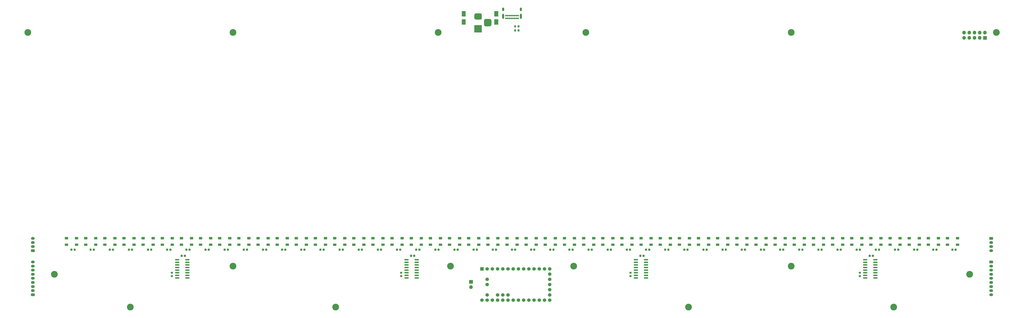
<source format=gbr>
G04 #@! TF.GenerationSoftware,KiCad,Pcbnew,(5.1.7)-1*
G04 #@! TF.CreationDate,2021-02-27T15:38:23-05:00*
G04 #@! TF.ProjectId,OpeNITHM-full,4f70654e-4954-4484-9d2d-66756c6c2e6b,rev?*
G04 #@! TF.SameCoordinates,Original*
G04 #@! TF.FileFunction,Soldermask,Top*
G04 #@! TF.FilePolarity,Negative*
%FSLAX46Y46*%
G04 Gerber Fmt 4.6, Leading zero omitted, Abs format (unit mm)*
G04 Created by KiCad (PCBNEW (5.1.7)-1) date 2021-02-27 15:38:23*
%MOMM*%
%LPD*%
G01*
G04 APERTURE LIST*
%ADD10O,1.802000X1.802000*%
%ADD11C,1.702000*%
%ADD12C,0.802000*%
%ADD13O,1.002000X2.502000*%
%ADD14O,1.002000X1.802000*%
%ADD15O,1.852000X1.302000*%
%ADD16C,3.302000*%
%ADD17C,0.100000*%
G04 APERTURE END LIST*
G36*
G01*
X365917667Y-121100000D02*
X365917667Y-122100000D01*
G75*
G02*
X365866667Y-122151000I-51000J0D01*
G01*
X364366667Y-122151000D01*
G75*
G02*
X364315667Y-122100000I0J51000D01*
G01*
X364315667Y-121100000D01*
G75*
G02*
X364366667Y-121049000I51000J0D01*
G01*
X365866667Y-121049000D01*
G75*
G02*
X365917667Y-121100000I0J-51000D01*
G01*
G37*
G36*
G01*
X365917667Y-117900000D02*
X365917667Y-118900000D01*
G75*
G02*
X365866667Y-118951000I-51000J0D01*
G01*
X364366667Y-118951000D01*
G75*
G02*
X364315667Y-118900000I0J51000D01*
G01*
X364315667Y-117900000D01*
G75*
G02*
X364366667Y-117849000I51000J0D01*
G01*
X365866667Y-117849000D01*
G75*
G02*
X365917667Y-117900000I0J-51000D01*
G01*
G37*
G36*
G01*
X361017667Y-121100000D02*
X361017667Y-122100000D01*
G75*
G02*
X360966667Y-122151000I-51000J0D01*
G01*
X359466667Y-122151000D01*
G75*
G02*
X359415667Y-122100000I0J51000D01*
G01*
X359415667Y-121100000D01*
G75*
G02*
X359466667Y-121049000I51000J0D01*
G01*
X360966667Y-121049000D01*
G75*
G02*
X361017667Y-121100000I0J-51000D01*
G01*
G37*
G36*
G01*
X361017667Y-117900000D02*
X361017667Y-118900000D01*
G75*
G02*
X360966667Y-118951000I-51000J0D01*
G01*
X359466667Y-118951000D01*
G75*
G02*
X359415667Y-118900000I0J51000D01*
G01*
X359415667Y-117900000D01*
G75*
G02*
X359466667Y-117849000I51000J0D01*
G01*
X360966667Y-117849000D01*
G75*
G02*
X361017667Y-117900000I0J-51000D01*
G01*
G37*
G36*
G01*
X356584318Y-121100000D02*
X356584318Y-122100000D01*
G75*
G02*
X356533318Y-122151000I-51000J0D01*
G01*
X355033318Y-122151000D01*
G75*
G02*
X354982318Y-122100000I0J51000D01*
G01*
X354982318Y-121100000D01*
G75*
G02*
X355033318Y-121049000I51000J0D01*
G01*
X356533318Y-121049000D01*
G75*
G02*
X356584318Y-121100000I0J-51000D01*
G01*
G37*
G36*
G01*
X356584318Y-117900000D02*
X356584318Y-118900000D01*
G75*
G02*
X356533318Y-118951000I-51000J0D01*
G01*
X355033318Y-118951000D01*
G75*
G02*
X354982318Y-118900000I0J51000D01*
G01*
X354982318Y-117900000D01*
G75*
G02*
X355033318Y-117849000I51000J0D01*
G01*
X356533318Y-117849000D01*
G75*
G02*
X356584318Y-117900000I0J-51000D01*
G01*
G37*
G36*
G01*
X351684318Y-121100000D02*
X351684318Y-122100000D01*
G75*
G02*
X351633318Y-122151000I-51000J0D01*
G01*
X350133318Y-122151000D01*
G75*
G02*
X350082318Y-122100000I0J51000D01*
G01*
X350082318Y-121100000D01*
G75*
G02*
X350133318Y-121049000I51000J0D01*
G01*
X351633318Y-121049000D01*
G75*
G02*
X351684318Y-121100000I0J-51000D01*
G01*
G37*
G36*
G01*
X351684318Y-117900000D02*
X351684318Y-118900000D01*
G75*
G02*
X351633318Y-118951000I-51000J0D01*
G01*
X350133318Y-118951000D01*
G75*
G02*
X350082318Y-118900000I0J51000D01*
G01*
X350082318Y-117900000D01*
G75*
G02*
X350133318Y-117849000I51000J0D01*
G01*
X351633318Y-117849000D01*
G75*
G02*
X351684318Y-117900000I0J-51000D01*
G01*
G37*
G36*
G01*
X347250985Y-121100000D02*
X347250985Y-122100000D01*
G75*
G02*
X347199985Y-122151000I-51000J0D01*
G01*
X345699985Y-122151000D01*
G75*
G02*
X345648985Y-122100000I0J51000D01*
G01*
X345648985Y-121100000D01*
G75*
G02*
X345699985Y-121049000I51000J0D01*
G01*
X347199985Y-121049000D01*
G75*
G02*
X347250985Y-121100000I0J-51000D01*
G01*
G37*
G36*
G01*
X347250985Y-117900000D02*
X347250985Y-118900000D01*
G75*
G02*
X347199985Y-118951000I-51000J0D01*
G01*
X345699985Y-118951000D01*
G75*
G02*
X345648985Y-118900000I0J51000D01*
G01*
X345648985Y-117900000D01*
G75*
G02*
X345699985Y-117849000I51000J0D01*
G01*
X347199985Y-117849000D01*
G75*
G02*
X347250985Y-117900000I0J-51000D01*
G01*
G37*
G36*
G01*
X342350985Y-121100000D02*
X342350985Y-122100000D01*
G75*
G02*
X342299985Y-122151000I-51000J0D01*
G01*
X340799985Y-122151000D01*
G75*
G02*
X340748985Y-122100000I0J51000D01*
G01*
X340748985Y-121100000D01*
G75*
G02*
X340799985Y-121049000I51000J0D01*
G01*
X342299985Y-121049000D01*
G75*
G02*
X342350985Y-121100000I0J-51000D01*
G01*
G37*
G36*
G01*
X342350985Y-117900000D02*
X342350985Y-118900000D01*
G75*
G02*
X342299985Y-118951000I-51000J0D01*
G01*
X340799985Y-118951000D01*
G75*
G02*
X340748985Y-118900000I0J51000D01*
G01*
X340748985Y-117900000D01*
G75*
G02*
X340799985Y-117849000I51000J0D01*
G01*
X342299985Y-117849000D01*
G75*
G02*
X342350985Y-117900000I0J-51000D01*
G01*
G37*
G36*
G01*
X337917652Y-121100000D02*
X337917652Y-122100000D01*
G75*
G02*
X337866652Y-122151000I-51000J0D01*
G01*
X336366652Y-122151000D01*
G75*
G02*
X336315652Y-122100000I0J51000D01*
G01*
X336315652Y-121100000D01*
G75*
G02*
X336366652Y-121049000I51000J0D01*
G01*
X337866652Y-121049000D01*
G75*
G02*
X337917652Y-121100000I0J-51000D01*
G01*
G37*
G36*
G01*
X337917652Y-117900000D02*
X337917652Y-118900000D01*
G75*
G02*
X337866652Y-118951000I-51000J0D01*
G01*
X336366652Y-118951000D01*
G75*
G02*
X336315652Y-118900000I0J51000D01*
G01*
X336315652Y-117900000D01*
G75*
G02*
X336366652Y-117849000I51000J0D01*
G01*
X337866652Y-117849000D01*
G75*
G02*
X337917652Y-117900000I0J-51000D01*
G01*
G37*
G36*
G01*
X333017652Y-121100000D02*
X333017652Y-122100000D01*
G75*
G02*
X332966652Y-122151000I-51000J0D01*
G01*
X331466652Y-122151000D01*
G75*
G02*
X331415652Y-122100000I0J51000D01*
G01*
X331415652Y-121100000D01*
G75*
G02*
X331466652Y-121049000I51000J0D01*
G01*
X332966652Y-121049000D01*
G75*
G02*
X333017652Y-121100000I0J-51000D01*
G01*
G37*
G36*
G01*
X333017652Y-117900000D02*
X333017652Y-118900000D01*
G75*
G02*
X332966652Y-118951000I-51000J0D01*
G01*
X331466652Y-118951000D01*
G75*
G02*
X331415652Y-118900000I0J51000D01*
G01*
X331415652Y-117900000D01*
G75*
G02*
X331466652Y-117849000I51000J0D01*
G01*
X332966652Y-117849000D01*
G75*
G02*
X333017652Y-117900000I0J-51000D01*
G01*
G37*
G36*
G01*
X328584319Y-121100000D02*
X328584319Y-122100000D01*
G75*
G02*
X328533319Y-122151000I-51000J0D01*
G01*
X327033319Y-122151000D01*
G75*
G02*
X326982319Y-122100000I0J51000D01*
G01*
X326982319Y-121100000D01*
G75*
G02*
X327033319Y-121049000I51000J0D01*
G01*
X328533319Y-121049000D01*
G75*
G02*
X328584319Y-121100000I0J-51000D01*
G01*
G37*
G36*
G01*
X328584319Y-117900000D02*
X328584319Y-118900000D01*
G75*
G02*
X328533319Y-118951000I-51000J0D01*
G01*
X327033319Y-118951000D01*
G75*
G02*
X326982319Y-118900000I0J51000D01*
G01*
X326982319Y-117900000D01*
G75*
G02*
X327033319Y-117849000I51000J0D01*
G01*
X328533319Y-117849000D01*
G75*
G02*
X328584319Y-117900000I0J-51000D01*
G01*
G37*
G36*
G01*
X323684319Y-121100000D02*
X323684319Y-122100000D01*
G75*
G02*
X323633319Y-122151000I-51000J0D01*
G01*
X322133319Y-122151000D01*
G75*
G02*
X322082319Y-122100000I0J51000D01*
G01*
X322082319Y-121100000D01*
G75*
G02*
X322133319Y-121049000I51000J0D01*
G01*
X323633319Y-121049000D01*
G75*
G02*
X323684319Y-121100000I0J-51000D01*
G01*
G37*
G36*
G01*
X323684319Y-117900000D02*
X323684319Y-118900000D01*
G75*
G02*
X323633319Y-118951000I-51000J0D01*
G01*
X322133319Y-118951000D01*
G75*
G02*
X322082319Y-118900000I0J51000D01*
G01*
X322082319Y-117900000D01*
G75*
G02*
X322133319Y-117849000I51000J0D01*
G01*
X323633319Y-117849000D01*
G75*
G02*
X323684319Y-117900000I0J-51000D01*
G01*
G37*
G36*
G01*
X319250986Y-121100000D02*
X319250986Y-122100000D01*
G75*
G02*
X319199986Y-122151000I-51000J0D01*
G01*
X317699986Y-122151000D01*
G75*
G02*
X317648986Y-122100000I0J51000D01*
G01*
X317648986Y-121100000D01*
G75*
G02*
X317699986Y-121049000I51000J0D01*
G01*
X319199986Y-121049000D01*
G75*
G02*
X319250986Y-121100000I0J-51000D01*
G01*
G37*
G36*
G01*
X319250986Y-117900000D02*
X319250986Y-118900000D01*
G75*
G02*
X319199986Y-118951000I-51000J0D01*
G01*
X317699986Y-118951000D01*
G75*
G02*
X317648986Y-118900000I0J51000D01*
G01*
X317648986Y-117900000D01*
G75*
G02*
X317699986Y-117849000I51000J0D01*
G01*
X319199986Y-117849000D01*
G75*
G02*
X319250986Y-117900000I0J-51000D01*
G01*
G37*
G36*
G01*
X314350986Y-121100000D02*
X314350986Y-122100000D01*
G75*
G02*
X314299986Y-122151000I-51000J0D01*
G01*
X312799986Y-122151000D01*
G75*
G02*
X312748986Y-122100000I0J51000D01*
G01*
X312748986Y-121100000D01*
G75*
G02*
X312799986Y-121049000I51000J0D01*
G01*
X314299986Y-121049000D01*
G75*
G02*
X314350986Y-121100000I0J-51000D01*
G01*
G37*
G36*
G01*
X314350986Y-117900000D02*
X314350986Y-118900000D01*
G75*
G02*
X314299986Y-118951000I-51000J0D01*
G01*
X312799986Y-118951000D01*
G75*
G02*
X312748986Y-118900000I0J51000D01*
G01*
X312748986Y-117900000D01*
G75*
G02*
X312799986Y-117849000I51000J0D01*
G01*
X314299986Y-117849000D01*
G75*
G02*
X314350986Y-117900000I0J-51000D01*
G01*
G37*
G36*
G01*
X309917653Y-121100000D02*
X309917653Y-122100000D01*
G75*
G02*
X309866653Y-122151000I-51000J0D01*
G01*
X308366653Y-122151000D01*
G75*
G02*
X308315653Y-122100000I0J51000D01*
G01*
X308315653Y-121100000D01*
G75*
G02*
X308366653Y-121049000I51000J0D01*
G01*
X309866653Y-121049000D01*
G75*
G02*
X309917653Y-121100000I0J-51000D01*
G01*
G37*
G36*
G01*
X309917653Y-117900000D02*
X309917653Y-118900000D01*
G75*
G02*
X309866653Y-118951000I-51000J0D01*
G01*
X308366653Y-118951000D01*
G75*
G02*
X308315653Y-118900000I0J51000D01*
G01*
X308315653Y-117900000D01*
G75*
G02*
X308366653Y-117849000I51000J0D01*
G01*
X309866653Y-117849000D01*
G75*
G02*
X309917653Y-117900000I0J-51000D01*
G01*
G37*
G36*
G01*
X305017653Y-121100000D02*
X305017653Y-122100000D01*
G75*
G02*
X304966653Y-122151000I-51000J0D01*
G01*
X303466653Y-122151000D01*
G75*
G02*
X303415653Y-122100000I0J51000D01*
G01*
X303415653Y-121100000D01*
G75*
G02*
X303466653Y-121049000I51000J0D01*
G01*
X304966653Y-121049000D01*
G75*
G02*
X305017653Y-121100000I0J-51000D01*
G01*
G37*
G36*
G01*
X305017653Y-117900000D02*
X305017653Y-118900000D01*
G75*
G02*
X304966653Y-118951000I-51000J0D01*
G01*
X303466653Y-118951000D01*
G75*
G02*
X303415653Y-118900000I0J51000D01*
G01*
X303415653Y-117900000D01*
G75*
G02*
X303466653Y-117849000I51000J0D01*
G01*
X304966653Y-117849000D01*
G75*
G02*
X305017653Y-117900000I0J-51000D01*
G01*
G37*
G36*
G01*
X300584320Y-121100000D02*
X300584320Y-122100000D01*
G75*
G02*
X300533320Y-122151000I-51000J0D01*
G01*
X299033320Y-122151000D01*
G75*
G02*
X298982320Y-122100000I0J51000D01*
G01*
X298982320Y-121100000D01*
G75*
G02*
X299033320Y-121049000I51000J0D01*
G01*
X300533320Y-121049000D01*
G75*
G02*
X300584320Y-121100000I0J-51000D01*
G01*
G37*
G36*
G01*
X300584320Y-117900000D02*
X300584320Y-118900000D01*
G75*
G02*
X300533320Y-118951000I-51000J0D01*
G01*
X299033320Y-118951000D01*
G75*
G02*
X298982320Y-118900000I0J51000D01*
G01*
X298982320Y-117900000D01*
G75*
G02*
X299033320Y-117849000I51000J0D01*
G01*
X300533320Y-117849000D01*
G75*
G02*
X300584320Y-117900000I0J-51000D01*
G01*
G37*
G36*
G01*
X295684320Y-121100000D02*
X295684320Y-122100000D01*
G75*
G02*
X295633320Y-122151000I-51000J0D01*
G01*
X294133320Y-122151000D01*
G75*
G02*
X294082320Y-122100000I0J51000D01*
G01*
X294082320Y-121100000D01*
G75*
G02*
X294133320Y-121049000I51000J0D01*
G01*
X295633320Y-121049000D01*
G75*
G02*
X295684320Y-121100000I0J-51000D01*
G01*
G37*
G36*
G01*
X295684320Y-117900000D02*
X295684320Y-118900000D01*
G75*
G02*
X295633320Y-118951000I-51000J0D01*
G01*
X294133320Y-118951000D01*
G75*
G02*
X294082320Y-118900000I0J51000D01*
G01*
X294082320Y-117900000D01*
G75*
G02*
X294133320Y-117849000I51000J0D01*
G01*
X295633320Y-117849000D01*
G75*
G02*
X295684320Y-117900000I0J-51000D01*
G01*
G37*
G36*
G01*
X286350987Y-117900000D02*
X286350987Y-118900000D01*
G75*
G02*
X286299987Y-118951000I-51000J0D01*
G01*
X284799987Y-118951000D01*
G75*
G02*
X284748987Y-118900000I0J51000D01*
G01*
X284748987Y-117900000D01*
G75*
G02*
X284799987Y-117849000I51000J0D01*
G01*
X286299987Y-117849000D01*
G75*
G02*
X286350987Y-117900000I0J-51000D01*
G01*
G37*
G36*
G01*
X286350987Y-121100000D02*
X286350987Y-122100000D01*
G75*
G02*
X286299987Y-122151000I-51000J0D01*
G01*
X284799987Y-122151000D01*
G75*
G02*
X284748987Y-122100000I0J51000D01*
G01*
X284748987Y-121100000D01*
G75*
G02*
X284799987Y-121049000I51000J0D01*
G01*
X286299987Y-121049000D01*
G75*
G02*
X286350987Y-121100000I0J-51000D01*
G01*
G37*
G36*
G01*
X291250987Y-117900000D02*
X291250987Y-118900000D01*
G75*
G02*
X291199987Y-118951000I-51000J0D01*
G01*
X289699987Y-118951000D01*
G75*
G02*
X289648987Y-118900000I0J51000D01*
G01*
X289648987Y-117900000D01*
G75*
G02*
X289699987Y-117849000I51000J0D01*
G01*
X291199987Y-117849000D01*
G75*
G02*
X291250987Y-117900000I0J-51000D01*
G01*
G37*
G36*
G01*
X291250987Y-121100000D02*
X291250987Y-122100000D01*
G75*
G02*
X291199987Y-122151000I-51000J0D01*
G01*
X289699987Y-122151000D01*
G75*
G02*
X289648987Y-122100000I0J51000D01*
G01*
X289648987Y-121100000D01*
G75*
G02*
X289699987Y-121049000I51000J0D01*
G01*
X291199987Y-121049000D01*
G75*
G02*
X291250987Y-121100000I0J-51000D01*
G01*
G37*
G36*
G01*
X277017654Y-117900000D02*
X277017654Y-118900000D01*
G75*
G02*
X276966654Y-118951000I-51000J0D01*
G01*
X275466654Y-118951000D01*
G75*
G02*
X275415654Y-118900000I0J51000D01*
G01*
X275415654Y-117900000D01*
G75*
G02*
X275466654Y-117849000I51000J0D01*
G01*
X276966654Y-117849000D01*
G75*
G02*
X277017654Y-117900000I0J-51000D01*
G01*
G37*
G36*
G01*
X277017654Y-121100000D02*
X277017654Y-122100000D01*
G75*
G02*
X276966654Y-122151000I-51000J0D01*
G01*
X275466654Y-122151000D01*
G75*
G02*
X275415654Y-122100000I0J51000D01*
G01*
X275415654Y-121100000D01*
G75*
G02*
X275466654Y-121049000I51000J0D01*
G01*
X276966654Y-121049000D01*
G75*
G02*
X277017654Y-121100000I0J-51000D01*
G01*
G37*
G36*
G01*
X281917654Y-117900000D02*
X281917654Y-118900000D01*
G75*
G02*
X281866654Y-118951000I-51000J0D01*
G01*
X280366654Y-118951000D01*
G75*
G02*
X280315654Y-118900000I0J51000D01*
G01*
X280315654Y-117900000D01*
G75*
G02*
X280366654Y-117849000I51000J0D01*
G01*
X281866654Y-117849000D01*
G75*
G02*
X281917654Y-117900000I0J-51000D01*
G01*
G37*
G36*
G01*
X281917654Y-121100000D02*
X281917654Y-122100000D01*
G75*
G02*
X281866654Y-122151000I-51000J0D01*
G01*
X280366654Y-122151000D01*
G75*
G02*
X280315654Y-122100000I0J51000D01*
G01*
X280315654Y-121100000D01*
G75*
G02*
X280366654Y-121049000I51000J0D01*
G01*
X281866654Y-121049000D01*
G75*
G02*
X281917654Y-121100000I0J-51000D01*
G01*
G37*
G36*
G01*
X267684321Y-117900000D02*
X267684321Y-118900000D01*
G75*
G02*
X267633321Y-118951000I-51000J0D01*
G01*
X266133321Y-118951000D01*
G75*
G02*
X266082321Y-118900000I0J51000D01*
G01*
X266082321Y-117900000D01*
G75*
G02*
X266133321Y-117849000I51000J0D01*
G01*
X267633321Y-117849000D01*
G75*
G02*
X267684321Y-117900000I0J-51000D01*
G01*
G37*
G36*
G01*
X267684321Y-121100000D02*
X267684321Y-122100000D01*
G75*
G02*
X267633321Y-122151000I-51000J0D01*
G01*
X266133321Y-122151000D01*
G75*
G02*
X266082321Y-122100000I0J51000D01*
G01*
X266082321Y-121100000D01*
G75*
G02*
X266133321Y-121049000I51000J0D01*
G01*
X267633321Y-121049000D01*
G75*
G02*
X267684321Y-121100000I0J-51000D01*
G01*
G37*
G36*
G01*
X272584321Y-117900000D02*
X272584321Y-118900000D01*
G75*
G02*
X272533321Y-118951000I-51000J0D01*
G01*
X271033321Y-118951000D01*
G75*
G02*
X270982321Y-118900000I0J51000D01*
G01*
X270982321Y-117900000D01*
G75*
G02*
X271033321Y-117849000I51000J0D01*
G01*
X272533321Y-117849000D01*
G75*
G02*
X272584321Y-117900000I0J-51000D01*
G01*
G37*
G36*
G01*
X272584321Y-121100000D02*
X272584321Y-122100000D01*
G75*
G02*
X272533321Y-122151000I-51000J0D01*
G01*
X271033321Y-122151000D01*
G75*
G02*
X270982321Y-122100000I0J51000D01*
G01*
X270982321Y-121100000D01*
G75*
G02*
X271033321Y-121049000I51000J0D01*
G01*
X272533321Y-121049000D01*
G75*
G02*
X272584321Y-121100000I0J-51000D01*
G01*
G37*
G36*
G01*
X258350988Y-117900000D02*
X258350988Y-118900000D01*
G75*
G02*
X258299988Y-118951000I-51000J0D01*
G01*
X256799988Y-118951000D01*
G75*
G02*
X256748988Y-118900000I0J51000D01*
G01*
X256748988Y-117900000D01*
G75*
G02*
X256799988Y-117849000I51000J0D01*
G01*
X258299988Y-117849000D01*
G75*
G02*
X258350988Y-117900000I0J-51000D01*
G01*
G37*
G36*
G01*
X258350988Y-121100000D02*
X258350988Y-122100000D01*
G75*
G02*
X258299988Y-122151000I-51000J0D01*
G01*
X256799988Y-122151000D01*
G75*
G02*
X256748988Y-122100000I0J51000D01*
G01*
X256748988Y-121100000D01*
G75*
G02*
X256799988Y-121049000I51000J0D01*
G01*
X258299988Y-121049000D01*
G75*
G02*
X258350988Y-121100000I0J-51000D01*
G01*
G37*
G36*
G01*
X263250988Y-117900000D02*
X263250988Y-118900000D01*
G75*
G02*
X263199988Y-118951000I-51000J0D01*
G01*
X261699988Y-118951000D01*
G75*
G02*
X261648988Y-118900000I0J51000D01*
G01*
X261648988Y-117900000D01*
G75*
G02*
X261699988Y-117849000I51000J0D01*
G01*
X263199988Y-117849000D01*
G75*
G02*
X263250988Y-117900000I0J-51000D01*
G01*
G37*
G36*
G01*
X263250988Y-121100000D02*
X263250988Y-122100000D01*
G75*
G02*
X263199988Y-122151000I-51000J0D01*
G01*
X261699988Y-122151000D01*
G75*
G02*
X261648988Y-122100000I0J51000D01*
G01*
X261648988Y-121100000D01*
G75*
G02*
X261699988Y-121049000I51000J0D01*
G01*
X263199988Y-121049000D01*
G75*
G02*
X263250988Y-121100000I0J-51000D01*
G01*
G37*
G36*
G01*
X249017655Y-117900000D02*
X249017655Y-118900000D01*
G75*
G02*
X248966655Y-118951000I-51000J0D01*
G01*
X247466655Y-118951000D01*
G75*
G02*
X247415655Y-118900000I0J51000D01*
G01*
X247415655Y-117900000D01*
G75*
G02*
X247466655Y-117849000I51000J0D01*
G01*
X248966655Y-117849000D01*
G75*
G02*
X249017655Y-117900000I0J-51000D01*
G01*
G37*
G36*
G01*
X249017655Y-121100000D02*
X249017655Y-122100000D01*
G75*
G02*
X248966655Y-122151000I-51000J0D01*
G01*
X247466655Y-122151000D01*
G75*
G02*
X247415655Y-122100000I0J51000D01*
G01*
X247415655Y-121100000D01*
G75*
G02*
X247466655Y-121049000I51000J0D01*
G01*
X248966655Y-121049000D01*
G75*
G02*
X249017655Y-121100000I0J-51000D01*
G01*
G37*
G36*
G01*
X253917655Y-117900000D02*
X253917655Y-118900000D01*
G75*
G02*
X253866655Y-118951000I-51000J0D01*
G01*
X252366655Y-118951000D01*
G75*
G02*
X252315655Y-118900000I0J51000D01*
G01*
X252315655Y-117900000D01*
G75*
G02*
X252366655Y-117849000I51000J0D01*
G01*
X253866655Y-117849000D01*
G75*
G02*
X253917655Y-117900000I0J-51000D01*
G01*
G37*
G36*
G01*
X253917655Y-121100000D02*
X253917655Y-122100000D01*
G75*
G02*
X253866655Y-122151000I-51000J0D01*
G01*
X252366655Y-122151000D01*
G75*
G02*
X252315655Y-122100000I0J51000D01*
G01*
X252315655Y-121100000D01*
G75*
G02*
X252366655Y-121049000I51000J0D01*
G01*
X253866655Y-121049000D01*
G75*
G02*
X253917655Y-121100000I0J-51000D01*
G01*
G37*
G36*
G01*
X239684322Y-117900000D02*
X239684322Y-118900000D01*
G75*
G02*
X239633322Y-118951000I-51000J0D01*
G01*
X238133322Y-118951000D01*
G75*
G02*
X238082322Y-118900000I0J51000D01*
G01*
X238082322Y-117900000D01*
G75*
G02*
X238133322Y-117849000I51000J0D01*
G01*
X239633322Y-117849000D01*
G75*
G02*
X239684322Y-117900000I0J-51000D01*
G01*
G37*
G36*
G01*
X239684322Y-121100000D02*
X239684322Y-122100000D01*
G75*
G02*
X239633322Y-122151000I-51000J0D01*
G01*
X238133322Y-122151000D01*
G75*
G02*
X238082322Y-122100000I0J51000D01*
G01*
X238082322Y-121100000D01*
G75*
G02*
X238133322Y-121049000I51000J0D01*
G01*
X239633322Y-121049000D01*
G75*
G02*
X239684322Y-121100000I0J-51000D01*
G01*
G37*
G36*
G01*
X244584322Y-117900000D02*
X244584322Y-118900000D01*
G75*
G02*
X244533322Y-118951000I-51000J0D01*
G01*
X243033322Y-118951000D01*
G75*
G02*
X242982322Y-118900000I0J51000D01*
G01*
X242982322Y-117900000D01*
G75*
G02*
X243033322Y-117849000I51000J0D01*
G01*
X244533322Y-117849000D01*
G75*
G02*
X244584322Y-117900000I0J-51000D01*
G01*
G37*
G36*
G01*
X244584322Y-121100000D02*
X244584322Y-122100000D01*
G75*
G02*
X244533322Y-122151000I-51000J0D01*
G01*
X243033322Y-122151000D01*
G75*
G02*
X242982322Y-122100000I0J51000D01*
G01*
X242982322Y-121100000D01*
G75*
G02*
X243033322Y-121049000I51000J0D01*
G01*
X244533322Y-121049000D01*
G75*
G02*
X244584322Y-121100000I0J-51000D01*
G01*
G37*
G36*
G01*
X230350989Y-117900000D02*
X230350989Y-118900000D01*
G75*
G02*
X230299989Y-118951000I-51000J0D01*
G01*
X228799989Y-118951000D01*
G75*
G02*
X228748989Y-118900000I0J51000D01*
G01*
X228748989Y-117900000D01*
G75*
G02*
X228799989Y-117849000I51000J0D01*
G01*
X230299989Y-117849000D01*
G75*
G02*
X230350989Y-117900000I0J-51000D01*
G01*
G37*
G36*
G01*
X230350989Y-121100000D02*
X230350989Y-122100000D01*
G75*
G02*
X230299989Y-122151000I-51000J0D01*
G01*
X228799989Y-122151000D01*
G75*
G02*
X228748989Y-122100000I0J51000D01*
G01*
X228748989Y-121100000D01*
G75*
G02*
X228799989Y-121049000I51000J0D01*
G01*
X230299989Y-121049000D01*
G75*
G02*
X230350989Y-121100000I0J-51000D01*
G01*
G37*
G36*
G01*
X235250989Y-117900000D02*
X235250989Y-118900000D01*
G75*
G02*
X235199989Y-118951000I-51000J0D01*
G01*
X233699989Y-118951000D01*
G75*
G02*
X233648989Y-118900000I0J51000D01*
G01*
X233648989Y-117900000D01*
G75*
G02*
X233699989Y-117849000I51000J0D01*
G01*
X235199989Y-117849000D01*
G75*
G02*
X235250989Y-117900000I0J-51000D01*
G01*
G37*
G36*
G01*
X235250989Y-121100000D02*
X235250989Y-122100000D01*
G75*
G02*
X235199989Y-122151000I-51000J0D01*
G01*
X233699989Y-122151000D01*
G75*
G02*
X233648989Y-122100000I0J51000D01*
G01*
X233648989Y-121100000D01*
G75*
G02*
X233699989Y-121049000I51000J0D01*
G01*
X235199989Y-121049000D01*
G75*
G02*
X235250989Y-121100000I0J-51000D01*
G01*
G37*
G36*
G01*
X221017656Y-117900000D02*
X221017656Y-118900000D01*
G75*
G02*
X220966656Y-118951000I-51000J0D01*
G01*
X219466656Y-118951000D01*
G75*
G02*
X219415656Y-118900000I0J51000D01*
G01*
X219415656Y-117900000D01*
G75*
G02*
X219466656Y-117849000I51000J0D01*
G01*
X220966656Y-117849000D01*
G75*
G02*
X221017656Y-117900000I0J-51000D01*
G01*
G37*
G36*
G01*
X221017656Y-121100000D02*
X221017656Y-122100000D01*
G75*
G02*
X220966656Y-122151000I-51000J0D01*
G01*
X219466656Y-122151000D01*
G75*
G02*
X219415656Y-122100000I0J51000D01*
G01*
X219415656Y-121100000D01*
G75*
G02*
X219466656Y-121049000I51000J0D01*
G01*
X220966656Y-121049000D01*
G75*
G02*
X221017656Y-121100000I0J-51000D01*
G01*
G37*
G36*
G01*
X225917656Y-117900000D02*
X225917656Y-118900000D01*
G75*
G02*
X225866656Y-118951000I-51000J0D01*
G01*
X224366656Y-118951000D01*
G75*
G02*
X224315656Y-118900000I0J51000D01*
G01*
X224315656Y-117900000D01*
G75*
G02*
X224366656Y-117849000I51000J0D01*
G01*
X225866656Y-117849000D01*
G75*
G02*
X225917656Y-117900000I0J-51000D01*
G01*
G37*
G36*
G01*
X225917656Y-121100000D02*
X225917656Y-122100000D01*
G75*
G02*
X225866656Y-122151000I-51000J0D01*
G01*
X224366656Y-122151000D01*
G75*
G02*
X224315656Y-122100000I0J51000D01*
G01*
X224315656Y-121100000D01*
G75*
G02*
X224366656Y-121049000I51000J0D01*
G01*
X225866656Y-121049000D01*
G75*
G02*
X225917656Y-121100000I0J-51000D01*
G01*
G37*
G36*
G01*
X211684323Y-117900000D02*
X211684323Y-118900000D01*
G75*
G02*
X211633323Y-118951000I-51000J0D01*
G01*
X210133323Y-118951000D01*
G75*
G02*
X210082323Y-118900000I0J51000D01*
G01*
X210082323Y-117900000D01*
G75*
G02*
X210133323Y-117849000I51000J0D01*
G01*
X211633323Y-117849000D01*
G75*
G02*
X211684323Y-117900000I0J-51000D01*
G01*
G37*
G36*
G01*
X211684323Y-121100000D02*
X211684323Y-122100000D01*
G75*
G02*
X211633323Y-122151000I-51000J0D01*
G01*
X210133323Y-122151000D01*
G75*
G02*
X210082323Y-122100000I0J51000D01*
G01*
X210082323Y-121100000D01*
G75*
G02*
X210133323Y-121049000I51000J0D01*
G01*
X211633323Y-121049000D01*
G75*
G02*
X211684323Y-121100000I0J-51000D01*
G01*
G37*
G36*
G01*
X216584323Y-117900000D02*
X216584323Y-118900000D01*
G75*
G02*
X216533323Y-118951000I-51000J0D01*
G01*
X215033323Y-118951000D01*
G75*
G02*
X214982323Y-118900000I0J51000D01*
G01*
X214982323Y-117900000D01*
G75*
G02*
X215033323Y-117849000I51000J0D01*
G01*
X216533323Y-117849000D01*
G75*
G02*
X216584323Y-117900000I0J-51000D01*
G01*
G37*
G36*
G01*
X216584323Y-121100000D02*
X216584323Y-122100000D01*
G75*
G02*
X216533323Y-122151000I-51000J0D01*
G01*
X215033323Y-122151000D01*
G75*
G02*
X214982323Y-122100000I0J51000D01*
G01*
X214982323Y-121100000D01*
G75*
G02*
X215033323Y-121049000I51000J0D01*
G01*
X216533323Y-121049000D01*
G75*
G02*
X216584323Y-121100000I0J-51000D01*
G01*
G37*
G36*
G01*
X202350990Y-117900000D02*
X202350990Y-118900000D01*
G75*
G02*
X202299990Y-118951000I-51000J0D01*
G01*
X200799990Y-118951000D01*
G75*
G02*
X200748990Y-118900000I0J51000D01*
G01*
X200748990Y-117900000D01*
G75*
G02*
X200799990Y-117849000I51000J0D01*
G01*
X202299990Y-117849000D01*
G75*
G02*
X202350990Y-117900000I0J-51000D01*
G01*
G37*
G36*
G01*
X202350990Y-121100000D02*
X202350990Y-122100000D01*
G75*
G02*
X202299990Y-122151000I-51000J0D01*
G01*
X200799990Y-122151000D01*
G75*
G02*
X200748990Y-122100000I0J51000D01*
G01*
X200748990Y-121100000D01*
G75*
G02*
X200799990Y-121049000I51000J0D01*
G01*
X202299990Y-121049000D01*
G75*
G02*
X202350990Y-121100000I0J-51000D01*
G01*
G37*
G36*
G01*
X207250990Y-117900000D02*
X207250990Y-118900000D01*
G75*
G02*
X207199990Y-118951000I-51000J0D01*
G01*
X205699990Y-118951000D01*
G75*
G02*
X205648990Y-118900000I0J51000D01*
G01*
X205648990Y-117900000D01*
G75*
G02*
X205699990Y-117849000I51000J0D01*
G01*
X207199990Y-117849000D01*
G75*
G02*
X207250990Y-117900000I0J-51000D01*
G01*
G37*
G36*
G01*
X207250990Y-121100000D02*
X207250990Y-122100000D01*
G75*
G02*
X207199990Y-122151000I-51000J0D01*
G01*
X205699990Y-122151000D01*
G75*
G02*
X205648990Y-122100000I0J51000D01*
G01*
X205648990Y-121100000D01*
G75*
G02*
X205699990Y-121049000I51000J0D01*
G01*
X207199990Y-121049000D01*
G75*
G02*
X207250990Y-121100000I0J-51000D01*
G01*
G37*
G36*
G01*
X193017657Y-117900000D02*
X193017657Y-118900000D01*
G75*
G02*
X192966657Y-118951000I-51000J0D01*
G01*
X191466657Y-118951000D01*
G75*
G02*
X191415657Y-118900000I0J51000D01*
G01*
X191415657Y-117900000D01*
G75*
G02*
X191466657Y-117849000I51000J0D01*
G01*
X192966657Y-117849000D01*
G75*
G02*
X193017657Y-117900000I0J-51000D01*
G01*
G37*
G36*
G01*
X193017657Y-121100000D02*
X193017657Y-122100000D01*
G75*
G02*
X192966657Y-122151000I-51000J0D01*
G01*
X191466657Y-122151000D01*
G75*
G02*
X191415657Y-122100000I0J51000D01*
G01*
X191415657Y-121100000D01*
G75*
G02*
X191466657Y-121049000I51000J0D01*
G01*
X192966657Y-121049000D01*
G75*
G02*
X193017657Y-121100000I0J-51000D01*
G01*
G37*
G36*
G01*
X197917657Y-117900000D02*
X197917657Y-118900000D01*
G75*
G02*
X197866657Y-118951000I-51000J0D01*
G01*
X196366657Y-118951000D01*
G75*
G02*
X196315657Y-118900000I0J51000D01*
G01*
X196315657Y-117900000D01*
G75*
G02*
X196366657Y-117849000I51000J0D01*
G01*
X197866657Y-117849000D01*
G75*
G02*
X197917657Y-117900000I0J-51000D01*
G01*
G37*
G36*
G01*
X197917657Y-121100000D02*
X197917657Y-122100000D01*
G75*
G02*
X197866657Y-122151000I-51000J0D01*
G01*
X196366657Y-122151000D01*
G75*
G02*
X196315657Y-122100000I0J51000D01*
G01*
X196315657Y-121100000D01*
G75*
G02*
X196366657Y-121049000I51000J0D01*
G01*
X197866657Y-121049000D01*
G75*
G02*
X197917657Y-121100000I0J-51000D01*
G01*
G37*
G36*
G01*
X183684324Y-117900000D02*
X183684324Y-118900000D01*
G75*
G02*
X183633324Y-118951000I-51000J0D01*
G01*
X182133324Y-118951000D01*
G75*
G02*
X182082324Y-118900000I0J51000D01*
G01*
X182082324Y-117900000D01*
G75*
G02*
X182133324Y-117849000I51000J0D01*
G01*
X183633324Y-117849000D01*
G75*
G02*
X183684324Y-117900000I0J-51000D01*
G01*
G37*
G36*
G01*
X183684324Y-121100000D02*
X183684324Y-122100000D01*
G75*
G02*
X183633324Y-122151000I-51000J0D01*
G01*
X182133324Y-122151000D01*
G75*
G02*
X182082324Y-122100000I0J51000D01*
G01*
X182082324Y-121100000D01*
G75*
G02*
X182133324Y-121049000I51000J0D01*
G01*
X183633324Y-121049000D01*
G75*
G02*
X183684324Y-121100000I0J-51000D01*
G01*
G37*
G36*
G01*
X188584324Y-117900000D02*
X188584324Y-118900000D01*
G75*
G02*
X188533324Y-118951000I-51000J0D01*
G01*
X187033324Y-118951000D01*
G75*
G02*
X186982324Y-118900000I0J51000D01*
G01*
X186982324Y-117900000D01*
G75*
G02*
X187033324Y-117849000I51000J0D01*
G01*
X188533324Y-117849000D01*
G75*
G02*
X188584324Y-117900000I0J-51000D01*
G01*
G37*
G36*
G01*
X188584324Y-121100000D02*
X188584324Y-122100000D01*
G75*
G02*
X188533324Y-122151000I-51000J0D01*
G01*
X187033324Y-122151000D01*
G75*
G02*
X186982324Y-122100000I0J51000D01*
G01*
X186982324Y-121100000D01*
G75*
G02*
X187033324Y-121049000I51000J0D01*
G01*
X188533324Y-121049000D01*
G75*
G02*
X188584324Y-121100000I0J-51000D01*
G01*
G37*
G36*
G01*
X174350991Y-117900000D02*
X174350991Y-118900000D01*
G75*
G02*
X174299991Y-118951000I-51000J0D01*
G01*
X172799991Y-118951000D01*
G75*
G02*
X172748991Y-118900000I0J51000D01*
G01*
X172748991Y-117900000D01*
G75*
G02*
X172799991Y-117849000I51000J0D01*
G01*
X174299991Y-117849000D01*
G75*
G02*
X174350991Y-117900000I0J-51000D01*
G01*
G37*
G36*
G01*
X174350991Y-121100000D02*
X174350991Y-122100000D01*
G75*
G02*
X174299991Y-122151000I-51000J0D01*
G01*
X172799991Y-122151000D01*
G75*
G02*
X172748991Y-122100000I0J51000D01*
G01*
X172748991Y-121100000D01*
G75*
G02*
X172799991Y-121049000I51000J0D01*
G01*
X174299991Y-121049000D01*
G75*
G02*
X174350991Y-121100000I0J-51000D01*
G01*
G37*
G36*
G01*
X179250991Y-117900000D02*
X179250991Y-118900000D01*
G75*
G02*
X179199991Y-118951000I-51000J0D01*
G01*
X177699991Y-118951000D01*
G75*
G02*
X177648991Y-118900000I0J51000D01*
G01*
X177648991Y-117900000D01*
G75*
G02*
X177699991Y-117849000I51000J0D01*
G01*
X179199991Y-117849000D01*
G75*
G02*
X179250991Y-117900000I0J-51000D01*
G01*
G37*
G36*
G01*
X179250991Y-121100000D02*
X179250991Y-122100000D01*
G75*
G02*
X179199991Y-122151000I-51000J0D01*
G01*
X177699991Y-122151000D01*
G75*
G02*
X177648991Y-122100000I0J51000D01*
G01*
X177648991Y-121100000D01*
G75*
G02*
X177699991Y-121049000I51000J0D01*
G01*
X179199991Y-121049000D01*
G75*
G02*
X179250991Y-121100000I0J-51000D01*
G01*
G37*
G36*
G01*
X165017658Y-117900000D02*
X165017658Y-118900000D01*
G75*
G02*
X164966658Y-118951000I-51000J0D01*
G01*
X163466658Y-118951000D01*
G75*
G02*
X163415658Y-118900000I0J51000D01*
G01*
X163415658Y-117900000D01*
G75*
G02*
X163466658Y-117849000I51000J0D01*
G01*
X164966658Y-117849000D01*
G75*
G02*
X165017658Y-117900000I0J-51000D01*
G01*
G37*
G36*
G01*
X165017658Y-121100000D02*
X165017658Y-122100000D01*
G75*
G02*
X164966658Y-122151000I-51000J0D01*
G01*
X163466658Y-122151000D01*
G75*
G02*
X163415658Y-122100000I0J51000D01*
G01*
X163415658Y-121100000D01*
G75*
G02*
X163466658Y-121049000I51000J0D01*
G01*
X164966658Y-121049000D01*
G75*
G02*
X165017658Y-121100000I0J-51000D01*
G01*
G37*
G36*
G01*
X169917658Y-117900000D02*
X169917658Y-118900000D01*
G75*
G02*
X169866658Y-118951000I-51000J0D01*
G01*
X168366658Y-118951000D01*
G75*
G02*
X168315658Y-118900000I0J51000D01*
G01*
X168315658Y-117900000D01*
G75*
G02*
X168366658Y-117849000I51000J0D01*
G01*
X169866658Y-117849000D01*
G75*
G02*
X169917658Y-117900000I0J-51000D01*
G01*
G37*
G36*
G01*
X169917658Y-121100000D02*
X169917658Y-122100000D01*
G75*
G02*
X169866658Y-122151000I-51000J0D01*
G01*
X168366658Y-122151000D01*
G75*
G02*
X168315658Y-122100000I0J51000D01*
G01*
X168315658Y-121100000D01*
G75*
G02*
X168366658Y-121049000I51000J0D01*
G01*
X169866658Y-121049000D01*
G75*
G02*
X169917658Y-121100000I0J-51000D01*
G01*
G37*
G36*
G01*
X155684325Y-117900000D02*
X155684325Y-118900000D01*
G75*
G02*
X155633325Y-118951000I-51000J0D01*
G01*
X154133325Y-118951000D01*
G75*
G02*
X154082325Y-118900000I0J51000D01*
G01*
X154082325Y-117900000D01*
G75*
G02*
X154133325Y-117849000I51000J0D01*
G01*
X155633325Y-117849000D01*
G75*
G02*
X155684325Y-117900000I0J-51000D01*
G01*
G37*
G36*
G01*
X155684325Y-121100000D02*
X155684325Y-122100000D01*
G75*
G02*
X155633325Y-122151000I-51000J0D01*
G01*
X154133325Y-122151000D01*
G75*
G02*
X154082325Y-122100000I0J51000D01*
G01*
X154082325Y-121100000D01*
G75*
G02*
X154133325Y-121049000I51000J0D01*
G01*
X155633325Y-121049000D01*
G75*
G02*
X155684325Y-121100000I0J-51000D01*
G01*
G37*
G36*
G01*
X160584325Y-117900000D02*
X160584325Y-118900000D01*
G75*
G02*
X160533325Y-118951000I-51000J0D01*
G01*
X159033325Y-118951000D01*
G75*
G02*
X158982325Y-118900000I0J51000D01*
G01*
X158982325Y-117900000D01*
G75*
G02*
X159033325Y-117849000I51000J0D01*
G01*
X160533325Y-117849000D01*
G75*
G02*
X160584325Y-117900000I0J-51000D01*
G01*
G37*
G36*
G01*
X160584325Y-121100000D02*
X160584325Y-122100000D01*
G75*
G02*
X160533325Y-122151000I-51000J0D01*
G01*
X159033325Y-122151000D01*
G75*
G02*
X158982325Y-122100000I0J51000D01*
G01*
X158982325Y-121100000D01*
G75*
G02*
X159033325Y-121049000I51000J0D01*
G01*
X160533325Y-121049000D01*
G75*
G02*
X160584325Y-121100000I0J-51000D01*
G01*
G37*
G36*
G01*
X146350992Y-117900000D02*
X146350992Y-118900000D01*
G75*
G02*
X146299992Y-118951000I-51000J0D01*
G01*
X144799992Y-118951000D01*
G75*
G02*
X144748992Y-118900000I0J51000D01*
G01*
X144748992Y-117900000D01*
G75*
G02*
X144799992Y-117849000I51000J0D01*
G01*
X146299992Y-117849000D01*
G75*
G02*
X146350992Y-117900000I0J-51000D01*
G01*
G37*
G36*
G01*
X146350992Y-121100000D02*
X146350992Y-122100000D01*
G75*
G02*
X146299992Y-122151000I-51000J0D01*
G01*
X144799992Y-122151000D01*
G75*
G02*
X144748992Y-122100000I0J51000D01*
G01*
X144748992Y-121100000D01*
G75*
G02*
X144799992Y-121049000I51000J0D01*
G01*
X146299992Y-121049000D01*
G75*
G02*
X146350992Y-121100000I0J-51000D01*
G01*
G37*
G36*
G01*
X151250992Y-117900000D02*
X151250992Y-118900000D01*
G75*
G02*
X151199992Y-118951000I-51000J0D01*
G01*
X149699992Y-118951000D01*
G75*
G02*
X149648992Y-118900000I0J51000D01*
G01*
X149648992Y-117900000D01*
G75*
G02*
X149699992Y-117849000I51000J0D01*
G01*
X151199992Y-117849000D01*
G75*
G02*
X151250992Y-117900000I0J-51000D01*
G01*
G37*
G36*
G01*
X151250992Y-121100000D02*
X151250992Y-122100000D01*
G75*
G02*
X151199992Y-122151000I-51000J0D01*
G01*
X149699992Y-122151000D01*
G75*
G02*
X149648992Y-122100000I0J51000D01*
G01*
X149648992Y-121100000D01*
G75*
G02*
X149699992Y-121049000I51000J0D01*
G01*
X151199992Y-121049000D01*
G75*
G02*
X151250992Y-121100000I0J-51000D01*
G01*
G37*
G36*
G01*
X137017659Y-117900000D02*
X137017659Y-118900000D01*
G75*
G02*
X136966659Y-118951000I-51000J0D01*
G01*
X135466659Y-118951000D01*
G75*
G02*
X135415659Y-118900000I0J51000D01*
G01*
X135415659Y-117900000D01*
G75*
G02*
X135466659Y-117849000I51000J0D01*
G01*
X136966659Y-117849000D01*
G75*
G02*
X137017659Y-117900000I0J-51000D01*
G01*
G37*
G36*
G01*
X137017659Y-121100000D02*
X137017659Y-122100000D01*
G75*
G02*
X136966659Y-122151000I-51000J0D01*
G01*
X135466659Y-122151000D01*
G75*
G02*
X135415659Y-122100000I0J51000D01*
G01*
X135415659Y-121100000D01*
G75*
G02*
X135466659Y-121049000I51000J0D01*
G01*
X136966659Y-121049000D01*
G75*
G02*
X137017659Y-121100000I0J-51000D01*
G01*
G37*
G36*
G01*
X141917659Y-117900000D02*
X141917659Y-118900000D01*
G75*
G02*
X141866659Y-118951000I-51000J0D01*
G01*
X140366659Y-118951000D01*
G75*
G02*
X140315659Y-118900000I0J51000D01*
G01*
X140315659Y-117900000D01*
G75*
G02*
X140366659Y-117849000I51000J0D01*
G01*
X141866659Y-117849000D01*
G75*
G02*
X141917659Y-117900000I0J-51000D01*
G01*
G37*
G36*
G01*
X141917659Y-121100000D02*
X141917659Y-122100000D01*
G75*
G02*
X141866659Y-122151000I-51000J0D01*
G01*
X140366659Y-122151000D01*
G75*
G02*
X140315659Y-122100000I0J51000D01*
G01*
X140315659Y-121100000D01*
G75*
G02*
X140366659Y-121049000I51000J0D01*
G01*
X141866659Y-121049000D01*
G75*
G02*
X141917659Y-121100000I0J-51000D01*
G01*
G37*
G36*
G01*
X127684326Y-117900000D02*
X127684326Y-118900000D01*
G75*
G02*
X127633326Y-118951000I-51000J0D01*
G01*
X126133326Y-118951000D01*
G75*
G02*
X126082326Y-118900000I0J51000D01*
G01*
X126082326Y-117900000D01*
G75*
G02*
X126133326Y-117849000I51000J0D01*
G01*
X127633326Y-117849000D01*
G75*
G02*
X127684326Y-117900000I0J-51000D01*
G01*
G37*
G36*
G01*
X127684326Y-121100000D02*
X127684326Y-122100000D01*
G75*
G02*
X127633326Y-122151000I-51000J0D01*
G01*
X126133326Y-122151000D01*
G75*
G02*
X126082326Y-122100000I0J51000D01*
G01*
X126082326Y-121100000D01*
G75*
G02*
X126133326Y-121049000I51000J0D01*
G01*
X127633326Y-121049000D01*
G75*
G02*
X127684326Y-121100000I0J-51000D01*
G01*
G37*
G36*
G01*
X132584326Y-117900000D02*
X132584326Y-118900000D01*
G75*
G02*
X132533326Y-118951000I-51000J0D01*
G01*
X131033326Y-118951000D01*
G75*
G02*
X130982326Y-118900000I0J51000D01*
G01*
X130982326Y-117900000D01*
G75*
G02*
X131033326Y-117849000I51000J0D01*
G01*
X132533326Y-117849000D01*
G75*
G02*
X132584326Y-117900000I0J-51000D01*
G01*
G37*
G36*
G01*
X132584326Y-121100000D02*
X132584326Y-122100000D01*
G75*
G02*
X132533326Y-122151000I-51000J0D01*
G01*
X131033326Y-122151000D01*
G75*
G02*
X130982326Y-122100000I0J51000D01*
G01*
X130982326Y-121100000D01*
G75*
G02*
X131033326Y-121049000I51000J0D01*
G01*
X132533326Y-121049000D01*
G75*
G02*
X132584326Y-121100000I0J-51000D01*
G01*
G37*
G36*
G01*
X118350993Y-117900000D02*
X118350993Y-118900000D01*
G75*
G02*
X118299993Y-118951000I-51000J0D01*
G01*
X116799993Y-118951000D01*
G75*
G02*
X116748993Y-118900000I0J51000D01*
G01*
X116748993Y-117900000D01*
G75*
G02*
X116799993Y-117849000I51000J0D01*
G01*
X118299993Y-117849000D01*
G75*
G02*
X118350993Y-117900000I0J-51000D01*
G01*
G37*
G36*
G01*
X118350993Y-121100000D02*
X118350993Y-122100000D01*
G75*
G02*
X118299993Y-122151000I-51000J0D01*
G01*
X116799993Y-122151000D01*
G75*
G02*
X116748993Y-122100000I0J51000D01*
G01*
X116748993Y-121100000D01*
G75*
G02*
X116799993Y-121049000I51000J0D01*
G01*
X118299993Y-121049000D01*
G75*
G02*
X118350993Y-121100000I0J-51000D01*
G01*
G37*
G36*
G01*
X123250993Y-117900000D02*
X123250993Y-118900000D01*
G75*
G02*
X123199993Y-118951000I-51000J0D01*
G01*
X121699993Y-118951000D01*
G75*
G02*
X121648993Y-118900000I0J51000D01*
G01*
X121648993Y-117900000D01*
G75*
G02*
X121699993Y-117849000I51000J0D01*
G01*
X123199993Y-117849000D01*
G75*
G02*
X123250993Y-117900000I0J-51000D01*
G01*
G37*
G36*
G01*
X123250993Y-121100000D02*
X123250993Y-122100000D01*
G75*
G02*
X123199993Y-122151000I-51000J0D01*
G01*
X121699993Y-122151000D01*
G75*
G02*
X121648993Y-122100000I0J51000D01*
G01*
X121648993Y-121100000D01*
G75*
G02*
X121699993Y-121049000I51000J0D01*
G01*
X123199993Y-121049000D01*
G75*
G02*
X123250993Y-121100000I0J-51000D01*
G01*
G37*
G36*
G01*
X109017660Y-117900000D02*
X109017660Y-118900000D01*
G75*
G02*
X108966660Y-118951000I-51000J0D01*
G01*
X107466660Y-118951000D01*
G75*
G02*
X107415660Y-118900000I0J51000D01*
G01*
X107415660Y-117900000D01*
G75*
G02*
X107466660Y-117849000I51000J0D01*
G01*
X108966660Y-117849000D01*
G75*
G02*
X109017660Y-117900000I0J-51000D01*
G01*
G37*
G36*
G01*
X109017660Y-121100000D02*
X109017660Y-122100000D01*
G75*
G02*
X108966660Y-122151000I-51000J0D01*
G01*
X107466660Y-122151000D01*
G75*
G02*
X107415660Y-122100000I0J51000D01*
G01*
X107415660Y-121100000D01*
G75*
G02*
X107466660Y-121049000I51000J0D01*
G01*
X108966660Y-121049000D01*
G75*
G02*
X109017660Y-121100000I0J-51000D01*
G01*
G37*
G36*
G01*
X113917660Y-117900000D02*
X113917660Y-118900000D01*
G75*
G02*
X113866660Y-118951000I-51000J0D01*
G01*
X112366660Y-118951000D01*
G75*
G02*
X112315660Y-118900000I0J51000D01*
G01*
X112315660Y-117900000D01*
G75*
G02*
X112366660Y-117849000I51000J0D01*
G01*
X113866660Y-117849000D01*
G75*
G02*
X113917660Y-117900000I0J-51000D01*
G01*
G37*
G36*
G01*
X113917660Y-121100000D02*
X113917660Y-122100000D01*
G75*
G02*
X113866660Y-122151000I-51000J0D01*
G01*
X112366660Y-122151000D01*
G75*
G02*
X112315660Y-122100000I0J51000D01*
G01*
X112315660Y-121100000D01*
G75*
G02*
X112366660Y-121049000I51000J0D01*
G01*
X113866660Y-121049000D01*
G75*
G02*
X113917660Y-121100000I0J-51000D01*
G01*
G37*
G36*
G01*
X99684327Y-117900000D02*
X99684327Y-118900000D01*
G75*
G02*
X99633327Y-118951000I-51000J0D01*
G01*
X98133327Y-118951000D01*
G75*
G02*
X98082327Y-118900000I0J51000D01*
G01*
X98082327Y-117900000D01*
G75*
G02*
X98133327Y-117849000I51000J0D01*
G01*
X99633327Y-117849000D01*
G75*
G02*
X99684327Y-117900000I0J-51000D01*
G01*
G37*
G36*
G01*
X99684327Y-121100000D02*
X99684327Y-122100000D01*
G75*
G02*
X99633327Y-122151000I-51000J0D01*
G01*
X98133327Y-122151000D01*
G75*
G02*
X98082327Y-122100000I0J51000D01*
G01*
X98082327Y-121100000D01*
G75*
G02*
X98133327Y-121049000I51000J0D01*
G01*
X99633327Y-121049000D01*
G75*
G02*
X99684327Y-121100000I0J-51000D01*
G01*
G37*
G36*
G01*
X104584327Y-117900000D02*
X104584327Y-118900000D01*
G75*
G02*
X104533327Y-118951000I-51000J0D01*
G01*
X103033327Y-118951000D01*
G75*
G02*
X102982327Y-118900000I0J51000D01*
G01*
X102982327Y-117900000D01*
G75*
G02*
X103033327Y-117849000I51000J0D01*
G01*
X104533327Y-117849000D01*
G75*
G02*
X104584327Y-117900000I0J-51000D01*
G01*
G37*
G36*
G01*
X104584327Y-121100000D02*
X104584327Y-122100000D01*
G75*
G02*
X104533327Y-122151000I-51000J0D01*
G01*
X103033327Y-122151000D01*
G75*
G02*
X102982327Y-122100000I0J51000D01*
G01*
X102982327Y-121100000D01*
G75*
G02*
X103033327Y-121049000I51000J0D01*
G01*
X104533327Y-121049000D01*
G75*
G02*
X104584327Y-121100000I0J-51000D01*
G01*
G37*
G36*
G01*
X90350994Y-117900000D02*
X90350994Y-118900000D01*
G75*
G02*
X90299994Y-118951000I-51000J0D01*
G01*
X88799994Y-118951000D01*
G75*
G02*
X88748994Y-118900000I0J51000D01*
G01*
X88748994Y-117900000D01*
G75*
G02*
X88799994Y-117849000I51000J0D01*
G01*
X90299994Y-117849000D01*
G75*
G02*
X90350994Y-117900000I0J-51000D01*
G01*
G37*
G36*
G01*
X90350994Y-121100000D02*
X90350994Y-122100000D01*
G75*
G02*
X90299994Y-122151000I-51000J0D01*
G01*
X88799994Y-122151000D01*
G75*
G02*
X88748994Y-122100000I0J51000D01*
G01*
X88748994Y-121100000D01*
G75*
G02*
X88799994Y-121049000I51000J0D01*
G01*
X90299994Y-121049000D01*
G75*
G02*
X90350994Y-121100000I0J-51000D01*
G01*
G37*
G36*
G01*
X95250994Y-117900000D02*
X95250994Y-118900000D01*
G75*
G02*
X95199994Y-118951000I-51000J0D01*
G01*
X93699994Y-118951000D01*
G75*
G02*
X93648994Y-118900000I0J51000D01*
G01*
X93648994Y-117900000D01*
G75*
G02*
X93699994Y-117849000I51000J0D01*
G01*
X95199994Y-117849000D01*
G75*
G02*
X95250994Y-117900000I0J-51000D01*
G01*
G37*
G36*
G01*
X95250994Y-121100000D02*
X95250994Y-122100000D01*
G75*
G02*
X95199994Y-122151000I-51000J0D01*
G01*
X93699994Y-122151000D01*
G75*
G02*
X93648994Y-122100000I0J51000D01*
G01*
X93648994Y-121100000D01*
G75*
G02*
X93699994Y-121049000I51000J0D01*
G01*
X95199994Y-121049000D01*
G75*
G02*
X95250994Y-121100000I0J-51000D01*
G01*
G37*
G36*
G01*
X81017661Y-117900000D02*
X81017661Y-118900000D01*
G75*
G02*
X80966661Y-118951000I-51000J0D01*
G01*
X79466661Y-118951000D01*
G75*
G02*
X79415661Y-118900000I0J51000D01*
G01*
X79415661Y-117900000D01*
G75*
G02*
X79466661Y-117849000I51000J0D01*
G01*
X80966661Y-117849000D01*
G75*
G02*
X81017661Y-117900000I0J-51000D01*
G01*
G37*
G36*
G01*
X81017661Y-121100000D02*
X81017661Y-122100000D01*
G75*
G02*
X80966661Y-122151000I-51000J0D01*
G01*
X79466661Y-122151000D01*
G75*
G02*
X79415661Y-122100000I0J51000D01*
G01*
X79415661Y-121100000D01*
G75*
G02*
X79466661Y-121049000I51000J0D01*
G01*
X80966661Y-121049000D01*
G75*
G02*
X81017661Y-121100000I0J-51000D01*
G01*
G37*
G36*
G01*
X85917661Y-117900000D02*
X85917661Y-118900000D01*
G75*
G02*
X85866661Y-118951000I-51000J0D01*
G01*
X84366661Y-118951000D01*
G75*
G02*
X84315661Y-118900000I0J51000D01*
G01*
X84315661Y-117900000D01*
G75*
G02*
X84366661Y-117849000I51000J0D01*
G01*
X85866661Y-117849000D01*
G75*
G02*
X85917661Y-117900000I0J-51000D01*
G01*
G37*
G36*
G01*
X85917661Y-121100000D02*
X85917661Y-122100000D01*
G75*
G02*
X85866661Y-122151000I-51000J0D01*
G01*
X84366661Y-122151000D01*
G75*
G02*
X84315661Y-122100000I0J51000D01*
G01*
X84315661Y-121100000D01*
G75*
G02*
X84366661Y-121049000I51000J0D01*
G01*
X85866661Y-121049000D01*
G75*
G02*
X85917661Y-121100000I0J-51000D01*
G01*
G37*
G36*
G01*
X71684328Y-117900000D02*
X71684328Y-118900000D01*
G75*
G02*
X71633328Y-118951000I-51000J0D01*
G01*
X70133328Y-118951000D01*
G75*
G02*
X70082328Y-118900000I0J51000D01*
G01*
X70082328Y-117900000D01*
G75*
G02*
X70133328Y-117849000I51000J0D01*
G01*
X71633328Y-117849000D01*
G75*
G02*
X71684328Y-117900000I0J-51000D01*
G01*
G37*
G36*
G01*
X71684328Y-121100000D02*
X71684328Y-122100000D01*
G75*
G02*
X71633328Y-122151000I-51000J0D01*
G01*
X70133328Y-122151000D01*
G75*
G02*
X70082328Y-122100000I0J51000D01*
G01*
X70082328Y-121100000D01*
G75*
G02*
X70133328Y-121049000I51000J0D01*
G01*
X71633328Y-121049000D01*
G75*
G02*
X71684328Y-121100000I0J-51000D01*
G01*
G37*
G36*
G01*
X76584328Y-117900000D02*
X76584328Y-118900000D01*
G75*
G02*
X76533328Y-118951000I-51000J0D01*
G01*
X75033328Y-118951000D01*
G75*
G02*
X74982328Y-118900000I0J51000D01*
G01*
X74982328Y-117900000D01*
G75*
G02*
X75033328Y-117849000I51000J0D01*
G01*
X76533328Y-117849000D01*
G75*
G02*
X76584328Y-117900000I0J-51000D01*
G01*
G37*
G36*
G01*
X76584328Y-121100000D02*
X76584328Y-122100000D01*
G75*
G02*
X76533328Y-122151000I-51000J0D01*
G01*
X75033328Y-122151000D01*
G75*
G02*
X74982328Y-122100000I0J51000D01*
G01*
X74982328Y-121100000D01*
G75*
G02*
X75033328Y-121049000I51000J0D01*
G01*
X76533328Y-121049000D01*
G75*
G02*
X76584328Y-121100000I0J-51000D01*
G01*
G37*
G36*
G01*
X62350995Y-117900000D02*
X62350995Y-118900000D01*
G75*
G02*
X62299995Y-118951000I-51000J0D01*
G01*
X60799995Y-118951000D01*
G75*
G02*
X60748995Y-118900000I0J51000D01*
G01*
X60748995Y-117900000D01*
G75*
G02*
X60799995Y-117849000I51000J0D01*
G01*
X62299995Y-117849000D01*
G75*
G02*
X62350995Y-117900000I0J-51000D01*
G01*
G37*
G36*
G01*
X62350995Y-121100000D02*
X62350995Y-122100000D01*
G75*
G02*
X62299995Y-122151000I-51000J0D01*
G01*
X60799995Y-122151000D01*
G75*
G02*
X60748995Y-122100000I0J51000D01*
G01*
X60748995Y-121100000D01*
G75*
G02*
X60799995Y-121049000I51000J0D01*
G01*
X62299995Y-121049000D01*
G75*
G02*
X62350995Y-121100000I0J-51000D01*
G01*
G37*
G36*
G01*
X67250995Y-117900000D02*
X67250995Y-118900000D01*
G75*
G02*
X67199995Y-118951000I-51000J0D01*
G01*
X65699995Y-118951000D01*
G75*
G02*
X65648995Y-118900000I0J51000D01*
G01*
X65648995Y-117900000D01*
G75*
G02*
X65699995Y-117849000I51000J0D01*
G01*
X67199995Y-117849000D01*
G75*
G02*
X67250995Y-117900000I0J-51000D01*
G01*
G37*
G36*
G01*
X67250995Y-121100000D02*
X67250995Y-122100000D01*
G75*
G02*
X67199995Y-122151000I-51000J0D01*
G01*
X65699995Y-122151000D01*
G75*
G02*
X65648995Y-122100000I0J51000D01*
G01*
X65648995Y-121100000D01*
G75*
G02*
X65699995Y-121049000I51000J0D01*
G01*
X67199995Y-121049000D01*
G75*
G02*
X67250995Y-121100000I0J-51000D01*
G01*
G37*
G36*
G01*
X53017662Y-117900000D02*
X53017662Y-118900000D01*
G75*
G02*
X52966662Y-118951000I-51000J0D01*
G01*
X51466662Y-118951000D01*
G75*
G02*
X51415662Y-118900000I0J51000D01*
G01*
X51415662Y-117900000D01*
G75*
G02*
X51466662Y-117849000I51000J0D01*
G01*
X52966662Y-117849000D01*
G75*
G02*
X53017662Y-117900000I0J-51000D01*
G01*
G37*
G36*
G01*
X53017662Y-121100000D02*
X53017662Y-122100000D01*
G75*
G02*
X52966662Y-122151000I-51000J0D01*
G01*
X51466662Y-122151000D01*
G75*
G02*
X51415662Y-122100000I0J51000D01*
G01*
X51415662Y-121100000D01*
G75*
G02*
X51466662Y-121049000I51000J0D01*
G01*
X52966662Y-121049000D01*
G75*
G02*
X53017662Y-121100000I0J-51000D01*
G01*
G37*
G36*
G01*
X57917662Y-117900000D02*
X57917662Y-118900000D01*
G75*
G02*
X57866662Y-118951000I-51000J0D01*
G01*
X56366662Y-118951000D01*
G75*
G02*
X56315662Y-118900000I0J51000D01*
G01*
X56315662Y-117900000D01*
G75*
G02*
X56366662Y-117849000I51000J0D01*
G01*
X57866662Y-117849000D01*
G75*
G02*
X57917662Y-117900000I0J-51000D01*
G01*
G37*
G36*
G01*
X57917662Y-121100000D02*
X57917662Y-122100000D01*
G75*
G02*
X57866662Y-122151000I-51000J0D01*
G01*
X56366662Y-122151000D01*
G75*
G02*
X56315662Y-122100000I0J51000D01*
G01*
X56315662Y-121100000D01*
G75*
G02*
X56366662Y-121049000I51000J0D01*
G01*
X57866662Y-121049000D01*
G75*
G02*
X57917662Y-121100000I0J-51000D01*
G01*
G37*
G36*
G01*
X43684329Y-117900000D02*
X43684329Y-118900000D01*
G75*
G02*
X43633329Y-118951000I-51000J0D01*
G01*
X42133329Y-118951000D01*
G75*
G02*
X42082329Y-118900000I0J51000D01*
G01*
X42082329Y-117900000D01*
G75*
G02*
X42133329Y-117849000I51000J0D01*
G01*
X43633329Y-117849000D01*
G75*
G02*
X43684329Y-117900000I0J-51000D01*
G01*
G37*
G36*
G01*
X43684329Y-121100000D02*
X43684329Y-122100000D01*
G75*
G02*
X43633329Y-122151000I-51000J0D01*
G01*
X42133329Y-122151000D01*
G75*
G02*
X42082329Y-122100000I0J51000D01*
G01*
X42082329Y-121100000D01*
G75*
G02*
X42133329Y-121049000I51000J0D01*
G01*
X43633329Y-121049000D01*
G75*
G02*
X43684329Y-121100000I0J-51000D01*
G01*
G37*
G36*
G01*
X48584329Y-117900000D02*
X48584329Y-118900000D01*
G75*
G02*
X48533329Y-118951000I-51000J0D01*
G01*
X47033329Y-118951000D01*
G75*
G02*
X46982329Y-118900000I0J51000D01*
G01*
X46982329Y-117900000D01*
G75*
G02*
X47033329Y-117849000I51000J0D01*
G01*
X48533329Y-117849000D01*
G75*
G02*
X48584329Y-117900000I0J-51000D01*
G01*
G37*
G36*
G01*
X48584329Y-121100000D02*
X48584329Y-122100000D01*
G75*
G02*
X48533329Y-122151000I-51000J0D01*
G01*
X47033329Y-122151000D01*
G75*
G02*
X46982329Y-122100000I0J51000D01*
G01*
X46982329Y-121100000D01*
G75*
G02*
X47033329Y-121049000I51000J0D01*
G01*
X48533329Y-121049000D01*
G75*
G02*
X48584329Y-121100000I0J-51000D01*
G01*
G37*
G36*
G01*
X34350996Y-117900000D02*
X34350996Y-118900000D01*
G75*
G02*
X34299996Y-118951000I-51000J0D01*
G01*
X32799996Y-118951000D01*
G75*
G02*
X32748996Y-118900000I0J51000D01*
G01*
X32748996Y-117900000D01*
G75*
G02*
X32799996Y-117849000I51000J0D01*
G01*
X34299996Y-117849000D01*
G75*
G02*
X34350996Y-117900000I0J-51000D01*
G01*
G37*
G36*
G01*
X34350996Y-121100000D02*
X34350996Y-122100000D01*
G75*
G02*
X34299996Y-122151000I-51000J0D01*
G01*
X32799996Y-122151000D01*
G75*
G02*
X32748996Y-122100000I0J51000D01*
G01*
X32748996Y-121100000D01*
G75*
G02*
X32799996Y-121049000I51000J0D01*
G01*
X34299996Y-121049000D01*
G75*
G02*
X34350996Y-121100000I0J-51000D01*
G01*
G37*
G36*
G01*
X39250996Y-117900000D02*
X39250996Y-118900000D01*
G75*
G02*
X39199996Y-118951000I-51000J0D01*
G01*
X37699996Y-118951000D01*
G75*
G02*
X37648996Y-118900000I0J51000D01*
G01*
X37648996Y-117900000D01*
G75*
G02*
X37699996Y-117849000I51000J0D01*
G01*
X39199996Y-117849000D01*
G75*
G02*
X39250996Y-117900000I0J-51000D01*
G01*
G37*
G36*
G01*
X39250996Y-121100000D02*
X39250996Y-122100000D01*
G75*
G02*
X39199996Y-122151000I-51000J0D01*
G01*
X37699996Y-122151000D01*
G75*
G02*
X37648996Y-122100000I0J51000D01*
G01*
X37648996Y-121100000D01*
G75*
G02*
X37699996Y-121049000I51000J0D01*
G01*
X39199996Y-121049000D01*
G75*
G02*
X39250996Y-121100000I0J-51000D01*
G01*
G37*
G36*
G01*
X25017663Y-117900000D02*
X25017663Y-118900000D01*
G75*
G02*
X24966663Y-118951000I-51000J0D01*
G01*
X23466663Y-118951000D01*
G75*
G02*
X23415663Y-118900000I0J51000D01*
G01*
X23415663Y-117900000D01*
G75*
G02*
X23466663Y-117849000I51000J0D01*
G01*
X24966663Y-117849000D01*
G75*
G02*
X25017663Y-117900000I0J-51000D01*
G01*
G37*
G36*
G01*
X25017663Y-121100000D02*
X25017663Y-122100000D01*
G75*
G02*
X24966663Y-122151000I-51000J0D01*
G01*
X23466663Y-122151000D01*
G75*
G02*
X23415663Y-122100000I0J51000D01*
G01*
X23415663Y-121100000D01*
G75*
G02*
X23466663Y-121049000I51000J0D01*
G01*
X24966663Y-121049000D01*
G75*
G02*
X25017663Y-121100000I0J-51000D01*
G01*
G37*
G36*
G01*
X29917663Y-117900000D02*
X29917663Y-118900000D01*
G75*
G02*
X29866663Y-118951000I-51000J0D01*
G01*
X28366663Y-118951000D01*
G75*
G02*
X28315663Y-118900000I0J51000D01*
G01*
X28315663Y-117900000D01*
G75*
G02*
X28366663Y-117849000I51000J0D01*
G01*
X29866663Y-117849000D01*
G75*
G02*
X29917663Y-117900000I0J-51000D01*
G01*
G37*
G36*
G01*
X29917663Y-121100000D02*
X29917663Y-122100000D01*
G75*
G02*
X29866663Y-122151000I-51000J0D01*
G01*
X28366663Y-122151000D01*
G75*
G02*
X28315663Y-122100000I0J51000D01*
G01*
X28315663Y-121100000D01*
G75*
G02*
X28366663Y-121049000I51000J0D01*
G01*
X29866663Y-121049000D01*
G75*
G02*
X29917663Y-121100000I0J-51000D01*
G01*
G37*
G36*
G01*
X15684330Y-117900000D02*
X15684330Y-118900000D01*
G75*
G02*
X15633330Y-118951000I-51000J0D01*
G01*
X14133330Y-118951000D01*
G75*
G02*
X14082330Y-118900000I0J51000D01*
G01*
X14082330Y-117900000D01*
G75*
G02*
X14133330Y-117849000I51000J0D01*
G01*
X15633330Y-117849000D01*
G75*
G02*
X15684330Y-117900000I0J-51000D01*
G01*
G37*
G36*
G01*
X15684330Y-121100000D02*
X15684330Y-122100000D01*
G75*
G02*
X15633330Y-122151000I-51000J0D01*
G01*
X14133330Y-122151000D01*
G75*
G02*
X14082330Y-122100000I0J51000D01*
G01*
X14082330Y-121100000D01*
G75*
G02*
X14133330Y-121049000I51000J0D01*
G01*
X15633330Y-121049000D01*
G75*
G02*
X15684330Y-121100000I0J-51000D01*
G01*
G37*
G36*
G01*
X20584330Y-117900000D02*
X20584330Y-118900000D01*
G75*
G02*
X20533330Y-118951000I-51000J0D01*
G01*
X19033330Y-118951000D01*
G75*
G02*
X18982330Y-118900000I0J51000D01*
G01*
X18982330Y-117900000D01*
G75*
G02*
X19033330Y-117849000I51000J0D01*
G01*
X20533330Y-117849000D01*
G75*
G02*
X20584330Y-117900000I0J-51000D01*
G01*
G37*
G36*
G01*
X20584330Y-121100000D02*
X20584330Y-122100000D01*
G75*
G02*
X20533330Y-122151000I-51000J0D01*
G01*
X19033330Y-122151000D01*
G75*
G02*
X18982330Y-122100000I0J51000D01*
G01*
X18982330Y-121100000D01*
G75*
G02*
X19033330Y-121049000I51000J0D01*
G01*
X20533330Y-121049000D01*
G75*
G02*
X20584330Y-121100000I0J-51000D01*
G01*
G37*
G36*
G01*
X6350997Y-117900000D02*
X6350997Y-118900000D01*
G75*
G02*
X6299997Y-118951000I-51000J0D01*
G01*
X4799997Y-118951000D01*
G75*
G02*
X4748997Y-118900000I0J51000D01*
G01*
X4748997Y-117900000D01*
G75*
G02*
X4799997Y-117849000I51000J0D01*
G01*
X6299997Y-117849000D01*
G75*
G02*
X6350997Y-117900000I0J-51000D01*
G01*
G37*
G36*
G01*
X6350997Y-121100000D02*
X6350997Y-122100000D01*
G75*
G02*
X6299997Y-122151000I-51000J0D01*
G01*
X4799997Y-122151000D01*
G75*
G02*
X4748997Y-122100000I0J51000D01*
G01*
X4748997Y-121100000D01*
G75*
G02*
X4799997Y-121049000I51000J0D01*
G01*
X6299997Y-121049000D01*
G75*
G02*
X6350997Y-121100000I0J-51000D01*
G01*
G37*
G36*
G01*
X11250997Y-117900000D02*
X11250997Y-118900000D01*
G75*
G02*
X11199997Y-118951000I-51000J0D01*
G01*
X9699997Y-118951000D01*
G75*
G02*
X9648997Y-118900000I0J51000D01*
G01*
X9648997Y-117900000D01*
G75*
G02*
X9699997Y-117849000I51000J0D01*
G01*
X11199997Y-117849000D01*
G75*
G02*
X11250997Y-117900000I0J-51000D01*
G01*
G37*
G36*
G01*
X11250997Y-121100000D02*
X11250997Y-122100000D01*
G75*
G02*
X11199997Y-122151000I-51000J0D01*
G01*
X9699997Y-122151000D01*
G75*
G02*
X9648997Y-122100000I0J51000D01*
G01*
X9648997Y-121100000D01*
G75*
G02*
X9699997Y-121049000I51000J0D01*
G01*
X11199997Y-121049000D01*
G75*
G02*
X11250997Y-121100000I0J-51000D01*
G01*
G37*
G36*
G01*
X-2982336Y-117900000D02*
X-2982336Y-118900000D01*
G75*
G02*
X-3033336Y-118951000I-51000J0D01*
G01*
X-4533336Y-118951000D01*
G75*
G02*
X-4584336Y-118900000I0J51000D01*
G01*
X-4584336Y-117900000D01*
G75*
G02*
X-4533336Y-117849000I51000J0D01*
G01*
X-3033336Y-117849000D01*
G75*
G02*
X-2982336Y-117900000I0J-51000D01*
G01*
G37*
G36*
G01*
X-2982336Y-121100000D02*
X-2982336Y-122100000D01*
G75*
G02*
X-3033336Y-122151000I-51000J0D01*
G01*
X-4533336Y-122151000D01*
G75*
G02*
X-4584336Y-122100000I0J51000D01*
G01*
X-4584336Y-121100000D01*
G75*
G02*
X-4533336Y-121049000I51000J0D01*
G01*
X-3033336Y-121049000D01*
G75*
G02*
X-2982336Y-121100000I0J-51000D01*
G01*
G37*
G36*
G01*
X1917664Y-117900000D02*
X1917664Y-118900000D01*
G75*
G02*
X1866664Y-118951000I-51000J0D01*
G01*
X366664Y-118951000D01*
G75*
G02*
X315664Y-118900000I0J51000D01*
G01*
X315664Y-117900000D01*
G75*
G02*
X366664Y-117849000I51000J0D01*
G01*
X1866664Y-117849000D01*
G75*
G02*
X1917664Y-117900000I0J-51000D01*
G01*
G37*
G36*
G01*
X1917664Y-121100000D02*
X1917664Y-122100000D01*
G75*
G02*
X1866664Y-122151000I-51000J0D01*
G01*
X366664Y-122151000D01*
G75*
G02*
X315664Y-122100000I0J51000D01*
G01*
X315664Y-121100000D01*
G75*
G02*
X366664Y-121049000I51000J0D01*
G01*
X1866664Y-121049000D01*
G75*
G02*
X1917664Y-121100000I0J-51000D01*
G01*
G37*
G36*
G01*
X-12315669Y-117900000D02*
X-12315669Y-118900000D01*
G75*
G02*
X-12366669Y-118951000I-51000J0D01*
G01*
X-13866669Y-118951000D01*
G75*
G02*
X-13917669Y-118900000I0J51000D01*
G01*
X-13917669Y-117900000D01*
G75*
G02*
X-13866669Y-117849000I51000J0D01*
G01*
X-12366669Y-117849000D01*
G75*
G02*
X-12315669Y-117900000I0J-51000D01*
G01*
G37*
G36*
G01*
X-12315669Y-121100000D02*
X-12315669Y-122100000D01*
G75*
G02*
X-12366669Y-122151000I-51000J0D01*
G01*
X-13866669Y-122151000D01*
G75*
G02*
X-13917669Y-122100000I0J51000D01*
G01*
X-13917669Y-121100000D01*
G75*
G02*
X-13866669Y-121049000I51000J0D01*
G01*
X-12366669Y-121049000D01*
G75*
G02*
X-12315669Y-121100000I0J-51000D01*
G01*
G37*
G36*
G01*
X-7415669Y-117900000D02*
X-7415669Y-118900000D01*
G75*
G02*
X-7466669Y-118951000I-51000J0D01*
G01*
X-8966669Y-118951000D01*
G75*
G02*
X-9017669Y-118900000I0J51000D01*
G01*
X-9017669Y-117900000D01*
G75*
G02*
X-8966669Y-117849000I51000J0D01*
G01*
X-7466669Y-117849000D01*
G75*
G02*
X-7415669Y-117900000I0J-51000D01*
G01*
G37*
G36*
G01*
X-7415669Y-121100000D02*
X-7415669Y-122100000D01*
G75*
G02*
X-7466669Y-122151000I-51000J0D01*
G01*
X-8966669Y-122151000D01*
G75*
G02*
X-9017669Y-122100000I0J51000D01*
G01*
X-9017669Y-121100000D01*
G75*
G02*
X-8966669Y-121049000I51000J0D01*
G01*
X-7466669Y-121049000D01*
G75*
G02*
X-7415669Y-121100000I0J-51000D01*
G01*
G37*
G36*
G01*
X-21649002Y-117900000D02*
X-21649002Y-118900000D01*
G75*
G02*
X-21700002Y-118951000I-51000J0D01*
G01*
X-23200002Y-118951000D01*
G75*
G02*
X-23251002Y-118900000I0J51000D01*
G01*
X-23251002Y-117900000D01*
G75*
G02*
X-23200002Y-117849000I51000J0D01*
G01*
X-21700002Y-117849000D01*
G75*
G02*
X-21649002Y-117900000I0J-51000D01*
G01*
G37*
G36*
G01*
X-21649002Y-121100000D02*
X-21649002Y-122100000D01*
G75*
G02*
X-21700002Y-122151000I-51000J0D01*
G01*
X-23200002Y-122151000D01*
G75*
G02*
X-23251002Y-122100000I0J51000D01*
G01*
X-23251002Y-121100000D01*
G75*
G02*
X-23200002Y-121049000I51000J0D01*
G01*
X-21700002Y-121049000D01*
G75*
G02*
X-21649002Y-121100000I0J-51000D01*
G01*
G37*
G36*
G01*
X-16749002Y-117900000D02*
X-16749002Y-118900000D01*
G75*
G02*
X-16800002Y-118951000I-51000J0D01*
G01*
X-18300002Y-118951000D01*
G75*
G02*
X-18351002Y-118900000I0J51000D01*
G01*
X-18351002Y-117900000D01*
G75*
G02*
X-18300002Y-117849000I51000J0D01*
G01*
X-16800002Y-117849000D01*
G75*
G02*
X-16749002Y-117900000I0J-51000D01*
G01*
G37*
G36*
G01*
X-16749002Y-121100000D02*
X-16749002Y-122100000D01*
G75*
G02*
X-16800002Y-122151000I-51000J0D01*
G01*
X-18300002Y-122151000D01*
G75*
G02*
X-18351002Y-122100000I0J51000D01*
G01*
X-18351002Y-121100000D01*
G75*
G02*
X-18300002Y-121049000I51000J0D01*
G01*
X-16800002Y-121049000D01*
G75*
G02*
X-16749002Y-121100000I0J-51000D01*
G01*
G37*
G36*
G01*
X-30982335Y-117900000D02*
X-30982335Y-118900000D01*
G75*
G02*
X-31033335Y-118951000I-51000J0D01*
G01*
X-32533335Y-118951000D01*
G75*
G02*
X-32584335Y-118900000I0J51000D01*
G01*
X-32584335Y-117900000D01*
G75*
G02*
X-32533335Y-117849000I51000J0D01*
G01*
X-31033335Y-117849000D01*
G75*
G02*
X-30982335Y-117900000I0J-51000D01*
G01*
G37*
G36*
G01*
X-30982335Y-121100000D02*
X-30982335Y-122100000D01*
G75*
G02*
X-31033335Y-122151000I-51000J0D01*
G01*
X-32533335Y-122151000D01*
G75*
G02*
X-32584335Y-122100000I0J51000D01*
G01*
X-32584335Y-121100000D01*
G75*
G02*
X-32533335Y-121049000I51000J0D01*
G01*
X-31033335Y-121049000D01*
G75*
G02*
X-30982335Y-121100000I0J-51000D01*
G01*
G37*
G36*
G01*
X-26082335Y-117900000D02*
X-26082335Y-118900000D01*
G75*
G02*
X-26133335Y-118951000I-51000J0D01*
G01*
X-27633335Y-118951000D01*
G75*
G02*
X-27684335Y-118900000I0J51000D01*
G01*
X-27684335Y-117900000D01*
G75*
G02*
X-27633335Y-117849000I51000J0D01*
G01*
X-26133335Y-117849000D01*
G75*
G02*
X-26082335Y-117900000I0J-51000D01*
G01*
G37*
G36*
G01*
X-26082335Y-121100000D02*
X-26082335Y-122100000D01*
G75*
G02*
X-26133335Y-122151000I-51000J0D01*
G01*
X-27633335Y-122151000D01*
G75*
G02*
X-27684335Y-122100000I0J51000D01*
G01*
X-27684335Y-121100000D01*
G75*
G02*
X-27633335Y-121049000I51000J0D01*
G01*
X-26133335Y-121049000D01*
G75*
G02*
X-26082335Y-121100000I0J-51000D01*
G01*
G37*
G36*
G01*
X-40315668Y-117900000D02*
X-40315668Y-118900000D01*
G75*
G02*
X-40366668Y-118951000I-51000J0D01*
G01*
X-41866668Y-118951000D01*
G75*
G02*
X-41917668Y-118900000I0J51000D01*
G01*
X-41917668Y-117900000D01*
G75*
G02*
X-41866668Y-117849000I51000J0D01*
G01*
X-40366668Y-117849000D01*
G75*
G02*
X-40315668Y-117900000I0J-51000D01*
G01*
G37*
G36*
G01*
X-40315668Y-121100000D02*
X-40315668Y-122100000D01*
G75*
G02*
X-40366668Y-122151000I-51000J0D01*
G01*
X-41866668Y-122151000D01*
G75*
G02*
X-41917668Y-122100000I0J51000D01*
G01*
X-41917668Y-121100000D01*
G75*
G02*
X-41866668Y-121049000I51000J0D01*
G01*
X-40366668Y-121049000D01*
G75*
G02*
X-40315668Y-121100000I0J-51000D01*
G01*
G37*
G36*
G01*
X-35415668Y-117900000D02*
X-35415668Y-118900000D01*
G75*
G02*
X-35466668Y-118951000I-51000J0D01*
G01*
X-36966668Y-118951000D01*
G75*
G02*
X-37017668Y-118900000I0J51000D01*
G01*
X-37017668Y-117900000D01*
G75*
G02*
X-36966668Y-117849000I51000J0D01*
G01*
X-35466668Y-117849000D01*
G75*
G02*
X-35415668Y-117900000I0J-51000D01*
G01*
G37*
G36*
G01*
X-35415668Y-121100000D02*
X-35415668Y-122100000D01*
G75*
G02*
X-35466668Y-122151000I-51000J0D01*
G01*
X-36966668Y-122151000D01*
G75*
G02*
X-37017668Y-122100000I0J51000D01*
G01*
X-37017668Y-121100000D01*
G75*
G02*
X-36966668Y-121049000I51000J0D01*
G01*
X-35466668Y-121049000D01*
G75*
G02*
X-35415668Y-121100000I0J-51000D01*
G01*
G37*
G36*
G01*
X-49649001Y-117900000D02*
X-49649001Y-118900000D01*
G75*
G02*
X-49700001Y-118951000I-51000J0D01*
G01*
X-51200001Y-118951000D01*
G75*
G02*
X-51251001Y-118900000I0J51000D01*
G01*
X-51251001Y-117900000D01*
G75*
G02*
X-51200001Y-117849000I51000J0D01*
G01*
X-49700001Y-117849000D01*
G75*
G02*
X-49649001Y-117900000I0J-51000D01*
G01*
G37*
G36*
G01*
X-49649001Y-121100000D02*
X-49649001Y-122100000D01*
G75*
G02*
X-49700001Y-122151000I-51000J0D01*
G01*
X-51200001Y-122151000D01*
G75*
G02*
X-51251001Y-122100000I0J51000D01*
G01*
X-51251001Y-121100000D01*
G75*
G02*
X-51200001Y-121049000I51000J0D01*
G01*
X-49700001Y-121049000D01*
G75*
G02*
X-49649001Y-121100000I0J-51000D01*
G01*
G37*
G36*
G01*
X-44749001Y-117900000D02*
X-44749001Y-118900000D01*
G75*
G02*
X-44800001Y-118951000I-51000J0D01*
G01*
X-46300001Y-118951000D01*
G75*
G02*
X-46351001Y-118900000I0J51000D01*
G01*
X-46351001Y-117900000D01*
G75*
G02*
X-46300001Y-117849000I51000J0D01*
G01*
X-44800001Y-117849000D01*
G75*
G02*
X-44749001Y-117900000I0J-51000D01*
G01*
G37*
G36*
G01*
X-44749001Y-121100000D02*
X-44749001Y-122100000D01*
G75*
G02*
X-44800001Y-122151000I-51000J0D01*
G01*
X-46300001Y-122151000D01*
G75*
G02*
X-46351001Y-122100000I0J51000D01*
G01*
X-46351001Y-121100000D01*
G75*
G02*
X-46300001Y-121049000I51000J0D01*
G01*
X-44800001Y-121049000D01*
G75*
G02*
X-44749001Y-121100000I0J-51000D01*
G01*
G37*
G36*
G01*
X-58982334Y-117900000D02*
X-58982334Y-118900000D01*
G75*
G02*
X-59033334Y-118951000I-51000J0D01*
G01*
X-60533334Y-118951000D01*
G75*
G02*
X-60584334Y-118900000I0J51000D01*
G01*
X-60584334Y-117900000D01*
G75*
G02*
X-60533334Y-117849000I51000J0D01*
G01*
X-59033334Y-117849000D01*
G75*
G02*
X-58982334Y-117900000I0J-51000D01*
G01*
G37*
G36*
G01*
X-58982334Y-121100000D02*
X-58982334Y-122100000D01*
G75*
G02*
X-59033334Y-122151000I-51000J0D01*
G01*
X-60533334Y-122151000D01*
G75*
G02*
X-60584334Y-122100000I0J51000D01*
G01*
X-60584334Y-121100000D01*
G75*
G02*
X-60533334Y-121049000I51000J0D01*
G01*
X-59033334Y-121049000D01*
G75*
G02*
X-58982334Y-121100000I0J-51000D01*
G01*
G37*
G36*
G01*
X-54082334Y-117900000D02*
X-54082334Y-118900000D01*
G75*
G02*
X-54133334Y-118951000I-51000J0D01*
G01*
X-55633334Y-118951000D01*
G75*
G02*
X-55684334Y-118900000I0J51000D01*
G01*
X-55684334Y-117900000D01*
G75*
G02*
X-55633334Y-117849000I51000J0D01*
G01*
X-54133334Y-117849000D01*
G75*
G02*
X-54082334Y-117900000I0J-51000D01*
G01*
G37*
G36*
G01*
X-54082334Y-121100000D02*
X-54082334Y-122100000D01*
G75*
G02*
X-54133334Y-122151000I-51000J0D01*
G01*
X-55633334Y-122151000D01*
G75*
G02*
X-55684334Y-122100000I0J51000D01*
G01*
X-55684334Y-121100000D01*
G75*
G02*
X-55633334Y-121049000I51000J0D01*
G01*
X-54133334Y-121049000D01*
G75*
G02*
X-54082334Y-121100000I0J-51000D01*
G01*
G37*
G36*
G01*
X363665667Y-124275500D02*
X363665667Y-123724500D01*
G75*
G02*
X363916167Y-123474000I250500J0D01*
G01*
X364417167Y-123474000D01*
G75*
G02*
X364667667Y-123724500I0J-250500D01*
G01*
X364667667Y-124275500D01*
G75*
G02*
X364417167Y-124526000I-250500J0D01*
G01*
X363916167Y-124526000D01*
G75*
G02*
X363665667Y-124275500I0J250500D01*
G01*
G37*
G36*
G01*
X362115667Y-124275500D02*
X362115667Y-123724500D01*
G75*
G02*
X362366167Y-123474000I250500J0D01*
G01*
X362867167Y-123474000D01*
G75*
G02*
X363117667Y-123724500I0J-250500D01*
G01*
X363117667Y-124275500D01*
G75*
G02*
X362867167Y-124526000I-250500J0D01*
G01*
X362366167Y-124526000D01*
G75*
G02*
X362115667Y-124275500I0J250500D01*
G01*
G37*
G36*
G01*
X354332318Y-124275500D02*
X354332318Y-123724500D01*
G75*
G02*
X354582818Y-123474000I250500J0D01*
G01*
X355083818Y-123474000D01*
G75*
G02*
X355334318Y-123724500I0J-250500D01*
G01*
X355334318Y-124275500D01*
G75*
G02*
X355083818Y-124526000I-250500J0D01*
G01*
X354582818Y-124526000D01*
G75*
G02*
X354332318Y-124275500I0J250500D01*
G01*
G37*
G36*
G01*
X352782318Y-124275500D02*
X352782318Y-123724500D01*
G75*
G02*
X353032818Y-123474000I250500J0D01*
G01*
X353533818Y-123474000D01*
G75*
G02*
X353784318Y-123724500I0J-250500D01*
G01*
X353784318Y-124275500D01*
G75*
G02*
X353533818Y-124526000I-250500J0D01*
G01*
X353032818Y-124526000D01*
G75*
G02*
X352782318Y-124275500I0J250500D01*
G01*
G37*
G36*
G01*
X344998985Y-124275500D02*
X344998985Y-123724500D01*
G75*
G02*
X345249485Y-123474000I250500J0D01*
G01*
X345750485Y-123474000D01*
G75*
G02*
X346000985Y-123724500I0J-250500D01*
G01*
X346000985Y-124275500D01*
G75*
G02*
X345750485Y-124526000I-250500J0D01*
G01*
X345249485Y-124526000D01*
G75*
G02*
X344998985Y-124275500I0J250500D01*
G01*
G37*
G36*
G01*
X343448985Y-124275500D02*
X343448985Y-123724500D01*
G75*
G02*
X343699485Y-123474000I250500J0D01*
G01*
X344200485Y-123474000D01*
G75*
G02*
X344450985Y-123724500I0J-250500D01*
G01*
X344450985Y-124275500D01*
G75*
G02*
X344200485Y-124526000I-250500J0D01*
G01*
X343699485Y-124526000D01*
G75*
G02*
X343448985Y-124275500I0J250500D01*
G01*
G37*
G36*
G01*
X335665652Y-124275500D02*
X335665652Y-123724500D01*
G75*
G02*
X335916152Y-123474000I250500J0D01*
G01*
X336417152Y-123474000D01*
G75*
G02*
X336667652Y-123724500I0J-250500D01*
G01*
X336667652Y-124275500D01*
G75*
G02*
X336417152Y-124526000I-250500J0D01*
G01*
X335916152Y-124526000D01*
G75*
G02*
X335665652Y-124275500I0J250500D01*
G01*
G37*
G36*
G01*
X334115652Y-124275500D02*
X334115652Y-123724500D01*
G75*
G02*
X334366152Y-123474000I250500J0D01*
G01*
X334867152Y-123474000D01*
G75*
G02*
X335117652Y-123724500I0J-250500D01*
G01*
X335117652Y-124275500D01*
G75*
G02*
X334867152Y-124526000I-250500J0D01*
G01*
X334366152Y-124526000D01*
G75*
G02*
X334115652Y-124275500I0J250500D01*
G01*
G37*
G36*
G01*
X326332319Y-124275500D02*
X326332319Y-123724500D01*
G75*
G02*
X326582819Y-123474000I250500J0D01*
G01*
X327083819Y-123474000D01*
G75*
G02*
X327334319Y-123724500I0J-250500D01*
G01*
X327334319Y-124275500D01*
G75*
G02*
X327083819Y-124526000I-250500J0D01*
G01*
X326582819Y-124526000D01*
G75*
G02*
X326332319Y-124275500I0J250500D01*
G01*
G37*
G36*
G01*
X324782319Y-124275500D02*
X324782319Y-123724500D01*
G75*
G02*
X325032819Y-123474000I250500J0D01*
G01*
X325533819Y-123474000D01*
G75*
G02*
X325784319Y-123724500I0J-250500D01*
G01*
X325784319Y-124275500D01*
G75*
G02*
X325533819Y-124526000I-250500J0D01*
G01*
X325032819Y-124526000D01*
G75*
G02*
X324782319Y-124275500I0J250500D01*
G01*
G37*
G36*
G01*
X316998986Y-124275500D02*
X316998986Y-123724500D01*
G75*
G02*
X317249486Y-123474000I250500J0D01*
G01*
X317750486Y-123474000D01*
G75*
G02*
X318000986Y-123724500I0J-250500D01*
G01*
X318000986Y-124275500D01*
G75*
G02*
X317750486Y-124526000I-250500J0D01*
G01*
X317249486Y-124526000D01*
G75*
G02*
X316998986Y-124275500I0J250500D01*
G01*
G37*
G36*
G01*
X315448986Y-124275500D02*
X315448986Y-123724500D01*
G75*
G02*
X315699486Y-123474000I250500J0D01*
G01*
X316200486Y-123474000D01*
G75*
G02*
X316450986Y-123724500I0J-250500D01*
G01*
X316450986Y-124275500D01*
G75*
G02*
X316200486Y-124526000I-250500J0D01*
G01*
X315699486Y-124526000D01*
G75*
G02*
X315448986Y-124275500I0J250500D01*
G01*
G37*
G36*
G01*
X307665653Y-124275500D02*
X307665653Y-123724500D01*
G75*
G02*
X307916153Y-123474000I250500J0D01*
G01*
X308417153Y-123474000D01*
G75*
G02*
X308667653Y-123724500I0J-250500D01*
G01*
X308667653Y-124275500D01*
G75*
G02*
X308417153Y-124526000I-250500J0D01*
G01*
X307916153Y-124526000D01*
G75*
G02*
X307665653Y-124275500I0J250500D01*
G01*
G37*
G36*
G01*
X306115653Y-124275500D02*
X306115653Y-123724500D01*
G75*
G02*
X306366153Y-123474000I250500J0D01*
G01*
X306867153Y-123474000D01*
G75*
G02*
X307117653Y-123724500I0J-250500D01*
G01*
X307117653Y-124275500D01*
G75*
G02*
X306867153Y-124526000I-250500J0D01*
G01*
X306366153Y-124526000D01*
G75*
G02*
X306115653Y-124275500I0J250500D01*
G01*
G37*
G36*
G01*
X298332320Y-124275500D02*
X298332320Y-123724500D01*
G75*
G02*
X298582820Y-123474000I250500J0D01*
G01*
X299083820Y-123474000D01*
G75*
G02*
X299334320Y-123724500I0J-250500D01*
G01*
X299334320Y-124275500D01*
G75*
G02*
X299083820Y-124526000I-250500J0D01*
G01*
X298582820Y-124526000D01*
G75*
G02*
X298332320Y-124275500I0J250500D01*
G01*
G37*
G36*
G01*
X296782320Y-124275500D02*
X296782320Y-123724500D01*
G75*
G02*
X297032820Y-123474000I250500J0D01*
G01*
X297533820Y-123474000D01*
G75*
G02*
X297784320Y-123724500I0J-250500D01*
G01*
X297784320Y-124275500D01*
G75*
G02*
X297533820Y-124526000I-250500J0D01*
G01*
X297032820Y-124526000D01*
G75*
G02*
X296782320Y-124275500I0J250500D01*
G01*
G37*
G36*
G01*
X288998987Y-124275500D02*
X288998987Y-123724500D01*
G75*
G02*
X289249487Y-123474000I250500J0D01*
G01*
X289750487Y-123474000D01*
G75*
G02*
X290000987Y-123724500I0J-250500D01*
G01*
X290000987Y-124275500D01*
G75*
G02*
X289750487Y-124526000I-250500J0D01*
G01*
X289249487Y-124526000D01*
G75*
G02*
X288998987Y-124275500I0J250500D01*
G01*
G37*
G36*
G01*
X287448987Y-124275500D02*
X287448987Y-123724500D01*
G75*
G02*
X287699487Y-123474000I250500J0D01*
G01*
X288200487Y-123474000D01*
G75*
G02*
X288450987Y-123724500I0J-250500D01*
G01*
X288450987Y-124275500D01*
G75*
G02*
X288200487Y-124526000I-250500J0D01*
G01*
X287699487Y-124526000D01*
G75*
G02*
X287448987Y-124275500I0J250500D01*
G01*
G37*
G36*
G01*
X278115654Y-124275500D02*
X278115654Y-123724500D01*
G75*
G02*
X278366154Y-123474000I250500J0D01*
G01*
X278867154Y-123474000D01*
G75*
G02*
X279117654Y-123724500I0J-250500D01*
G01*
X279117654Y-124275500D01*
G75*
G02*
X278867154Y-124526000I-250500J0D01*
G01*
X278366154Y-124526000D01*
G75*
G02*
X278115654Y-124275500I0J250500D01*
G01*
G37*
G36*
G01*
X279665654Y-124275500D02*
X279665654Y-123724500D01*
G75*
G02*
X279916154Y-123474000I250500J0D01*
G01*
X280417154Y-123474000D01*
G75*
G02*
X280667654Y-123724500I0J-250500D01*
G01*
X280667654Y-124275500D01*
G75*
G02*
X280417154Y-124526000I-250500J0D01*
G01*
X279916154Y-124526000D01*
G75*
G02*
X279665654Y-124275500I0J250500D01*
G01*
G37*
G36*
G01*
X268782321Y-124275500D02*
X268782321Y-123724500D01*
G75*
G02*
X269032821Y-123474000I250500J0D01*
G01*
X269533821Y-123474000D01*
G75*
G02*
X269784321Y-123724500I0J-250500D01*
G01*
X269784321Y-124275500D01*
G75*
G02*
X269533821Y-124526000I-250500J0D01*
G01*
X269032821Y-124526000D01*
G75*
G02*
X268782321Y-124275500I0J250500D01*
G01*
G37*
G36*
G01*
X270332321Y-124275500D02*
X270332321Y-123724500D01*
G75*
G02*
X270582821Y-123474000I250500J0D01*
G01*
X271083821Y-123474000D01*
G75*
G02*
X271334321Y-123724500I0J-250500D01*
G01*
X271334321Y-124275500D01*
G75*
G02*
X271083821Y-124526000I-250500J0D01*
G01*
X270582821Y-124526000D01*
G75*
G02*
X270332321Y-124275500I0J250500D01*
G01*
G37*
G36*
G01*
X259448988Y-124275500D02*
X259448988Y-123724500D01*
G75*
G02*
X259699488Y-123474000I250500J0D01*
G01*
X260200488Y-123474000D01*
G75*
G02*
X260450988Y-123724500I0J-250500D01*
G01*
X260450988Y-124275500D01*
G75*
G02*
X260200488Y-124526000I-250500J0D01*
G01*
X259699488Y-124526000D01*
G75*
G02*
X259448988Y-124275500I0J250500D01*
G01*
G37*
G36*
G01*
X260998988Y-124275500D02*
X260998988Y-123724500D01*
G75*
G02*
X261249488Y-123474000I250500J0D01*
G01*
X261750488Y-123474000D01*
G75*
G02*
X262000988Y-123724500I0J-250500D01*
G01*
X262000988Y-124275500D01*
G75*
G02*
X261750488Y-124526000I-250500J0D01*
G01*
X261249488Y-124526000D01*
G75*
G02*
X260998988Y-124275500I0J250500D01*
G01*
G37*
G36*
G01*
X250115655Y-124275500D02*
X250115655Y-123724500D01*
G75*
G02*
X250366155Y-123474000I250500J0D01*
G01*
X250867155Y-123474000D01*
G75*
G02*
X251117655Y-123724500I0J-250500D01*
G01*
X251117655Y-124275500D01*
G75*
G02*
X250867155Y-124526000I-250500J0D01*
G01*
X250366155Y-124526000D01*
G75*
G02*
X250115655Y-124275500I0J250500D01*
G01*
G37*
G36*
G01*
X251665655Y-124275500D02*
X251665655Y-123724500D01*
G75*
G02*
X251916155Y-123474000I250500J0D01*
G01*
X252417155Y-123474000D01*
G75*
G02*
X252667655Y-123724500I0J-250500D01*
G01*
X252667655Y-124275500D01*
G75*
G02*
X252417155Y-124526000I-250500J0D01*
G01*
X251916155Y-124526000D01*
G75*
G02*
X251665655Y-124275500I0J250500D01*
G01*
G37*
G36*
G01*
X240782322Y-124275500D02*
X240782322Y-123724500D01*
G75*
G02*
X241032822Y-123474000I250500J0D01*
G01*
X241533822Y-123474000D01*
G75*
G02*
X241784322Y-123724500I0J-250500D01*
G01*
X241784322Y-124275500D01*
G75*
G02*
X241533822Y-124526000I-250500J0D01*
G01*
X241032822Y-124526000D01*
G75*
G02*
X240782322Y-124275500I0J250500D01*
G01*
G37*
G36*
G01*
X242332322Y-124275500D02*
X242332322Y-123724500D01*
G75*
G02*
X242582822Y-123474000I250500J0D01*
G01*
X243083822Y-123474000D01*
G75*
G02*
X243334322Y-123724500I0J-250500D01*
G01*
X243334322Y-124275500D01*
G75*
G02*
X243083822Y-124526000I-250500J0D01*
G01*
X242582822Y-124526000D01*
G75*
G02*
X242332322Y-124275500I0J250500D01*
G01*
G37*
G36*
G01*
X231448989Y-124275500D02*
X231448989Y-123724500D01*
G75*
G02*
X231699489Y-123474000I250500J0D01*
G01*
X232200489Y-123474000D01*
G75*
G02*
X232450989Y-123724500I0J-250500D01*
G01*
X232450989Y-124275500D01*
G75*
G02*
X232200489Y-124526000I-250500J0D01*
G01*
X231699489Y-124526000D01*
G75*
G02*
X231448989Y-124275500I0J250500D01*
G01*
G37*
G36*
G01*
X232998989Y-124275500D02*
X232998989Y-123724500D01*
G75*
G02*
X233249489Y-123474000I250500J0D01*
G01*
X233750489Y-123474000D01*
G75*
G02*
X234000989Y-123724500I0J-250500D01*
G01*
X234000989Y-124275500D01*
G75*
G02*
X233750489Y-124526000I-250500J0D01*
G01*
X233249489Y-124526000D01*
G75*
G02*
X232998989Y-124275500I0J250500D01*
G01*
G37*
G36*
G01*
X222115656Y-124275500D02*
X222115656Y-123724500D01*
G75*
G02*
X222366156Y-123474000I250500J0D01*
G01*
X222867156Y-123474000D01*
G75*
G02*
X223117656Y-123724500I0J-250500D01*
G01*
X223117656Y-124275500D01*
G75*
G02*
X222867156Y-124526000I-250500J0D01*
G01*
X222366156Y-124526000D01*
G75*
G02*
X222115656Y-124275500I0J250500D01*
G01*
G37*
G36*
G01*
X223665656Y-124275500D02*
X223665656Y-123724500D01*
G75*
G02*
X223916156Y-123474000I250500J0D01*
G01*
X224417156Y-123474000D01*
G75*
G02*
X224667656Y-123724500I0J-250500D01*
G01*
X224667656Y-124275500D01*
G75*
G02*
X224417156Y-124526000I-250500J0D01*
G01*
X223916156Y-124526000D01*
G75*
G02*
X223665656Y-124275500I0J250500D01*
G01*
G37*
G36*
G01*
X212782323Y-124275500D02*
X212782323Y-123724500D01*
G75*
G02*
X213032823Y-123474000I250500J0D01*
G01*
X213533823Y-123474000D01*
G75*
G02*
X213784323Y-123724500I0J-250500D01*
G01*
X213784323Y-124275500D01*
G75*
G02*
X213533823Y-124526000I-250500J0D01*
G01*
X213032823Y-124526000D01*
G75*
G02*
X212782323Y-124275500I0J250500D01*
G01*
G37*
G36*
G01*
X214332323Y-124275500D02*
X214332323Y-123724500D01*
G75*
G02*
X214582823Y-123474000I250500J0D01*
G01*
X215083823Y-123474000D01*
G75*
G02*
X215334323Y-123724500I0J-250500D01*
G01*
X215334323Y-124275500D01*
G75*
G02*
X215083823Y-124526000I-250500J0D01*
G01*
X214582823Y-124526000D01*
G75*
G02*
X214332323Y-124275500I0J250500D01*
G01*
G37*
G36*
G01*
X203448990Y-124275500D02*
X203448990Y-123724500D01*
G75*
G02*
X203699490Y-123474000I250500J0D01*
G01*
X204200490Y-123474000D01*
G75*
G02*
X204450990Y-123724500I0J-250500D01*
G01*
X204450990Y-124275500D01*
G75*
G02*
X204200490Y-124526000I-250500J0D01*
G01*
X203699490Y-124526000D01*
G75*
G02*
X203448990Y-124275500I0J250500D01*
G01*
G37*
G36*
G01*
X204998990Y-124275500D02*
X204998990Y-123724500D01*
G75*
G02*
X205249490Y-123474000I250500J0D01*
G01*
X205750490Y-123474000D01*
G75*
G02*
X206000990Y-123724500I0J-250500D01*
G01*
X206000990Y-124275500D01*
G75*
G02*
X205750490Y-124526000I-250500J0D01*
G01*
X205249490Y-124526000D01*
G75*
G02*
X204998990Y-124275500I0J250500D01*
G01*
G37*
G36*
G01*
X194115657Y-124275500D02*
X194115657Y-123724500D01*
G75*
G02*
X194366157Y-123474000I250500J0D01*
G01*
X194867157Y-123474000D01*
G75*
G02*
X195117657Y-123724500I0J-250500D01*
G01*
X195117657Y-124275500D01*
G75*
G02*
X194867157Y-124526000I-250500J0D01*
G01*
X194366157Y-124526000D01*
G75*
G02*
X194115657Y-124275500I0J250500D01*
G01*
G37*
G36*
G01*
X195665657Y-124275500D02*
X195665657Y-123724500D01*
G75*
G02*
X195916157Y-123474000I250500J0D01*
G01*
X196417157Y-123474000D01*
G75*
G02*
X196667657Y-123724500I0J-250500D01*
G01*
X196667657Y-124275500D01*
G75*
G02*
X196417157Y-124526000I-250500J0D01*
G01*
X195916157Y-124526000D01*
G75*
G02*
X195665657Y-124275500I0J250500D01*
G01*
G37*
G36*
G01*
X184782324Y-124275500D02*
X184782324Y-123724500D01*
G75*
G02*
X185032824Y-123474000I250500J0D01*
G01*
X185533824Y-123474000D01*
G75*
G02*
X185784324Y-123724500I0J-250500D01*
G01*
X185784324Y-124275500D01*
G75*
G02*
X185533824Y-124526000I-250500J0D01*
G01*
X185032824Y-124526000D01*
G75*
G02*
X184782324Y-124275500I0J250500D01*
G01*
G37*
G36*
G01*
X186332324Y-124275500D02*
X186332324Y-123724500D01*
G75*
G02*
X186582824Y-123474000I250500J0D01*
G01*
X187083824Y-123474000D01*
G75*
G02*
X187334324Y-123724500I0J-250500D01*
G01*
X187334324Y-124275500D01*
G75*
G02*
X187083824Y-124526000I-250500J0D01*
G01*
X186582824Y-124526000D01*
G75*
G02*
X186332324Y-124275500I0J250500D01*
G01*
G37*
G36*
G01*
X175448991Y-124275500D02*
X175448991Y-123724500D01*
G75*
G02*
X175699491Y-123474000I250500J0D01*
G01*
X176200491Y-123474000D01*
G75*
G02*
X176450991Y-123724500I0J-250500D01*
G01*
X176450991Y-124275500D01*
G75*
G02*
X176200491Y-124526000I-250500J0D01*
G01*
X175699491Y-124526000D01*
G75*
G02*
X175448991Y-124275500I0J250500D01*
G01*
G37*
G36*
G01*
X176998991Y-124275500D02*
X176998991Y-123724500D01*
G75*
G02*
X177249491Y-123474000I250500J0D01*
G01*
X177750491Y-123474000D01*
G75*
G02*
X178000991Y-123724500I0J-250500D01*
G01*
X178000991Y-124275500D01*
G75*
G02*
X177750491Y-124526000I-250500J0D01*
G01*
X177249491Y-124526000D01*
G75*
G02*
X176998991Y-124275500I0J250500D01*
G01*
G37*
G36*
G01*
X166115658Y-124275500D02*
X166115658Y-123724500D01*
G75*
G02*
X166366158Y-123474000I250500J0D01*
G01*
X166867158Y-123474000D01*
G75*
G02*
X167117658Y-123724500I0J-250500D01*
G01*
X167117658Y-124275500D01*
G75*
G02*
X166867158Y-124526000I-250500J0D01*
G01*
X166366158Y-124526000D01*
G75*
G02*
X166115658Y-124275500I0J250500D01*
G01*
G37*
G36*
G01*
X167665658Y-124275500D02*
X167665658Y-123724500D01*
G75*
G02*
X167916158Y-123474000I250500J0D01*
G01*
X168417158Y-123474000D01*
G75*
G02*
X168667658Y-123724500I0J-250500D01*
G01*
X168667658Y-124275500D01*
G75*
G02*
X168417158Y-124526000I-250500J0D01*
G01*
X167916158Y-124526000D01*
G75*
G02*
X167665658Y-124275500I0J250500D01*
G01*
G37*
G36*
G01*
X156782325Y-124275500D02*
X156782325Y-123724500D01*
G75*
G02*
X157032825Y-123474000I250500J0D01*
G01*
X157533825Y-123474000D01*
G75*
G02*
X157784325Y-123724500I0J-250500D01*
G01*
X157784325Y-124275500D01*
G75*
G02*
X157533825Y-124526000I-250500J0D01*
G01*
X157032825Y-124526000D01*
G75*
G02*
X156782325Y-124275500I0J250500D01*
G01*
G37*
G36*
G01*
X158332325Y-124275500D02*
X158332325Y-123724500D01*
G75*
G02*
X158582825Y-123474000I250500J0D01*
G01*
X159083825Y-123474000D01*
G75*
G02*
X159334325Y-123724500I0J-250500D01*
G01*
X159334325Y-124275500D01*
G75*
G02*
X159083825Y-124526000I-250500J0D01*
G01*
X158582825Y-124526000D01*
G75*
G02*
X158332325Y-124275500I0J250500D01*
G01*
G37*
G36*
G01*
X147448992Y-124275500D02*
X147448992Y-123724500D01*
G75*
G02*
X147699492Y-123474000I250500J0D01*
G01*
X148200492Y-123474000D01*
G75*
G02*
X148450992Y-123724500I0J-250500D01*
G01*
X148450992Y-124275500D01*
G75*
G02*
X148200492Y-124526000I-250500J0D01*
G01*
X147699492Y-124526000D01*
G75*
G02*
X147448992Y-124275500I0J250500D01*
G01*
G37*
G36*
G01*
X148998992Y-124275500D02*
X148998992Y-123724500D01*
G75*
G02*
X149249492Y-123474000I250500J0D01*
G01*
X149750492Y-123474000D01*
G75*
G02*
X150000992Y-123724500I0J-250500D01*
G01*
X150000992Y-124275500D01*
G75*
G02*
X149750492Y-124526000I-250500J0D01*
G01*
X149249492Y-124526000D01*
G75*
G02*
X148998992Y-124275500I0J250500D01*
G01*
G37*
G36*
G01*
X138115659Y-124275500D02*
X138115659Y-123724500D01*
G75*
G02*
X138366159Y-123474000I250500J0D01*
G01*
X138867159Y-123474000D01*
G75*
G02*
X139117659Y-123724500I0J-250500D01*
G01*
X139117659Y-124275500D01*
G75*
G02*
X138867159Y-124526000I-250500J0D01*
G01*
X138366159Y-124526000D01*
G75*
G02*
X138115659Y-124275500I0J250500D01*
G01*
G37*
G36*
G01*
X139665659Y-124275500D02*
X139665659Y-123724500D01*
G75*
G02*
X139916159Y-123474000I250500J0D01*
G01*
X140417159Y-123474000D01*
G75*
G02*
X140667659Y-123724500I0J-250500D01*
G01*
X140667659Y-124275500D01*
G75*
G02*
X140417159Y-124526000I-250500J0D01*
G01*
X139916159Y-124526000D01*
G75*
G02*
X139665659Y-124275500I0J250500D01*
G01*
G37*
G36*
G01*
X128782326Y-124275500D02*
X128782326Y-123724500D01*
G75*
G02*
X129032826Y-123474000I250500J0D01*
G01*
X129533826Y-123474000D01*
G75*
G02*
X129784326Y-123724500I0J-250500D01*
G01*
X129784326Y-124275500D01*
G75*
G02*
X129533826Y-124526000I-250500J0D01*
G01*
X129032826Y-124526000D01*
G75*
G02*
X128782326Y-124275500I0J250500D01*
G01*
G37*
G36*
G01*
X130332326Y-124275500D02*
X130332326Y-123724500D01*
G75*
G02*
X130582826Y-123474000I250500J0D01*
G01*
X131083826Y-123474000D01*
G75*
G02*
X131334326Y-123724500I0J-250500D01*
G01*
X131334326Y-124275500D01*
G75*
G02*
X131083826Y-124526000I-250500J0D01*
G01*
X130582826Y-124526000D01*
G75*
G02*
X130332326Y-124275500I0J250500D01*
G01*
G37*
G36*
G01*
X119448993Y-124275500D02*
X119448993Y-123724500D01*
G75*
G02*
X119699493Y-123474000I250500J0D01*
G01*
X120200493Y-123474000D01*
G75*
G02*
X120450993Y-123724500I0J-250500D01*
G01*
X120450993Y-124275500D01*
G75*
G02*
X120200493Y-124526000I-250500J0D01*
G01*
X119699493Y-124526000D01*
G75*
G02*
X119448993Y-124275500I0J250500D01*
G01*
G37*
G36*
G01*
X120998993Y-124275500D02*
X120998993Y-123724500D01*
G75*
G02*
X121249493Y-123474000I250500J0D01*
G01*
X121750493Y-123474000D01*
G75*
G02*
X122000993Y-123724500I0J-250500D01*
G01*
X122000993Y-124275500D01*
G75*
G02*
X121750493Y-124526000I-250500J0D01*
G01*
X121249493Y-124526000D01*
G75*
G02*
X120998993Y-124275500I0J250500D01*
G01*
G37*
G36*
G01*
X110115660Y-124275500D02*
X110115660Y-123724500D01*
G75*
G02*
X110366160Y-123474000I250500J0D01*
G01*
X110867160Y-123474000D01*
G75*
G02*
X111117660Y-123724500I0J-250500D01*
G01*
X111117660Y-124275500D01*
G75*
G02*
X110867160Y-124526000I-250500J0D01*
G01*
X110366160Y-124526000D01*
G75*
G02*
X110115660Y-124275500I0J250500D01*
G01*
G37*
G36*
G01*
X111665660Y-124275500D02*
X111665660Y-123724500D01*
G75*
G02*
X111916160Y-123474000I250500J0D01*
G01*
X112417160Y-123474000D01*
G75*
G02*
X112667660Y-123724500I0J-250500D01*
G01*
X112667660Y-124275500D01*
G75*
G02*
X112417160Y-124526000I-250500J0D01*
G01*
X111916160Y-124526000D01*
G75*
G02*
X111665660Y-124275500I0J250500D01*
G01*
G37*
G36*
G01*
X100782327Y-124275500D02*
X100782327Y-123724500D01*
G75*
G02*
X101032827Y-123474000I250500J0D01*
G01*
X101533827Y-123474000D01*
G75*
G02*
X101784327Y-123724500I0J-250500D01*
G01*
X101784327Y-124275500D01*
G75*
G02*
X101533827Y-124526000I-250500J0D01*
G01*
X101032827Y-124526000D01*
G75*
G02*
X100782327Y-124275500I0J250500D01*
G01*
G37*
G36*
G01*
X102332327Y-124275500D02*
X102332327Y-123724500D01*
G75*
G02*
X102582827Y-123474000I250500J0D01*
G01*
X103083827Y-123474000D01*
G75*
G02*
X103334327Y-123724500I0J-250500D01*
G01*
X103334327Y-124275500D01*
G75*
G02*
X103083827Y-124526000I-250500J0D01*
G01*
X102582827Y-124526000D01*
G75*
G02*
X102332327Y-124275500I0J250500D01*
G01*
G37*
G36*
G01*
X91448994Y-124275500D02*
X91448994Y-123724500D01*
G75*
G02*
X91699494Y-123474000I250500J0D01*
G01*
X92200494Y-123474000D01*
G75*
G02*
X92450994Y-123724500I0J-250500D01*
G01*
X92450994Y-124275500D01*
G75*
G02*
X92200494Y-124526000I-250500J0D01*
G01*
X91699494Y-124526000D01*
G75*
G02*
X91448994Y-124275500I0J250500D01*
G01*
G37*
G36*
G01*
X92998994Y-124275500D02*
X92998994Y-123724500D01*
G75*
G02*
X93249494Y-123474000I250500J0D01*
G01*
X93750494Y-123474000D01*
G75*
G02*
X94000994Y-123724500I0J-250500D01*
G01*
X94000994Y-124275500D01*
G75*
G02*
X93750494Y-124526000I-250500J0D01*
G01*
X93249494Y-124526000D01*
G75*
G02*
X92998994Y-124275500I0J250500D01*
G01*
G37*
G36*
G01*
X82115661Y-124275500D02*
X82115661Y-123724500D01*
G75*
G02*
X82366161Y-123474000I250500J0D01*
G01*
X82867161Y-123474000D01*
G75*
G02*
X83117661Y-123724500I0J-250500D01*
G01*
X83117661Y-124275500D01*
G75*
G02*
X82867161Y-124526000I-250500J0D01*
G01*
X82366161Y-124526000D01*
G75*
G02*
X82115661Y-124275500I0J250500D01*
G01*
G37*
G36*
G01*
X83665661Y-124275500D02*
X83665661Y-123724500D01*
G75*
G02*
X83916161Y-123474000I250500J0D01*
G01*
X84417161Y-123474000D01*
G75*
G02*
X84667661Y-123724500I0J-250500D01*
G01*
X84667661Y-124275500D01*
G75*
G02*
X84417161Y-124526000I-250500J0D01*
G01*
X83916161Y-124526000D01*
G75*
G02*
X83665661Y-124275500I0J250500D01*
G01*
G37*
G36*
G01*
X72782328Y-124275500D02*
X72782328Y-123724500D01*
G75*
G02*
X73032828Y-123474000I250500J0D01*
G01*
X73533828Y-123474000D01*
G75*
G02*
X73784328Y-123724500I0J-250500D01*
G01*
X73784328Y-124275500D01*
G75*
G02*
X73533828Y-124526000I-250500J0D01*
G01*
X73032828Y-124526000D01*
G75*
G02*
X72782328Y-124275500I0J250500D01*
G01*
G37*
G36*
G01*
X74332328Y-124275500D02*
X74332328Y-123724500D01*
G75*
G02*
X74582828Y-123474000I250500J0D01*
G01*
X75083828Y-123474000D01*
G75*
G02*
X75334328Y-123724500I0J-250500D01*
G01*
X75334328Y-124275500D01*
G75*
G02*
X75083828Y-124526000I-250500J0D01*
G01*
X74582828Y-124526000D01*
G75*
G02*
X74332328Y-124275500I0J250500D01*
G01*
G37*
G36*
G01*
X63448995Y-124275500D02*
X63448995Y-123724500D01*
G75*
G02*
X63699495Y-123474000I250500J0D01*
G01*
X64200495Y-123474000D01*
G75*
G02*
X64450995Y-123724500I0J-250500D01*
G01*
X64450995Y-124275500D01*
G75*
G02*
X64200495Y-124526000I-250500J0D01*
G01*
X63699495Y-124526000D01*
G75*
G02*
X63448995Y-124275500I0J250500D01*
G01*
G37*
G36*
G01*
X64998995Y-124275500D02*
X64998995Y-123724500D01*
G75*
G02*
X65249495Y-123474000I250500J0D01*
G01*
X65750495Y-123474000D01*
G75*
G02*
X66000995Y-123724500I0J-250500D01*
G01*
X66000995Y-124275500D01*
G75*
G02*
X65750495Y-124526000I-250500J0D01*
G01*
X65249495Y-124526000D01*
G75*
G02*
X64998995Y-124275500I0J250500D01*
G01*
G37*
G36*
G01*
X54115662Y-124275500D02*
X54115662Y-123724500D01*
G75*
G02*
X54366162Y-123474000I250500J0D01*
G01*
X54867162Y-123474000D01*
G75*
G02*
X55117662Y-123724500I0J-250500D01*
G01*
X55117662Y-124275500D01*
G75*
G02*
X54867162Y-124526000I-250500J0D01*
G01*
X54366162Y-124526000D01*
G75*
G02*
X54115662Y-124275500I0J250500D01*
G01*
G37*
G36*
G01*
X55665662Y-124275500D02*
X55665662Y-123724500D01*
G75*
G02*
X55916162Y-123474000I250500J0D01*
G01*
X56417162Y-123474000D01*
G75*
G02*
X56667662Y-123724500I0J-250500D01*
G01*
X56667662Y-124275500D01*
G75*
G02*
X56417162Y-124526000I-250500J0D01*
G01*
X55916162Y-124526000D01*
G75*
G02*
X55665662Y-124275500I0J250500D01*
G01*
G37*
G36*
G01*
X44782329Y-124275500D02*
X44782329Y-123724500D01*
G75*
G02*
X45032829Y-123474000I250500J0D01*
G01*
X45533829Y-123474000D01*
G75*
G02*
X45784329Y-123724500I0J-250500D01*
G01*
X45784329Y-124275500D01*
G75*
G02*
X45533829Y-124526000I-250500J0D01*
G01*
X45032829Y-124526000D01*
G75*
G02*
X44782329Y-124275500I0J250500D01*
G01*
G37*
G36*
G01*
X46332329Y-124275500D02*
X46332329Y-123724500D01*
G75*
G02*
X46582829Y-123474000I250500J0D01*
G01*
X47083829Y-123474000D01*
G75*
G02*
X47334329Y-123724500I0J-250500D01*
G01*
X47334329Y-124275500D01*
G75*
G02*
X47083829Y-124526000I-250500J0D01*
G01*
X46582829Y-124526000D01*
G75*
G02*
X46332329Y-124275500I0J250500D01*
G01*
G37*
G36*
G01*
X35448996Y-124275500D02*
X35448996Y-123724500D01*
G75*
G02*
X35699496Y-123474000I250500J0D01*
G01*
X36200496Y-123474000D01*
G75*
G02*
X36450996Y-123724500I0J-250500D01*
G01*
X36450996Y-124275500D01*
G75*
G02*
X36200496Y-124526000I-250500J0D01*
G01*
X35699496Y-124526000D01*
G75*
G02*
X35448996Y-124275500I0J250500D01*
G01*
G37*
G36*
G01*
X36998996Y-124275500D02*
X36998996Y-123724500D01*
G75*
G02*
X37249496Y-123474000I250500J0D01*
G01*
X37750496Y-123474000D01*
G75*
G02*
X38000996Y-123724500I0J-250500D01*
G01*
X38000996Y-124275500D01*
G75*
G02*
X37750496Y-124526000I-250500J0D01*
G01*
X37249496Y-124526000D01*
G75*
G02*
X36998996Y-124275500I0J250500D01*
G01*
G37*
G36*
G01*
X26115663Y-124275500D02*
X26115663Y-123724500D01*
G75*
G02*
X26366163Y-123474000I250500J0D01*
G01*
X26867163Y-123474000D01*
G75*
G02*
X27117663Y-123724500I0J-250500D01*
G01*
X27117663Y-124275500D01*
G75*
G02*
X26867163Y-124526000I-250500J0D01*
G01*
X26366163Y-124526000D01*
G75*
G02*
X26115663Y-124275500I0J250500D01*
G01*
G37*
G36*
G01*
X27665663Y-124275500D02*
X27665663Y-123724500D01*
G75*
G02*
X27916163Y-123474000I250500J0D01*
G01*
X28417163Y-123474000D01*
G75*
G02*
X28667663Y-123724500I0J-250500D01*
G01*
X28667663Y-124275500D01*
G75*
G02*
X28417163Y-124526000I-250500J0D01*
G01*
X27916163Y-124526000D01*
G75*
G02*
X27665663Y-124275500I0J250500D01*
G01*
G37*
G36*
G01*
X18332330Y-124275500D02*
X18332330Y-123724500D01*
G75*
G02*
X18582830Y-123474000I250500J0D01*
G01*
X19083830Y-123474000D01*
G75*
G02*
X19334330Y-123724500I0J-250500D01*
G01*
X19334330Y-124275500D01*
G75*
G02*
X19083830Y-124526000I-250500J0D01*
G01*
X18582830Y-124526000D01*
G75*
G02*
X18332330Y-124275500I0J250500D01*
G01*
G37*
G36*
G01*
X16782330Y-124275500D02*
X16782330Y-123724500D01*
G75*
G02*
X17032830Y-123474000I250500J0D01*
G01*
X17533830Y-123474000D01*
G75*
G02*
X17784330Y-123724500I0J-250500D01*
G01*
X17784330Y-124275500D01*
G75*
G02*
X17533830Y-124526000I-250500J0D01*
G01*
X17032830Y-124526000D01*
G75*
G02*
X16782330Y-124275500I0J250500D01*
G01*
G37*
G36*
G01*
X7448997Y-124275500D02*
X7448997Y-123724500D01*
G75*
G02*
X7699497Y-123474000I250500J0D01*
G01*
X8200497Y-123474000D01*
G75*
G02*
X8450997Y-123724500I0J-250500D01*
G01*
X8450997Y-124275500D01*
G75*
G02*
X8200497Y-124526000I-250500J0D01*
G01*
X7699497Y-124526000D01*
G75*
G02*
X7448997Y-124275500I0J250500D01*
G01*
G37*
G36*
G01*
X8998997Y-124275500D02*
X8998997Y-123724500D01*
G75*
G02*
X9249497Y-123474000I250500J0D01*
G01*
X9750497Y-123474000D01*
G75*
G02*
X10000997Y-123724500I0J-250500D01*
G01*
X10000997Y-124275500D01*
G75*
G02*
X9750497Y-124526000I-250500J0D01*
G01*
X9249497Y-124526000D01*
G75*
G02*
X8998997Y-124275500I0J250500D01*
G01*
G37*
G36*
G01*
X-1884336Y-124275500D02*
X-1884336Y-123724500D01*
G75*
G02*
X-1633836Y-123474000I250500J0D01*
G01*
X-1132836Y-123474000D01*
G75*
G02*
X-882336Y-123724500I0J-250500D01*
G01*
X-882336Y-124275500D01*
G75*
G02*
X-1132836Y-124526000I-250500J0D01*
G01*
X-1633836Y-124526000D01*
G75*
G02*
X-1884336Y-124275500I0J250500D01*
G01*
G37*
G36*
G01*
X-334336Y-124275500D02*
X-334336Y-123724500D01*
G75*
G02*
X-83836Y-123474000I250500J0D01*
G01*
X417164Y-123474000D01*
G75*
G02*
X667664Y-123724500I0J-250500D01*
G01*
X667664Y-124275500D01*
G75*
G02*
X417164Y-124526000I-250500J0D01*
G01*
X-83836Y-124526000D01*
G75*
G02*
X-334336Y-124275500I0J250500D01*
G01*
G37*
G36*
G01*
X-11217669Y-124275500D02*
X-11217669Y-123724500D01*
G75*
G02*
X-10967169Y-123474000I250500J0D01*
G01*
X-10466169Y-123474000D01*
G75*
G02*
X-10215669Y-123724500I0J-250500D01*
G01*
X-10215669Y-124275500D01*
G75*
G02*
X-10466169Y-124526000I-250500J0D01*
G01*
X-10967169Y-124526000D01*
G75*
G02*
X-11217669Y-124275500I0J250500D01*
G01*
G37*
G36*
G01*
X-9667669Y-124275500D02*
X-9667669Y-123724500D01*
G75*
G02*
X-9417169Y-123474000I250500J0D01*
G01*
X-8916169Y-123474000D01*
G75*
G02*
X-8665669Y-123724500I0J-250500D01*
G01*
X-8665669Y-124275500D01*
G75*
G02*
X-8916169Y-124526000I-250500J0D01*
G01*
X-9417169Y-124526000D01*
G75*
G02*
X-9667669Y-124275500I0J250500D01*
G01*
G37*
G36*
G01*
X-20551002Y-124275500D02*
X-20551002Y-123724500D01*
G75*
G02*
X-20300502Y-123474000I250500J0D01*
G01*
X-19799502Y-123474000D01*
G75*
G02*
X-19549002Y-123724500I0J-250500D01*
G01*
X-19549002Y-124275500D01*
G75*
G02*
X-19799502Y-124526000I-250500J0D01*
G01*
X-20300502Y-124526000D01*
G75*
G02*
X-20551002Y-124275500I0J250500D01*
G01*
G37*
G36*
G01*
X-19001002Y-124275500D02*
X-19001002Y-123724500D01*
G75*
G02*
X-18750502Y-123474000I250500J0D01*
G01*
X-18249502Y-123474000D01*
G75*
G02*
X-17999002Y-123724500I0J-250500D01*
G01*
X-17999002Y-124275500D01*
G75*
G02*
X-18249502Y-124526000I-250500J0D01*
G01*
X-18750502Y-124526000D01*
G75*
G02*
X-19001002Y-124275500I0J250500D01*
G01*
G37*
G36*
G01*
X-29884335Y-124275500D02*
X-29884335Y-123724500D01*
G75*
G02*
X-29633835Y-123474000I250500J0D01*
G01*
X-29132835Y-123474000D01*
G75*
G02*
X-28882335Y-123724500I0J-250500D01*
G01*
X-28882335Y-124275500D01*
G75*
G02*
X-29132835Y-124526000I-250500J0D01*
G01*
X-29633835Y-124526000D01*
G75*
G02*
X-29884335Y-124275500I0J250500D01*
G01*
G37*
G36*
G01*
X-28334335Y-124275500D02*
X-28334335Y-123724500D01*
G75*
G02*
X-28083835Y-123474000I250500J0D01*
G01*
X-27582835Y-123474000D01*
G75*
G02*
X-27332335Y-123724500I0J-250500D01*
G01*
X-27332335Y-124275500D01*
G75*
G02*
X-27582835Y-124526000I-250500J0D01*
G01*
X-28083835Y-124526000D01*
G75*
G02*
X-28334335Y-124275500I0J250500D01*
G01*
G37*
G36*
G01*
X-39217668Y-124275500D02*
X-39217668Y-123724500D01*
G75*
G02*
X-38967168Y-123474000I250500J0D01*
G01*
X-38466168Y-123474000D01*
G75*
G02*
X-38215668Y-123724500I0J-250500D01*
G01*
X-38215668Y-124275500D01*
G75*
G02*
X-38466168Y-124526000I-250500J0D01*
G01*
X-38967168Y-124526000D01*
G75*
G02*
X-39217668Y-124275500I0J250500D01*
G01*
G37*
G36*
G01*
X-37667668Y-124275500D02*
X-37667668Y-123724500D01*
G75*
G02*
X-37417168Y-123474000I250500J0D01*
G01*
X-36916168Y-123474000D01*
G75*
G02*
X-36665668Y-123724500I0J-250500D01*
G01*
X-36665668Y-124275500D01*
G75*
G02*
X-36916168Y-124526000I-250500J0D01*
G01*
X-37417168Y-124526000D01*
G75*
G02*
X-37667668Y-124275500I0J250500D01*
G01*
G37*
G36*
G01*
X-48551001Y-124275500D02*
X-48551001Y-123724500D01*
G75*
G02*
X-48300501Y-123474000I250500J0D01*
G01*
X-47799501Y-123474000D01*
G75*
G02*
X-47549001Y-123724500I0J-250500D01*
G01*
X-47549001Y-124275500D01*
G75*
G02*
X-47799501Y-124526000I-250500J0D01*
G01*
X-48300501Y-124526000D01*
G75*
G02*
X-48551001Y-124275500I0J250500D01*
G01*
G37*
G36*
G01*
X-47001001Y-124275500D02*
X-47001001Y-123724500D01*
G75*
G02*
X-46750501Y-123474000I250500J0D01*
G01*
X-46249501Y-123474000D01*
G75*
G02*
X-45999001Y-123724500I0J-250500D01*
G01*
X-45999001Y-124275500D01*
G75*
G02*
X-46249501Y-124526000I-250500J0D01*
G01*
X-46750501Y-124526000D01*
G75*
G02*
X-47001001Y-124275500I0J250500D01*
G01*
G37*
G36*
G01*
X-57884334Y-124275500D02*
X-57884334Y-123724500D01*
G75*
G02*
X-57633834Y-123474000I250500J0D01*
G01*
X-57132834Y-123474000D01*
G75*
G02*
X-56882334Y-123724500I0J-250500D01*
G01*
X-56882334Y-124275500D01*
G75*
G02*
X-57132834Y-124526000I-250500J0D01*
G01*
X-57633834Y-124526000D01*
G75*
G02*
X-57884334Y-124275500I0J250500D01*
G01*
G37*
G36*
G01*
X-56334334Y-124275500D02*
X-56334334Y-123724500D01*
G75*
G02*
X-56083834Y-123474000I250500J0D01*
G01*
X-55582834Y-123474000D01*
G75*
G02*
X-55332334Y-123724500I0J-250500D01*
G01*
X-55332334Y-124275500D01*
G75*
G02*
X-55582834Y-124526000I-250500J0D01*
G01*
X-56083834Y-124526000D01*
G75*
G02*
X-56334334Y-124275500I0J250500D01*
G01*
G37*
G36*
G01*
X-67217667Y-124275500D02*
X-67217667Y-123724500D01*
G75*
G02*
X-66967167Y-123474000I250500J0D01*
G01*
X-66466167Y-123474000D01*
G75*
G02*
X-66215667Y-123724500I0J-250500D01*
G01*
X-66215667Y-124275500D01*
G75*
G02*
X-66466167Y-124526000I-250500J0D01*
G01*
X-66967167Y-124526000D01*
G75*
G02*
X-67217667Y-124275500I0J250500D01*
G01*
G37*
G36*
G01*
X-65667667Y-124275500D02*
X-65667667Y-123724500D01*
G75*
G02*
X-65417167Y-123474000I250500J0D01*
G01*
X-64916167Y-123474000D01*
G75*
G02*
X-64665667Y-123724500I0J-250500D01*
G01*
X-64665667Y-124275500D01*
G75*
G02*
X-64916167Y-124526000I-250500J0D01*
G01*
X-65417167Y-124526000D01*
G75*
G02*
X-65667667Y-124275500I0J250500D01*
G01*
G37*
G36*
G01*
X-68315667Y-117900000D02*
X-68315667Y-118900000D01*
G75*
G02*
X-68366667Y-118951000I-51000J0D01*
G01*
X-69866667Y-118951000D01*
G75*
G02*
X-69917667Y-118900000I0J51000D01*
G01*
X-69917667Y-117900000D01*
G75*
G02*
X-69866667Y-117849000I51000J0D01*
G01*
X-68366667Y-117849000D01*
G75*
G02*
X-68315667Y-117900000I0J-51000D01*
G01*
G37*
G36*
G01*
X-68315667Y-121100000D02*
X-68315667Y-122100000D01*
G75*
G02*
X-68366667Y-122151000I-51000J0D01*
G01*
X-69866667Y-122151000D01*
G75*
G02*
X-69917667Y-122100000I0J51000D01*
G01*
X-69917667Y-121100000D01*
G75*
G02*
X-69866667Y-121049000I51000J0D01*
G01*
X-68366667Y-121049000D01*
G75*
G02*
X-68315667Y-121100000I0J-51000D01*
G01*
G37*
G36*
G01*
X-63415667Y-117900000D02*
X-63415667Y-118900000D01*
G75*
G02*
X-63466667Y-118951000I-51000J0D01*
G01*
X-64966667Y-118951000D01*
G75*
G02*
X-65017667Y-118900000I0J51000D01*
G01*
X-65017667Y-117900000D01*
G75*
G02*
X-64966667Y-117849000I51000J0D01*
G01*
X-63466667Y-117849000D01*
G75*
G02*
X-63415667Y-117900000I0J-51000D01*
G01*
G37*
G36*
G01*
X-63415667Y-121100000D02*
X-63415667Y-122100000D01*
G75*
G02*
X-63466667Y-122151000I-51000J0D01*
G01*
X-64966667Y-122151000D01*
G75*
G02*
X-65017667Y-122100000I0J51000D01*
G01*
X-65017667Y-121100000D01*
G75*
G02*
X-64966667Y-121049000I51000J0D01*
G01*
X-63466667Y-121049000D01*
G75*
G02*
X-63415667Y-121100000I0J-51000D01*
G01*
G37*
G36*
G01*
X125360000Y-14191000D02*
X123560000Y-14191000D01*
G75*
G02*
X123509000Y-14140000I0J51000D01*
G01*
X123509000Y-11640000D01*
G75*
G02*
X123560000Y-11589000I51000J0D01*
G01*
X125360000Y-11589000D01*
G75*
G02*
X125411000Y-11640000I0J-51000D01*
G01*
X125411000Y-14140000D01*
G75*
G02*
X125360000Y-14191000I-51000J0D01*
G01*
G37*
G36*
G01*
X125360000Y-10191000D02*
X123560000Y-10191000D01*
G75*
G02*
X123509000Y-10140000I0J51000D01*
G01*
X123509000Y-7640000D01*
G75*
G02*
X123560000Y-7589000I51000J0D01*
G01*
X125360000Y-7589000D01*
G75*
G02*
X125411000Y-7640000I0J-51000D01*
G01*
X125411000Y-10140000D01*
G75*
G02*
X125360000Y-10191000I-51000J0D01*
G01*
G37*
G36*
G01*
X141235000Y-14191000D02*
X139435000Y-14191000D01*
G75*
G02*
X139384000Y-14140000I0J51000D01*
G01*
X139384000Y-11640000D01*
G75*
G02*
X139435000Y-11589000I51000J0D01*
G01*
X141235000Y-11589000D01*
G75*
G02*
X141286000Y-11640000I0J-51000D01*
G01*
X141286000Y-14140000D01*
G75*
G02*
X141235000Y-14191000I-51000J0D01*
G01*
G37*
G36*
G01*
X141235000Y-10191000D02*
X139435000Y-10191000D01*
G75*
G02*
X139384000Y-10140000I0J51000D01*
G01*
X139384000Y-7640000D01*
G75*
G02*
X139435000Y-7589000I51000J0D01*
G01*
X141235000Y-7589000D01*
G75*
G02*
X141286000Y-7640000I0J-51000D01*
G01*
X141286000Y-10140000D01*
G75*
G02*
X141235000Y-10191000I-51000J0D01*
G01*
G37*
D10*
X368300000Y-18097500D03*
X368300000Y-20637500D03*
X370840000Y-18097500D03*
X370840000Y-20637500D03*
X373380000Y-18097500D03*
X373380000Y-20637500D03*
X375920000Y-18097500D03*
X375920000Y-20637500D03*
X378460000Y-18097500D03*
G36*
G01*
X379310000Y-21538500D02*
X377610000Y-21538500D01*
G75*
G02*
X377559000Y-21487500I0J51000D01*
G01*
X377559000Y-19787500D01*
G75*
G02*
X377610000Y-19736500I51000J0D01*
G01*
X379310000Y-19736500D01*
G75*
G02*
X379361000Y-19787500I0J-51000D01*
G01*
X379361000Y-21487500D01*
G75*
G02*
X379310000Y-21538500I-51000J0D01*
G01*
G37*
D11*
X135890000Y-140970000D03*
X135890000Y-138430000D03*
G36*
G01*
X132499000Y-134150000D02*
X132499000Y-132550000D01*
G75*
G02*
X132550000Y-132499000I51000J0D01*
G01*
X134150000Y-132499000D01*
G75*
G02*
X134201000Y-132550000I0J-51000D01*
G01*
X134201000Y-134150000D01*
G75*
G02*
X134150000Y-134201000I-51000J0D01*
G01*
X132550000Y-134201000D01*
G75*
G02*
X132499000Y-134150000I0J51000D01*
G01*
G37*
X135890000Y-133350000D03*
X138430000Y-133350000D03*
X140970000Y-133350000D03*
X143510000Y-133350000D03*
X146050000Y-133350000D03*
X148590000Y-133350000D03*
X151130000Y-133350000D03*
X153670000Y-133350000D03*
X156210000Y-133350000D03*
X158750000Y-133350000D03*
X161290000Y-133350000D03*
X163830000Y-133350000D03*
X146050000Y-146050000D03*
X143510000Y-146050000D03*
X140970000Y-146050000D03*
X135890000Y-146050000D03*
X133350000Y-148590000D03*
X135890000Y-148590000D03*
X138430000Y-148590000D03*
X140970000Y-148590000D03*
X143510000Y-148590000D03*
X146050000Y-148590000D03*
X148590000Y-148590000D03*
X151130000Y-148590000D03*
X153670000Y-148590000D03*
X156210000Y-148590000D03*
X158750000Y-148590000D03*
X161290000Y-148590000D03*
X163830000Y-148590000D03*
X166370000Y-133350000D03*
X166370000Y-135890000D03*
X166370000Y-138430000D03*
X166370000Y-148590000D03*
X166370000Y-146050000D03*
X166370000Y-143510000D03*
X166370000Y-140970000D03*
G36*
G01*
X128901000Y-138850000D02*
X128901000Y-140550000D01*
G75*
G02*
X128850000Y-140601000I-51000J0D01*
G01*
X127150000Y-140601000D01*
G75*
G02*
X127099000Y-140550000I0J51000D01*
G01*
X127099000Y-138850000D01*
G75*
G02*
X127150000Y-138799000I51000J0D01*
G01*
X128850000Y-138799000D01*
G75*
G02*
X128901000Y-138850000I0J-51000D01*
G01*
G37*
D10*
X128000000Y-142240000D03*
G36*
G01*
X100509000Y-129080500D02*
X100509000Y-128729500D01*
G75*
G02*
X100684500Y-128554000I175500J0D01*
G01*
X102385500Y-128554000D01*
G75*
G02*
X102561000Y-128729500I0J-175500D01*
G01*
X102561000Y-129080500D01*
G75*
G02*
X102385500Y-129256000I-175500J0D01*
G01*
X100684500Y-129256000D01*
G75*
G02*
X100509000Y-129080500I0J175500D01*
G01*
G37*
G36*
G01*
X100509000Y-130350500D02*
X100509000Y-129999500D01*
G75*
G02*
X100684500Y-129824000I175500J0D01*
G01*
X102385500Y-129824000D01*
G75*
G02*
X102561000Y-129999500I0J-175500D01*
G01*
X102561000Y-130350500D01*
G75*
G02*
X102385500Y-130526000I-175500J0D01*
G01*
X100684500Y-130526000D01*
G75*
G02*
X100509000Y-130350500I0J175500D01*
G01*
G37*
G36*
G01*
X100509000Y-131620500D02*
X100509000Y-131269500D01*
G75*
G02*
X100684500Y-131094000I175500J0D01*
G01*
X102385500Y-131094000D01*
G75*
G02*
X102561000Y-131269500I0J-175500D01*
G01*
X102561000Y-131620500D01*
G75*
G02*
X102385500Y-131796000I-175500J0D01*
G01*
X100684500Y-131796000D01*
G75*
G02*
X100509000Y-131620500I0J175500D01*
G01*
G37*
G36*
G01*
X100509000Y-132890500D02*
X100509000Y-132539500D01*
G75*
G02*
X100684500Y-132364000I175500J0D01*
G01*
X102385500Y-132364000D01*
G75*
G02*
X102561000Y-132539500I0J-175500D01*
G01*
X102561000Y-132890500D01*
G75*
G02*
X102385500Y-133066000I-175500J0D01*
G01*
X100684500Y-133066000D01*
G75*
G02*
X100509000Y-132890500I0J175500D01*
G01*
G37*
G36*
G01*
X100509000Y-134160500D02*
X100509000Y-133809500D01*
G75*
G02*
X100684500Y-133634000I175500J0D01*
G01*
X102385500Y-133634000D01*
G75*
G02*
X102561000Y-133809500I0J-175500D01*
G01*
X102561000Y-134160500D01*
G75*
G02*
X102385500Y-134336000I-175500J0D01*
G01*
X100684500Y-134336000D01*
G75*
G02*
X100509000Y-134160500I0J175500D01*
G01*
G37*
G36*
G01*
X100509000Y-135430500D02*
X100509000Y-135079500D01*
G75*
G02*
X100684500Y-134904000I175500J0D01*
G01*
X102385500Y-134904000D01*
G75*
G02*
X102561000Y-135079500I0J-175500D01*
G01*
X102561000Y-135430500D01*
G75*
G02*
X102385500Y-135606000I-175500J0D01*
G01*
X100684500Y-135606000D01*
G75*
G02*
X100509000Y-135430500I0J175500D01*
G01*
G37*
G36*
G01*
X100509000Y-136700500D02*
X100509000Y-136349500D01*
G75*
G02*
X100684500Y-136174000I175500J0D01*
G01*
X102385500Y-136174000D01*
G75*
G02*
X102561000Y-136349500I0J-175500D01*
G01*
X102561000Y-136700500D01*
G75*
G02*
X102385500Y-136876000I-175500J0D01*
G01*
X100684500Y-136876000D01*
G75*
G02*
X100509000Y-136700500I0J175500D01*
G01*
G37*
G36*
G01*
X100509000Y-137970500D02*
X100509000Y-137619500D01*
G75*
G02*
X100684500Y-137444000I175500J0D01*
G01*
X102385500Y-137444000D01*
G75*
G02*
X102561000Y-137619500I0J-175500D01*
G01*
X102561000Y-137970500D01*
G75*
G02*
X102385500Y-138146000I-175500J0D01*
G01*
X100684500Y-138146000D01*
G75*
G02*
X100509000Y-137970500I0J175500D01*
G01*
G37*
G36*
G01*
X95559000Y-137970500D02*
X95559000Y-137619500D01*
G75*
G02*
X95734500Y-137444000I175500J0D01*
G01*
X97435500Y-137444000D01*
G75*
G02*
X97611000Y-137619500I0J-175500D01*
G01*
X97611000Y-137970500D01*
G75*
G02*
X97435500Y-138146000I-175500J0D01*
G01*
X95734500Y-138146000D01*
G75*
G02*
X95559000Y-137970500I0J175500D01*
G01*
G37*
G36*
G01*
X95559000Y-136700500D02*
X95559000Y-136349500D01*
G75*
G02*
X95734500Y-136174000I175500J0D01*
G01*
X97435500Y-136174000D01*
G75*
G02*
X97611000Y-136349500I0J-175500D01*
G01*
X97611000Y-136700500D01*
G75*
G02*
X97435500Y-136876000I-175500J0D01*
G01*
X95734500Y-136876000D01*
G75*
G02*
X95559000Y-136700500I0J175500D01*
G01*
G37*
G36*
G01*
X95559000Y-135430500D02*
X95559000Y-135079500D01*
G75*
G02*
X95734500Y-134904000I175500J0D01*
G01*
X97435500Y-134904000D01*
G75*
G02*
X97611000Y-135079500I0J-175500D01*
G01*
X97611000Y-135430500D01*
G75*
G02*
X97435500Y-135606000I-175500J0D01*
G01*
X95734500Y-135606000D01*
G75*
G02*
X95559000Y-135430500I0J175500D01*
G01*
G37*
G36*
G01*
X95559000Y-134160500D02*
X95559000Y-133809500D01*
G75*
G02*
X95734500Y-133634000I175500J0D01*
G01*
X97435500Y-133634000D01*
G75*
G02*
X97611000Y-133809500I0J-175500D01*
G01*
X97611000Y-134160500D01*
G75*
G02*
X97435500Y-134336000I-175500J0D01*
G01*
X95734500Y-134336000D01*
G75*
G02*
X95559000Y-134160500I0J175500D01*
G01*
G37*
G36*
G01*
X95559000Y-132890500D02*
X95559000Y-132539500D01*
G75*
G02*
X95734500Y-132364000I175500J0D01*
G01*
X97435500Y-132364000D01*
G75*
G02*
X97611000Y-132539500I0J-175500D01*
G01*
X97611000Y-132890500D01*
G75*
G02*
X97435500Y-133066000I-175500J0D01*
G01*
X95734500Y-133066000D01*
G75*
G02*
X95559000Y-132890500I0J175500D01*
G01*
G37*
G36*
G01*
X95559000Y-131620500D02*
X95559000Y-131269500D01*
G75*
G02*
X95734500Y-131094000I175500J0D01*
G01*
X97435500Y-131094000D01*
G75*
G02*
X97611000Y-131269500I0J-175500D01*
G01*
X97611000Y-131620500D01*
G75*
G02*
X97435500Y-131796000I-175500J0D01*
G01*
X95734500Y-131796000D01*
G75*
G02*
X95559000Y-131620500I0J175500D01*
G01*
G37*
G36*
G01*
X95559000Y-130350500D02*
X95559000Y-129999500D01*
G75*
G02*
X95734500Y-129824000I175500J0D01*
G01*
X97435500Y-129824000D01*
G75*
G02*
X97611000Y-129999500I0J-175500D01*
G01*
X97611000Y-130350500D01*
G75*
G02*
X97435500Y-130526000I-175500J0D01*
G01*
X95734500Y-130526000D01*
G75*
G02*
X95559000Y-130350500I0J175500D01*
G01*
G37*
G36*
G01*
X95559000Y-129080500D02*
X95559000Y-128729500D01*
G75*
G02*
X95734500Y-128554000I175500J0D01*
G01*
X97435500Y-128554000D01*
G75*
G02*
X97611000Y-128729500I0J-175500D01*
G01*
X97611000Y-129080500D01*
G75*
G02*
X97435500Y-129256000I-175500J0D01*
G01*
X95734500Y-129256000D01*
G75*
G02*
X95559000Y-129080500I0J175500D01*
G01*
G37*
G36*
G01*
X149064000Y-17300500D02*
X149064000Y-16699500D01*
G75*
G02*
X149289500Y-16474000I225500J0D01*
G01*
X149740500Y-16474000D01*
G75*
G02*
X149966000Y-16699500I0J-225500D01*
G01*
X149966000Y-17300500D01*
G75*
G02*
X149740500Y-17526000I-225500J0D01*
G01*
X149289500Y-17526000D01*
G75*
G02*
X149064000Y-17300500I0J225500D01*
G01*
G37*
G36*
G01*
X150714000Y-17300500D02*
X150714000Y-16699500D01*
G75*
G02*
X150939500Y-16474000I225500J0D01*
G01*
X151390500Y-16474000D01*
G75*
G02*
X151616000Y-16699500I0J-225500D01*
G01*
X151616000Y-17300500D01*
G75*
G02*
X151390500Y-17526000I-225500J0D01*
G01*
X150939500Y-17526000D01*
G75*
G02*
X150714000Y-17300500I0J225500D01*
G01*
G37*
G36*
G01*
X149064000Y-15300500D02*
X149064000Y-14699500D01*
G75*
G02*
X149289500Y-14474000I225500J0D01*
G01*
X149740500Y-14474000D01*
G75*
G02*
X149966000Y-14699500I0J-225500D01*
G01*
X149966000Y-15300500D01*
G75*
G02*
X149740500Y-15526000I-225500J0D01*
G01*
X149289500Y-15526000D01*
G75*
G02*
X149064000Y-15300500I0J225500D01*
G01*
G37*
G36*
G01*
X150714000Y-15300500D02*
X150714000Y-14699500D01*
G75*
G02*
X150939500Y-14474000I225500J0D01*
G01*
X151390500Y-14474000D01*
G75*
G02*
X151616000Y-14699500I0J-225500D01*
G01*
X151616000Y-15300500D01*
G75*
G02*
X151390500Y-15526000I-225500J0D01*
G01*
X150939500Y-15526000D01*
G75*
G02*
X150714000Y-15300500I0J225500D01*
G01*
G37*
D12*
X145020000Y-11100000D03*
X145870000Y-11100000D03*
X146720000Y-11100000D03*
X147570000Y-11100000D03*
X148420000Y-11100000D03*
X149270000Y-11100000D03*
X150120000Y-11100000D03*
X150970000Y-11100000D03*
X145870000Y-9750000D03*
X147570000Y-9750000D03*
X146720000Y-9750000D03*
X145020000Y-9750000D03*
X149270000Y-9750000D03*
X150120000Y-9750000D03*
X150970000Y-9750000D03*
X148420000Y-9750000D03*
D13*
X143670000Y-10120000D03*
X152320000Y-10120000D03*
D14*
X143670000Y-6740000D03*
X152320000Y-6740000D03*
G36*
G01*
X135244500Y-11399000D02*
X137045500Y-11399000D01*
G75*
G02*
X137946000Y-12299500I0J-900500D01*
G01*
X137946000Y-14100500D01*
G75*
G02*
X137045500Y-15001000I-900500J0D01*
G01*
X135244500Y-15001000D01*
G75*
G02*
X134344000Y-14100500I0J900500D01*
G01*
X134344000Y-12299500D01*
G75*
G02*
X135244500Y-11399000I900500J0D01*
G01*
G37*
G36*
G01*
X130419500Y-8649000D02*
X132470500Y-8649000D01*
G75*
G02*
X133246000Y-9424500I0J-775500D01*
G01*
X133246000Y-10975500D01*
G75*
G02*
X132470500Y-11751000I-775500J0D01*
G01*
X130419500Y-11751000D01*
G75*
G02*
X129644000Y-10975500I0J775500D01*
G01*
X129644000Y-9424500D01*
G75*
G02*
X130419500Y-8649000I775500J0D01*
G01*
G37*
G36*
G01*
X129695000Y-14399000D02*
X133195000Y-14399000D01*
G75*
G02*
X133246000Y-14450000I0J-51000D01*
G01*
X133246000Y-17950000D01*
G75*
G02*
X133195000Y-18001000I-51000J0D01*
G01*
X129695000Y-18001000D01*
G75*
G02*
X129644000Y-17950000I0J51000D01*
G01*
X129644000Y-14450000D01*
G75*
G02*
X129695000Y-14399000I51000J0D01*
G01*
G37*
D15*
X-85500000Y-118500000D03*
X-85500000Y-120500000D03*
X-85500000Y-122500000D03*
G36*
G01*
X-84845248Y-125151000D02*
X-86154752Y-125151000D01*
G75*
G02*
X-86426000Y-124879752I0J271248D01*
G01*
X-86426000Y-124120248D01*
G75*
G02*
X-86154752Y-123849000I271248J0D01*
G01*
X-84845248Y-123849000D01*
G75*
G02*
X-84574000Y-124120248I0J-271248D01*
G01*
X-84574000Y-124879752D01*
G75*
G02*
X-84845248Y-125151000I-271248J0D01*
G01*
G37*
X381500000Y-124500000D03*
X381500000Y-122500000D03*
X381500000Y-120500000D03*
G36*
G01*
X380845248Y-117849000D02*
X382154752Y-117849000D01*
G75*
G02*
X382426000Y-118120248I0J-271248D01*
G01*
X382426000Y-118879752D01*
G75*
G02*
X382154752Y-119151000I-271248J0D01*
G01*
X380845248Y-119151000D01*
G75*
G02*
X380574000Y-118879752I0J271248D01*
G01*
X380574000Y-118120248D01*
G75*
G02*
X380845248Y-117849000I271248J0D01*
G01*
G37*
X381500000Y-146000000D03*
X381500000Y-144000000D03*
X381500000Y-142000000D03*
X381500000Y-140000000D03*
X381500000Y-138000000D03*
X381500000Y-136000000D03*
X381500000Y-134000000D03*
X381500000Y-132000000D03*
G36*
G01*
X380845248Y-129349000D02*
X382154752Y-129349000D01*
G75*
G02*
X382426000Y-129620248I0J-271248D01*
G01*
X382426000Y-130379752D01*
G75*
G02*
X382154752Y-130651000I-271248J0D01*
G01*
X380845248Y-130651000D01*
G75*
G02*
X380574000Y-130379752I0J271248D01*
G01*
X380574000Y-129620248D01*
G75*
G02*
X380845248Y-129349000I271248J0D01*
G01*
G37*
X-85500000Y-130000000D03*
X-85500000Y-132000000D03*
X-85500000Y-134000000D03*
X-85500000Y-136000000D03*
X-85500000Y-138000000D03*
X-85500000Y-140000000D03*
X-85500000Y-142000000D03*
X-85500000Y-144000000D03*
G36*
G01*
X-84845248Y-146651000D02*
X-86154752Y-146651000D01*
G75*
G02*
X-86426000Y-146379752I0J271248D01*
G01*
X-86426000Y-145620248D01*
G75*
G02*
X-86154752Y-145349000I271248J0D01*
G01*
X-84845248Y-145349000D01*
G75*
G02*
X-84574000Y-145620248I0J-271248D01*
G01*
X-84574000Y-146379752D01*
G75*
G02*
X-84845248Y-146651000I-271248J0D01*
G01*
G37*
G36*
G01*
X324029000Y-129080500D02*
X324029000Y-128729500D01*
G75*
G02*
X324204500Y-128554000I175500J0D01*
G01*
X325905500Y-128554000D01*
G75*
G02*
X326081000Y-128729500I0J-175500D01*
G01*
X326081000Y-129080500D01*
G75*
G02*
X325905500Y-129256000I-175500J0D01*
G01*
X324204500Y-129256000D01*
G75*
G02*
X324029000Y-129080500I0J175500D01*
G01*
G37*
G36*
G01*
X324029000Y-130350500D02*
X324029000Y-129999500D01*
G75*
G02*
X324204500Y-129824000I175500J0D01*
G01*
X325905500Y-129824000D01*
G75*
G02*
X326081000Y-129999500I0J-175500D01*
G01*
X326081000Y-130350500D01*
G75*
G02*
X325905500Y-130526000I-175500J0D01*
G01*
X324204500Y-130526000D01*
G75*
G02*
X324029000Y-130350500I0J175500D01*
G01*
G37*
G36*
G01*
X324029000Y-131620500D02*
X324029000Y-131269500D01*
G75*
G02*
X324204500Y-131094000I175500J0D01*
G01*
X325905500Y-131094000D01*
G75*
G02*
X326081000Y-131269500I0J-175500D01*
G01*
X326081000Y-131620500D01*
G75*
G02*
X325905500Y-131796000I-175500J0D01*
G01*
X324204500Y-131796000D01*
G75*
G02*
X324029000Y-131620500I0J175500D01*
G01*
G37*
G36*
G01*
X324029000Y-132890500D02*
X324029000Y-132539500D01*
G75*
G02*
X324204500Y-132364000I175500J0D01*
G01*
X325905500Y-132364000D01*
G75*
G02*
X326081000Y-132539500I0J-175500D01*
G01*
X326081000Y-132890500D01*
G75*
G02*
X325905500Y-133066000I-175500J0D01*
G01*
X324204500Y-133066000D01*
G75*
G02*
X324029000Y-132890500I0J175500D01*
G01*
G37*
G36*
G01*
X324029000Y-134160500D02*
X324029000Y-133809500D01*
G75*
G02*
X324204500Y-133634000I175500J0D01*
G01*
X325905500Y-133634000D01*
G75*
G02*
X326081000Y-133809500I0J-175500D01*
G01*
X326081000Y-134160500D01*
G75*
G02*
X325905500Y-134336000I-175500J0D01*
G01*
X324204500Y-134336000D01*
G75*
G02*
X324029000Y-134160500I0J175500D01*
G01*
G37*
G36*
G01*
X324029000Y-135430500D02*
X324029000Y-135079500D01*
G75*
G02*
X324204500Y-134904000I175500J0D01*
G01*
X325905500Y-134904000D01*
G75*
G02*
X326081000Y-135079500I0J-175500D01*
G01*
X326081000Y-135430500D01*
G75*
G02*
X325905500Y-135606000I-175500J0D01*
G01*
X324204500Y-135606000D01*
G75*
G02*
X324029000Y-135430500I0J175500D01*
G01*
G37*
G36*
G01*
X324029000Y-136700500D02*
X324029000Y-136349500D01*
G75*
G02*
X324204500Y-136174000I175500J0D01*
G01*
X325905500Y-136174000D01*
G75*
G02*
X326081000Y-136349500I0J-175500D01*
G01*
X326081000Y-136700500D01*
G75*
G02*
X325905500Y-136876000I-175500J0D01*
G01*
X324204500Y-136876000D01*
G75*
G02*
X324029000Y-136700500I0J175500D01*
G01*
G37*
G36*
G01*
X324029000Y-137970500D02*
X324029000Y-137619500D01*
G75*
G02*
X324204500Y-137444000I175500J0D01*
G01*
X325905500Y-137444000D01*
G75*
G02*
X326081000Y-137619500I0J-175500D01*
G01*
X326081000Y-137970500D01*
G75*
G02*
X325905500Y-138146000I-175500J0D01*
G01*
X324204500Y-138146000D01*
G75*
G02*
X324029000Y-137970500I0J175500D01*
G01*
G37*
G36*
G01*
X319079000Y-137970500D02*
X319079000Y-137619500D01*
G75*
G02*
X319254500Y-137444000I175500J0D01*
G01*
X320955500Y-137444000D01*
G75*
G02*
X321131000Y-137619500I0J-175500D01*
G01*
X321131000Y-137970500D01*
G75*
G02*
X320955500Y-138146000I-175500J0D01*
G01*
X319254500Y-138146000D01*
G75*
G02*
X319079000Y-137970500I0J175500D01*
G01*
G37*
G36*
G01*
X319079000Y-136700500D02*
X319079000Y-136349500D01*
G75*
G02*
X319254500Y-136174000I175500J0D01*
G01*
X320955500Y-136174000D01*
G75*
G02*
X321131000Y-136349500I0J-175500D01*
G01*
X321131000Y-136700500D01*
G75*
G02*
X320955500Y-136876000I-175500J0D01*
G01*
X319254500Y-136876000D01*
G75*
G02*
X319079000Y-136700500I0J175500D01*
G01*
G37*
G36*
G01*
X319079000Y-135430500D02*
X319079000Y-135079500D01*
G75*
G02*
X319254500Y-134904000I175500J0D01*
G01*
X320955500Y-134904000D01*
G75*
G02*
X321131000Y-135079500I0J-175500D01*
G01*
X321131000Y-135430500D01*
G75*
G02*
X320955500Y-135606000I-175500J0D01*
G01*
X319254500Y-135606000D01*
G75*
G02*
X319079000Y-135430500I0J175500D01*
G01*
G37*
G36*
G01*
X319079000Y-134160500D02*
X319079000Y-133809500D01*
G75*
G02*
X319254500Y-133634000I175500J0D01*
G01*
X320955500Y-133634000D01*
G75*
G02*
X321131000Y-133809500I0J-175500D01*
G01*
X321131000Y-134160500D01*
G75*
G02*
X320955500Y-134336000I-175500J0D01*
G01*
X319254500Y-134336000D01*
G75*
G02*
X319079000Y-134160500I0J175500D01*
G01*
G37*
G36*
G01*
X319079000Y-132890500D02*
X319079000Y-132539500D01*
G75*
G02*
X319254500Y-132364000I175500J0D01*
G01*
X320955500Y-132364000D01*
G75*
G02*
X321131000Y-132539500I0J-175500D01*
G01*
X321131000Y-132890500D01*
G75*
G02*
X320955500Y-133066000I-175500J0D01*
G01*
X319254500Y-133066000D01*
G75*
G02*
X319079000Y-132890500I0J175500D01*
G01*
G37*
G36*
G01*
X319079000Y-131620500D02*
X319079000Y-131269500D01*
G75*
G02*
X319254500Y-131094000I175500J0D01*
G01*
X320955500Y-131094000D01*
G75*
G02*
X321131000Y-131269500I0J-175500D01*
G01*
X321131000Y-131620500D01*
G75*
G02*
X320955500Y-131796000I-175500J0D01*
G01*
X319254500Y-131796000D01*
G75*
G02*
X319079000Y-131620500I0J175500D01*
G01*
G37*
G36*
G01*
X319079000Y-130350500D02*
X319079000Y-129999500D01*
G75*
G02*
X319254500Y-129824000I175500J0D01*
G01*
X320955500Y-129824000D01*
G75*
G02*
X321131000Y-129999500I0J-175500D01*
G01*
X321131000Y-130350500D01*
G75*
G02*
X320955500Y-130526000I-175500J0D01*
G01*
X319254500Y-130526000D01*
G75*
G02*
X319079000Y-130350500I0J175500D01*
G01*
G37*
G36*
G01*
X319079000Y-129080500D02*
X319079000Y-128729500D01*
G75*
G02*
X319254500Y-128554000I175500J0D01*
G01*
X320955500Y-128554000D01*
G75*
G02*
X321131000Y-128729500I0J-175500D01*
G01*
X321131000Y-129080500D01*
G75*
G02*
X320955500Y-129256000I-175500J0D01*
G01*
X319254500Y-129256000D01*
G75*
G02*
X319079000Y-129080500I0J175500D01*
G01*
G37*
D16*
X284000000Y-132000000D03*
X178000000Y-132000000D03*
X118000000Y-132000000D03*
X12000000Y-132000000D03*
G36*
G01*
X321799000Y-127275500D02*
X321799000Y-126724500D01*
G75*
G02*
X322049500Y-126474000I250500J0D01*
G01*
X322550500Y-126474000D01*
G75*
G02*
X322801000Y-126724500I0J-250500D01*
G01*
X322801000Y-127275500D01*
G75*
G02*
X322550500Y-127526000I-250500J0D01*
G01*
X322049500Y-127526000D01*
G75*
G02*
X321799000Y-127275500I0J250500D01*
G01*
G37*
G36*
G01*
X323349000Y-127275500D02*
X323349000Y-126724500D01*
G75*
G02*
X323599500Y-126474000I250500J0D01*
G01*
X324100500Y-126474000D01*
G75*
G02*
X324351000Y-126724500I0J-250500D01*
G01*
X324351000Y-127275500D01*
G75*
G02*
X324100500Y-127526000I-250500J0D01*
G01*
X323599500Y-127526000D01*
G75*
G02*
X323349000Y-127275500I0J250500D01*
G01*
G37*
G36*
G01*
X-18080500Y-136454000D02*
X-17479500Y-136454000D01*
G75*
G02*
X-17254000Y-136679500I0J-225500D01*
G01*
X-17254000Y-137130500D01*
G75*
G02*
X-17479500Y-137356000I-225500J0D01*
G01*
X-18080500Y-137356000D01*
G75*
G02*
X-18306000Y-137130500I0J225500D01*
G01*
X-18306000Y-136679500D01*
G75*
G02*
X-18080500Y-136454000I225500J0D01*
G01*
G37*
G36*
G01*
X-18080500Y-134804000D02*
X-17479500Y-134804000D01*
G75*
G02*
X-17254000Y-135029500I0J-225500D01*
G01*
X-17254000Y-135480500D01*
G75*
G02*
X-17479500Y-135706000I-225500J0D01*
G01*
X-18080500Y-135706000D01*
G75*
G02*
X-18306000Y-135480500I0J225500D01*
G01*
X-18306000Y-135029500D01*
G75*
G02*
X-18080500Y-134804000I225500J0D01*
G01*
G37*
G36*
G01*
X-11251000Y-129080500D02*
X-11251000Y-128729500D01*
G75*
G02*
X-11075500Y-128554000I175500J0D01*
G01*
X-9374500Y-128554000D01*
G75*
G02*
X-9199000Y-128729500I0J-175500D01*
G01*
X-9199000Y-129080500D01*
G75*
G02*
X-9374500Y-129256000I-175500J0D01*
G01*
X-11075500Y-129256000D01*
G75*
G02*
X-11251000Y-129080500I0J175500D01*
G01*
G37*
G36*
G01*
X-11251000Y-130350500D02*
X-11251000Y-129999500D01*
G75*
G02*
X-11075500Y-129824000I175500J0D01*
G01*
X-9374500Y-129824000D01*
G75*
G02*
X-9199000Y-129999500I0J-175500D01*
G01*
X-9199000Y-130350500D01*
G75*
G02*
X-9374500Y-130526000I-175500J0D01*
G01*
X-11075500Y-130526000D01*
G75*
G02*
X-11251000Y-130350500I0J175500D01*
G01*
G37*
G36*
G01*
X-11251000Y-131620500D02*
X-11251000Y-131269500D01*
G75*
G02*
X-11075500Y-131094000I175500J0D01*
G01*
X-9374500Y-131094000D01*
G75*
G02*
X-9199000Y-131269500I0J-175500D01*
G01*
X-9199000Y-131620500D01*
G75*
G02*
X-9374500Y-131796000I-175500J0D01*
G01*
X-11075500Y-131796000D01*
G75*
G02*
X-11251000Y-131620500I0J175500D01*
G01*
G37*
G36*
G01*
X-11251000Y-132890500D02*
X-11251000Y-132539500D01*
G75*
G02*
X-11075500Y-132364000I175500J0D01*
G01*
X-9374500Y-132364000D01*
G75*
G02*
X-9199000Y-132539500I0J-175500D01*
G01*
X-9199000Y-132890500D01*
G75*
G02*
X-9374500Y-133066000I-175500J0D01*
G01*
X-11075500Y-133066000D01*
G75*
G02*
X-11251000Y-132890500I0J175500D01*
G01*
G37*
G36*
G01*
X-11251000Y-134160500D02*
X-11251000Y-133809500D01*
G75*
G02*
X-11075500Y-133634000I175500J0D01*
G01*
X-9374500Y-133634000D01*
G75*
G02*
X-9199000Y-133809500I0J-175500D01*
G01*
X-9199000Y-134160500D01*
G75*
G02*
X-9374500Y-134336000I-175500J0D01*
G01*
X-11075500Y-134336000D01*
G75*
G02*
X-11251000Y-134160500I0J175500D01*
G01*
G37*
G36*
G01*
X-11251000Y-135430500D02*
X-11251000Y-135079500D01*
G75*
G02*
X-11075500Y-134904000I175500J0D01*
G01*
X-9374500Y-134904000D01*
G75*
G02*
X-9199000Y-135079500I0J-175500D01*
G01*
X-9199000Y-135430500D01*
G75*
G02*
X-9374500Y-135606000I-175500J0D01*
G01*
X-11075500Y-135606000D01*
G75*
G02*
X-11251000Y-135430500I0J175500D01*
G01*
G37*
G36*
G01*
X-11251000Y-136700500D02*
X-11251000Y-136349500D01*
G75*
G02*
X-11075500Y-136174000I175500J0D01*
G01*
X-9374500Y-136174000D01*
G75*
G02*
X-9199000Y-136349500I0J-175500D01*
G01*
X-9199000Y-136700500D01*
G75*
G02*
X-9374500Y-136876000I-175500J0D01*
G01*
X-11075500Y-136876000D01*
G75*
G02*
X-11251000Y-136700500I0J175500D01*
G01*
G37*
G36*
G01*
X-11251000Y-137970500D02*
X-11251000Y-137619500D01*
G75*
G02*
X-11075500Y-137444000I175500J0D01*
G01*
X-9374500Y-137444000D01*
G75*
G02*
X-9199000Y-137619500I0J-175500D01*
G01*
X-9199000Y-137970500D01*
G75*
G02*
X-9374500Y-138146000I-175500J0D01*
G01*
X-11075500Y-138146000D01*
G75*
G02*
X-11251000Y-137970500I0J175500D01*
G01*
G37*
G36*
G01*
X-16201000Y-137970500D02*
X-16201000Y-137619500D01*
G75*
G02*
X-16025500Y-137444000I175500J0D01*
G01*
X-14324500Y-137444000D01*
G75*
G02*
X-14149000Y-137619500I0J-175500D01*
G01*
X-14149000Y-137970500D01*
G75*
G02*
X-14324500Y-138146000I-175500J0D01*
G01*
X-16025500Y-138146000D01*
G75*
G02*
X-16201000Y-137970500I0J175500D01*
G01*
G37*
G36*
G01*
X-16201000Y-136700500D02*
X-16201000Y-136349500D01*
G75*
G02*
X-16025500Y-136174000I175500J0D01*
G01*
X-14324500Y-136174000D01*
G75*
G02*
X-14149000Y-136349500I0J-175500D01*
G01*
X-14149000Y-136700500D01*
G75*
G02*
X-14324500Y-136876000I-175500J0D01*
G01*
X-16025500Y-136876000D01*
G75*
G02*
X-16201000Y-136700500I0J175500D01*
G01*
G37*
G36*
G01*
X-16201000Y-135430500D02*
X-16201000Y-135079500D01*
G75*
G02*
X-16025500Y-134904000I175500J0D01*
G01*
X-14324500Y-134904000D01*
G75*
G02*
X-14149000Y-135079500I0J-175500D01*
G01*
X-14149000Y-135430500D01*
G75*
G02*
X-14324500Y-135606000I-175500J0D01*
G01*
X-16025500Y-135606000D01*
G75*
G02*
X-16201000Y-135430500I0J175500D01*
G01*
G37*
G36*
G01*
X-16201000Y-134160500D02*
X-16201000Y-133809500D01*
G75*
G02*
X-16025500Y-133634000I175500J0D01*
G01*
X-14324500Y-133634000D01*
G75*
G02*
X-14149000Y-133809500I0J-175500D01*
G01*
X-14149000Y-134160500D01*
G75*
G02*
X-14324500Y-134336000I-175500J0D01*
G01*
X-16025500Y-134336000D01*
G75*
G02*
X-16201000Y-134160500I0J175500D01*
G01*
G37*
G36*
G01*
X-16201000Y-132890500D02*
X-16201000Y-132539500D01*
G75*
G02*
X-16025500Y-132364000I175500J0D01*
G01*
X-14324500Y-132364000D01*
G75*
G02*
X-14149000Y-132539500I0J-175500D01*
G01*
X-14149000Y-132890500D01*
G75*
G02*
X-14324500Y-133066000I-175500J0D01*
G01*
X-16025500Y-133066000D01*
G75*
G02*
X-16201000Y-132890500I0J175500D01*
G01*
G37*
G36*
G01*
X-16201000Y-131620500D02*
X-16201000Y-131269500D01*
G75*
G02*
X-16025500Y-131094000I175500J0D01*
G01*
X-14324500Y-131094000D01*
G75*
G02*
X-14149000Y-131269500I0J-175500D01*
G01*
X-14149000Y-131620500D01*
G75*
G02*
X-14324500Y-131796000I-175500J0D01*
G01*
X-16025500Y-131796000D01*
G75*
G02*
X-16201000Y-131620500I0J175500D01*
G01*
G37*
G36*
G01*
X-16201000Y-130350500D02*
X-16201000Y-129999500D01*
G75*
G02*
X-16025500Y-129824000I175500J0D01*
G01*
X-14324500Y-129824000D01*
G75*
G02*
X-14149000Y-129999500I0J-175500D01*
G01*
X-14149000Y-130350500D01*
G75*
G02*
X-14324500Y-130526000I-175500J0D01*
G01*
X-16025500Y-130526000D01*
G75*
G02*
X-16201000Y-130350500I0J175500D01*
G01*
G37*
G36*
G01*
X-16201000Y-129080500D02*
X-16201000Y-128729500D01*
G75*
G02*
X-16025500Y-128554000I175500J0D01*
G01*
X-14324500Y-128554000D01*
G75*
G02*
X-14149000Y-128729500I0J-175500D01*
G01*
X-14149000Y-129080500D01*
G75*
G02*
X-14324500Y-129256000I-175500J0D01*
G01*
X-16025500Y-129256000D01*
G75*
G02*
X-16201000Y-129080500I0J175500D01*
G01*
G37*
X-88000000Y-18000000D03*
G36*
G01*
X98279000Y-127275500D02*
X98279000Y-126724500D01*
G75*
G02*
X98529500Y-126474000I250500J0D01*
G01*
X99030500Y-126474000D01*
G75*
G02*
X99281000Y-126724500I0J-250500D01*
G01*
X99281000Y-127275500D01*
G75*
G02*
X99030500Y-127526000I-250500J0D01*
G01*
X98529500Y-127526000D01*
G75*
G02*
X98279000Y-127275500I0J250500D01*
G01*
G37*
G36*
G01*
X99829000Y-127275500D02*
X99829000Y-126724500D01*
G75*
G02*
X100079500Y-126474000I250500J0D01*
G01*
X100580500Y-126474000D01*
G75*
G02*
X100831000Y-126724500I0J-250500D01*
G01*
X100831000Y-127275500D01*
G75*
G02*
X100580500Y-127526000I-250500J0D01*
G01*
X100079500Y-127526000D01*
G75*
G02*
X99829000Y-127275500I0J250500D01*
G01*
G37*
G36*
G01*
X210039000Y-127275500D02*
X210039000Y-126724500D01*
G75*
G02*
X210289500Y-126474000I250500J0D01*
G01*
X210790500Y-126474000D01*
G75*
G02*
X211041000Y-126724500I0J-250500D01*
G01*
X211041000Y-127275500D01*
G75*
G02*
X210790500Y-127526000I-250500J0D01*
G01*
X210289500Y-127526000D01*
G75*
G02*
X210039000Y-127275500I0J250500D01*
G01*
G37*
G36*
G01*
X211589000Y-127275500D02*
X211589000Y-126724500D01*
G75*
G02*
X211839500Y-126474000I250500J0D01*
G01*
X212340500Y-126474000D01*
G75*
G02*
X212591000Y-126724500I0J-250500D01*
G01*
X212591000Y-127275500D01*
G75*
G02*
X212340500Y-127526000I-250500J0D01*
G01*
X211839500Y-127526000D01*
G75*
G02*
X211589000Y-127275500I0J250500D01*
G01*
G37*
G36*
G01*
X-13481000Y-127275500D02*
X-13481000Y-126724500D01*
G75*
G02*
X-13230500Y-126474000I250500J0D01*
G01*
X-12729500Y-126474000D01*
G75*
G02*
X-12479000Y-126724500I0J-250500D01*
G01*
X-12479000Y-127275500D01*
G75*
G02*
X-12729500Y-127526000I-250500J0D01*
G01*
X-13230500Y-127526000D01*
G75*
G02*
X-13481000Y-127275500I0J250500D01*
G01*
G37*
G36*
G01*
X-11931000Y-127275500D02*
X-11931000Y-126724500D01*
G75*
G02*
X-11680500Y-126474000I250500J0D01*
G01*
X-11179500Y-126474000D01*
G75*
G02*
X-10929000Y-126724500I0J-250500D01*
G01*
X-10929000Y-127275500D01*
G75*
G02*
X-11179500Y-127526000I-250500J0D01*
G01*
X-11680500Y-127526000D01*
G75*
G02*
X-11931000Y-127275500I0J250500D01*
G01*
G37*
G36*
G01*
X212269000Y-129080500D02*
X212269000Y-128729500D01*
G75*
G02*
X212444500Y-128554000I175500J0D01*
G01*
X214145500Y-128554000D01*
G75*
G02*
X214321000Y-128729500I0J-175500D01*
G01*
X214321000Y-129080500D01*
G75*
G02*
X214145500Y-129256000I-175500J0D01*
G01*
X212444500Y-129256000D01*
G75*
G02*
X212269000Y-129080500I0J175500D01*
G01*
G37*
G36*
G01*
X212269000Y-130350500D02*
X212269000Y-129999500D01*
G75*
G02*
X212444500Y-129824000I175500J0D01*
G01*
X214145500Y-129824000D01*
G75*
G02*
X214321000Y-129999500I0J-175500D01*
G01*
X214321000Y-130350500D01*
G75*
G02*
X214145500Y-130526000I-175500J0D01*
G01*
X212444500Y-130526000D01*
G75*
G02*
X212269000Y-130350500I0J175500D01*
G01*
G37*
G36*
G01*
X212269000Y-131620500D02*
X212269000Y-131269500D01*
G75*
G02*
X212444500Y-131094000I175500J0D01*
G01*
X214145500Y-131094000D01*
G75*
G02*
X214321000Y-131269500I0J-175500D01*
G01*
X214321000Y-131620500D01*
G75*
G02*
X214145500Y-131796000I-175500J0D01*
G01*
X212444500Y-131796000D01*
G75*
G02*
X212269000Y-131620500I0J175500D01*
G01*
G37*
G36*
G01*
X212269000Y-132890500D02*
X212269000Y-132539500D01*
G75*
G02*
X212444500Y-132364000I175500J0D01*
G01*
X214145500Y-132364000D01*
G75*
G02*
X214321000Y-132539500I0J-175500D01*
G01*
X214321000Y-132890500D01*
G75*
G02*
X214145500Y-133066000I-175500J0D01*
G01*
X212444500Y-133066000D01*
G75*
G02*
X212269000Y-132890500I0J175500D01*
G01*
G37*
G36*
G01*
X212269000Y-134160500D02*
X212269000Y-133809500D01*
G75*
G02*
X212444500Y-133634000I175500J0D01*
G01*
X214145500Y-133634000D01*
G75*
G02*
X214321000Y-133809500I0J-175500D01*
G01*
X214321000Y-134160500D01*
G75*
G02*
X214145500Y-134336000I-175500J0D01*
G01*
X212444500Y-134336000D01*
G75*
G02*
X212269000Y-134160500I0J175500D01*
G01*
G37*
G36*
G01*
X212269000Y-135430500D02*
X212269000Y-135079500D01*
G75*
G02*
X212444500Y-134904000I175500J0D01*
G01*
X214145500Y-134904000D01*
G75*
G02*
X214321000Y-135079500I0J-175500D01*
G01*
X214321000Y-135430500D01*
G75*
G02*
X214145500Y-135606000I-175500J0D01*
G01*
X212444500Y-135606000D01*
G75*
G02*
X212269000Y-135430500I0J175500D01*
G01*
G37*
G36*
G01*
X212269000Y-136700500D02*
X212269000Y-136349500D01*
G75*
G02*
X212444500Y-136174000I175500J0D01*
G01*
X214145500Y-136174000D01*
G75*
G02*
X214321000Y-136349500I0J-175500D01*
G01*
X214321000Y-136700500D01*
G75*
G02*
X214145500Y-136876000I-175500J0D01*
G01*
X212444500Y-136876000D01*
G75*
G02*
X212269000Y-136700500I0J175500D01*
G01*
G37*
G36*
G01*
X212269000Y-137970500D02*
X212269000Y-137619500D01*
G75*
G02*
X212444500Y-137444000I175500J0D01*
G01*
X214145500Y-137444000D01*
G75*
G02*
X214321000Y-137619500I0J-175500D01*
G01*
X214321000Y-137970500D01*
G75*
G02*
X214145500Y-138146000I-175500J0D01*
G01*
X212444500Y-138146000D01*
G75*
G02*
X212269000Y-137970500I0J175500D01*
G01*
G37*
G36*
G01*
X207319000Y-137970500D02*
X207319000Y-137619500D01*
G75*
G02*
X207494500Y-137444000I175500J0D01*
G01*
X209195500Y-137444000D01*
G75*
G02*
X209371000Y-137619500I0J-175500D01*
G01*
X209371000Y-137970500D01*
G75*
G02*
X209195500Y-138146000I-175500J0D01*
G01*
X207494500Y-138146000D01*
G75*
G02*
X207319000Y-137970500I0J175500D01*
G01*
G37*
G36*
G01*
X207319000Y-136700500D02*
X207319000Y-136349500D01*
G75*
G02*
X207494500Y-136174000I175500J0D01*
G01*
X209195500Y-136174000D01*
G75*
G02*
X209371000Y-136349500I0J-175500D01*
G01*
X209371000Y-136700500D01*
G75*
G02*
X209195500Y-136876000I-175500J0D01*
G01*
X207494500Y-136876000D01*
G75*
G02*
X207319000Y-136700500I0J175500D01*
G01*
G37*
G36*
G01*
X207319000Y-135430500D02*
X207319000Y-135079500D01*
G75*
G02*
X207494500Y-134904000I175500J0D01*
G01*
X209195500Y-134904000D01*
G75*
G02*
X209371000Y-135079500I0J-175500D01*
G01*
X209371000Y-135430500D01*
G75*
G02*
X209195500Y-135606000I-175500J0D01*
G01*
X207494500Y-135606000D01*
G75*
G02*
X207319000Y-135430500I0J175500D01*
G01*
G37*
G36*
G01*
X207319000Y-134160500D02*
X207319000Y-133809500D01*
G75*
G02*
X207494500Y-133634000I175500J0D01*
G01*
X209195500Y-133634000D01*
G75*
G02*
X209371000Y-133809500I0J-175500D01*
G01*
X209371000Y-134160500D01*
G75*
G02*
X209195500Y-134336000I-175500J0D01*
G01*
X207494500Y-134336000D01*
G75*
G02*
X207319000Y-134160500I0J175500D01*
G01*
G37*
G36*
G01*
X207319000Y-132890500D02*
X207319000Y-132539500D01*
G75*
G02*
X207494500Y-132364000I175500J0D01*
G01*
X209195500Y-132364000D01*
G75*
G02*
X209371000Y-132539500I0J-175500D01*
G01*
X209371000Y-132890500D01*
G75*
G02*
X209195500Y-133066000I-175500J0D01*
G01*
X207494500Y-133066000D01*
G75*
G02*
X207319000Y-132890500I0J175500D01*
G01*
G37*
G36*
G01*
X207319000Y-131620500D02*
X207319000Y-131269500D01*
G75*
G02*
X207494500Y-131094000I175500J0D01*
G01*
X209195500Y-131094000D01*
G75*
G02*
X209371000Y-131269500I0J-175500D01*
G01*
X209371000Y-131620500D01*
G75*
G02*
X209195500Y-131796000I-175500J0D01*
G01*
X207494500Y-131796000D01*
G75*
G02*
X207319000Y-131620500I0J175500D01*
G01*
G37*
G36*
G01*
X207319000Y-130350500D02*
X207319000Y-129999500D01*
G75*
G02*
X207494500Y-129824000I175500J0D01*
G01*
X209195500Y-129824000D01*
G75*
G02*
X209371000Y-129999500I0J-175500D01*
G01*
X209371000Y-130350500D01*
G75*
G02*
X209195500Y-130526000I-175500J0D01*
G01*
X207494500Y-130526000D01*
G75*
G02*
X207319000Y-130350500I0J175500D01*
G01*
G37*
G36*
G01*
X207319000Y-129080500D02*
X207319000Y-128729500D01*
G75*
G02*
X207494500Y-128554000I175500J0D01*
G01*
X209195500Y-128554000D01*
G75*
G02*
X209371000Y-128729500I0J-175500D01*
G01*
X209371000Y-129080500D01*
G75*
G02*
X209195500Y-129256000I-175500J0D01*
G01*
X207494500Y-129256000D01*
G75*
G02*
X207319000Y-129080500I0J175500D01*
G01*
G37*
G36*
G01*
X93679500Y-136454000D02*
X94280500Y-136454000D01*
G75*
G02*
X94506000Y-136679500I0J-225500D01*
G01*
X94506000Y-137130500D01*
G75*
G02*
X94280500Y-137356000I-225500J0D01*
G01*
X93679500Y-137356000D01*
G75*
G02*
X93454000Y-137130500I0J225500D01*
G01*
X93454000Y-136679500D01*
G75*
G02*
X93679500Y-136454000I225500J0D01*
G01*
G37*
G36*
G01*
X93679500Y-134804000D02*
X94280500Y-134804000D01*
G75*
G02*
X94506000Y-135029500I0J-225500D01*
G01*
X94506000Y-135480500D01*
G75*
G02*
X94280500Y-135706000I-225500J0D01*
G01*
X93679500Y-135706000D01*
G75*
G02*
X93454000Y-135480500I0J225500D01*
G01*
X93454000Y-135029500D01*
G75*
G02*
X93679500Y-134804000I225500J0D01*
G01*
G37*
G36*
G01*
X205439500Y-136454000D02*
X206040500Y-136454000D01*
G75*
G02*
X206266000Y-136679500I0J-225500D01*
G01*
X206266000Y-137130500D01*
G75*
G02*
X206040500Y-137356000I-225500J0D01*
G01*
X205439500Y-137356000D01*
G75*
G02*
X205214000Y-137130500I0J225500D01*
G01*
X205214000Y-136679500D01*
G75*
G02*
X205439500Y-136454000I225500J0D01*
G01*
G37*
G36*
G01*
X205439500Y-134804000D02*
X206040500Y-134804000D01*
G75*
G02*
X206266000Y-135029500I0J-225500D01*
G01*
X206266000Y-135480500D01*
G75*
G02*
X206040500Y-135706000I-225500J0D01*
G01*
X205439500Y-135706000D01*
G75*
G02*
X205214000Y-135480500I0J225500D01*
G01*
X205214000Y-135029500D01*
G75*
G02*
X205439500Y-134804000I225500J0D01*
G01*
G37*
G36*
G01*
X317199500Y-136454000D02*
X317800500Y-136454000D01*
G75*
G02*
X318026000Y-136679500I0J-225500D01*
G01*
X318026000Y-137130500D01*
G75*
G02*
X317800500Y-137356000I-225500J0D01*
G01*
X317199500Y-137356000D01*
G75*
G02*
X316974000Y-137130500I0J225500D01*
G01*
X316974000Y-136679500D01*
G75*
G02*
X317199500Y-136454000I225500J0D01*
G01*
G37*
G36*
G01*
X317199500Y-134804000D02*
X317800500Y-134804000D01*
G75*
G02*
X318026000Y-135029500I0J-225500D01*
G01*
X318026000Y-135480500D01*
G75*
G02*
X317800500Y-135706000I-225500J0D01*
G01*
X317199500Y-135706000D01*
G75*
G02*
X316974000Y-135480500I0J225500D01*
G01*
X316974000Y-135029500D01*
G75*
G02*
X317199500Y-134804000I225500J0D01*
G01*
G37*
X334000000Y-152000000D03*
X284000000Y-18000000D03*
X234000000Y-152000000D03*
X184000000Y-18000000D03*
X62000000Y-152000000D03*
X112000000Y-18000000D03*
X-38000000Y-152000000D03*
X12000000Y-18000000D03*
X371000000Y-136000000D03*
X384000000Y-18000000D03*
X-75000000Y-136000000D03*
D17*
G36*
X137947165Y-14098874D02*
G01*
X137948000Y-14100500D01*
X137948000Y-14156860D01*
X137947990Y-14157056D01*
X137931295Y-14326562D01*
X137931219Y-14326947D01*
X137883565Y-14484041D01*
X137883415Y-14484403D01*
X137806033Y-14629174D01*
X137805815Y-14629500D01*
X137701674Y-14756397D01*
X137701397Y-14756674D01*
X137574500Y-14860815D01*
X137574174Y-14861033D01*
X137429403Y-14938415D01*
X137429041Y-14938565D01*
X137271947Y-14986219D01*
X137271562Y-14986295D01*
X137102056Y-15002990D01*
X137101860Y-15003000D01*
X137045500Y-15003000D01*
X137043768Y-15002000D01*
X137043768Y-15000000D01*
X137045304Y-14999010D01*
X137220784Y-14981727D01*
X137389337Y-14930597D01*
X137544675Y-14847567D01*
X137680829Y-14735829D01*
X137792567Y-14599675D01*
X137875597Y-14444337D01*
X137926727Y-14275784D01*
X137944010Y-14100304D01*
X137945175Y-14098678D01*
X137947165Y-14098874D01*
G37*
G36*
X134345990Y-14100304D02*
G01*
X134363273Y-14275784D01*
X134414403Y-14444337D01*
X134497433Y-14599675D01*
X134609171Y-14735829D01*
X134745325Y-14847567D01*
X134900663Y-14930597D01*
X135069216Y-14981727D01*
X135244696Y-14999010D01*
X135246322Y-15000175D01*
X135246126Y-15002165D01*
X135244500Y-15003000D01*
X135188140Y-15003000D01*
X135187944Y-15002990D01*
X135018438Y-14986295D01*
X135018053Y-14986219D01*
X134860959Y-14938565D01*
X134860597Y-14938415D01*
X134715826Y-14861033D01*
X134715500Y-14860815D01*
X134588603Y-14756674D01*
X134588326Y-14756397D01*
X134484185Y-14629500D01*
X134483967Y-14629174D01*
X134406585Y-14484403D01*
X134406435Y-14484041D01*
X134358781Y-14326947D01*
X134358705Y-14326562D01*
X134342010Y-14157056D01*
X134342000Y-14156860D01*
X134342000Y-14100500D01*
X134343000Y-14098768D01*
X134345000Y-14098768D01*
X134345990Y-14100304D01*
G37*
G36*
X135246232Y-11398000D02*
G01*
X135246232Y-11400000D01*
X135244696Y-11400990D01*
X135069216Y-11418273D01*
X134900663Y-11469403D01*
X134745325Y-11552433D01*
X134609171Y-11664171D01*
X134497433Y-11800325D01*
X134414403Y-11955663D01*
X134363273Y-12124216D01*
X134345990Y-12299696D01*
X134344825Y-12301322D01*
X134342835Y-12301126D01*
X134342000Y-12299500D01*
X134342000Y-12243140D01*
X134342010Y-12242944D01*
X134358705Y-12073438D01*
X134358781Y-12073053D01*
X134406435Y-11915959D01*
X134406585Y-11915597D01*
X134483967Y-11770826D01*
X134484185Y-11770500D01*
X134588326Y-11643603D01*
X134588603Y-11643326D01*
X134715500Y-11539185D01*
X134715826Y-11538967D01*
X134860597Y-11461585D01*
X134860959Y-11461435D01*
X135018053Y-11413781D01*
X135018438Y-11413705D01*
X135187944Y-11397010D01*
X135188140Y-11397000D01*
X135244500Y-11397000D01*
X135246232Y-11398000D01*
G37*
G36*
X137102056Y-11397010D02*
G01*
X137271562Y-11413705D01*
X137271947Y-11413781D01*
X137429041Y-11461435D01*
X137429403Y-11461585D01*
X137574174Y-11538967D01*
X137574500Y-11539185D01*
X137701397Y-11643326D01*
X137701674Y-11643603D01*
X137805815Y-11770500D01*
X137806033Y-11770826D01*
X137883415Y-11915597D01*
X137883565Y-11915959D01*
X137931219Y-12073053D01*
X137931295Y-12073438D01*
X137947990Y-12242944D01*
X137948000Y-12243140D01*
X137948000Y-12299500D01*
X137947000Y-12301232D01*
X137945000Y-12301232D01*
X137944010Y-12299696D01*
X137926727Y-12124216D01*
X137875597Y-11955663D01*
X137792567Y-11800325D01*
X137680829Y-11664171D01*
X137544675Y-11552433D01*
X137389337Y-11469403D01*
X137220784Y-11418273D01*
X137045304Y-11400990D01*
X137043678Y-11399825D01*
X137043874Y-11397835D01*
X137045500Y-11397000D01*
X137101860Y-11397000D01*
X137102056Y-11397010D01*
G37*
G36*
X133247165Y-10973874D02*
G01*
X133248000Y-10975500D01*
X133248000Y-11031860D01*
X133247990Y-11032056D01*
X133233697Y-11177175D01*
X133233621Y-11177560D01*
X133193080Y-11311206D01*
X133192930Y-11311568D01*
X133127100Y-11434727D01*
X133126882Y-11435053D01*
X133038286Y-11543009D01*
X133038009Y-11543286D01*
X132930053Y-11631882D01*
X132929727Y-11632100D01*
X132806568Y-11697930D01*
X132806206Y-11698080D01*
X132672560Y-11738621D01*
X132672175Y-11738697D01*
X132527056Y-11752990D01*
X132526860Y-11753000D01*
X132470500Y-11753000D01*
X132468768Y-11752000D01*
X132468768Y-11750000D01*
X132470304Y-11749010D01*
X132621398Y-11734129D01*
X132766502Y-11690112D01*
X132900229Y-11618634D01*
X133017440Y-11522440D01*
X133113634Y-11405229D01*
X133185112Y-11271502D01*
X133229129Y-11126398D01*
X133244010Y-10975304D01*
X133245175Y-10973678D01*
X133247165Y-10973874D01*
G37*
G36*
X129645990Y-10975304D02*
G01*
X129660871Y-11126398D01*
X129704888Y-11271502D01*
X129776366Y-11405229D01*
X129872560Y-11522440D01*
X129989771Y-11618634D01*
X130123498Y-11690112D01*
X130268602Y-11734129D01*
X130419696Y-11749010D01*
X130421322Y-11750175D01*
X130421126Y-11752165D01*
X130419500Y-11753000D01*
X130363140Y-11753000D01*
X130362944Y-11752990D01*
X130217825Y-11738697D01*
X130217440Y-11738621D01*
X130083794Y-11698080D01*
X130083432Y-11697930D01*
X129960273Y-11632100D01*
X129959947Y-11631882D01*
X129851991Y-11543286D01*
X129851714Y-11543009D01*
X129763118Y-11435053D01*
X129762900Y-11434727D01*
X129697070Y-11311568D01*
X129696920Y-11311206D01*
X129656379Y-11177560D01*
X129656303Y-11177175D01*
X129642010Y-11032056D01*
X129642000Y-11031860D01*
X129642000Y-10975500D01*
X129643000Y-10973768D01*
X129645000Y-10973768D01*
X129645990Y-10975304D01*
G37*
G36*
X147046509Y-10866767D02*
G01*
X147058033Y-10880810D01*
X147076670Y-10896105D01*
X147097934Y-10907470D01*
X147121009Y-10914470D01*
X147145000Y-10916833D01*
X147168991Y-10914470D01*
X147192066Y-10907470D01*
X147213330Y-10896105D01*
X147231967Y-10880810D01*
X147243491Y-10866767D01*
X147245363Y-10866063D01*
X147246909Y-10867331D01*
X147246700Y-10869147D01*
X147218123Y-10911917D01*
X147188191Y-10984178D01*
X147172931Y-11060894D01*
X147172931Y-11139106D01*
X147188191Y-11215822D01*
X147218123Y-11288083D01*
X147246700Y-11330853D01*
X147246831Y-11332849D01*
X147245168Y-11333960D01*
X147243491Y-11333233D01*
X147231967Y-11319190D01*
X147213330Y-11303895D01*
X147192066Y-11292530D01*
X147168991Y-11285530D01*
X147145000Y-11283167D01*
X147121009Y-11285530D01*
X147097934Y-11292530D01*
X147076670Y-11303895D01*
X147058033Y-11319190D01*
X147046509Y-11333233D01*
X147044637Y-11333937D01*
X147043091Y-11332669D01*
X147043300Y-11330853D01*
X147071877Y-11288083D01*
X147101809Y-11215822D01*
X147117069Y-11139106D01*
X147117069Y-11060894D01*
X147101809Y-10984178D01*
X147071877Y-10911917D01*
X147043300Y-10869147D01*
X147043169Y-10867151D01*
X147044832Y-10866040D01*
X147046509Y-10866767D01*
G37*
G36*
X149596509Y-10866767D02*
G01*
X149608033Y-10880810D01*
X149626670Y-10896105D01*
X149647934Y-10907470D01*
X149671009Y-10914470D01*
X149695000Y-10916833D01*
X149718991Y-10914470D01*
X149742066Y-10907470D01*
X149763330Y-10896105D01*
X149781967Y-10880810D01*
X149793491Y-10866767D01*
X149795363Y-10866063D01*
X149796909Y-10867331D01*
X149796700Y-10869147D01*
X149768123Y-10911917D01*
X149738191Y-10984178D01*
X149722931Y-11060894D01*
X149722931Y-11139106D01*
X149738191Y-11215822D01*
X149768123Y-11288083D01*
X149796700Y-11330853D01*
X149796831Y-11332849D01*
X149795168Y-11333960D01*
X149793491Y-11333233D01*
X149781967Y-11319190D01*
X149763330Y-11303895D01*
X149742066Y-11292530D01*
X149718991Y-11285530D01*
X149695000Y-11283167D01*
X149671009Y-11285530D01*
X149647934Y-11292530D01*
X149626670Y-11303895D01*
X149608033Y-11319190D01*
X149596509Y-11333233D01*
X149594637Y-11333937D01*
X149593091Y-11332669D01*
X149593300Y-11330853D01*
X149621877Y-11288083D01*
X149651809Y-11215822D01*
X149667069Y-11139106D01*
X149667069Y-11060894D01*
X149651809Y-10984178D01*
X149621877Y-10911917D01*
X149593300Y-10869147D01*
X149593169Y-10867151D01*
X149594832Y-10866040D01*
X149596509Y-10866767D01*
G37*
G36*
X148746509Y-10866767D02*
G01*
X148758033Y-10880810D01*
X148776670Y-10896105D01*
X148797934Y-10907470D01*
X148821009Y-10914470D01*
X148845000Y-10916833D01*
X148868991Y-10914470D01*
X148892066Y-10907470D01*
X148913330Y-10896105D01*
X148931967Y-10880810D01*
X148943491Y-10866767D01*
X148945363Y-10866063D01*
X148946909Y-10867331D01*
X148946700Y-10869147D01*
X148918123Y-10911917D01*
X148888191Y-10984178D01*
X148872931Y-11060894D01*
X148872931Y-11139106D01*
X148888191Y-11215822D01*
X148918123Y-11288083D01*
X148946700Y-11330853D01*
X148946831Y-11332849D01*
X148945168Y-11333960D01*
X148943491Y-11333233D01*
X148931967Y-11319190D01*
X148913330Y-11303895D01*
X148892066Y-11292530D01*
X148868991Y-11285530D01*
X148845000Y-11283167D01*
X148821009Y-11285530D01*
X148797934Y-11292530D01*
X148776670Y-11303895D01*
X148758033Y-11319190D01*
X148746509Y-11333233D01*
X148744637Y-11333937D01*
X148743091Y-11332669D01*
X148743300Y-11330853D01*
X148771877Y-11288083D01*
X148801809Y-11215822D01*
X148817069Y-11139106D01*
X148817069Y-11060894D01*
X148801809Y-10984178D01*
X148771877Y-10911917D01*
X148743300Y-10869147D01*
X148743169Y-10867151D01*
X148744832Y-10866040D01*
X148746509Y-10866767D01*
G37*
G36*
X145346509Y-10866767D02*
G01*
X145358033Y-10880810D01*
X145376670Y-10896105D01*
X145397934Y-10907470D01*
X145421009Y-10914470D01*
X145445000Y-10916833D01*
X145468991Y-10914470D01*
X145492066Y-10907470D01*
X145513330Y-10896105D01*
X145531967Y-10880810D01*
X145543491Y-10866767D01*
X145545363Y-10866063D01*
X145546909Y-10867331D01*
X145546700Y-10869147D01*
X145518123Y-10911917D01*
X145488191Y-10984178D01*
X145472931Y-11060894D01*
X145472931Y-11139106D01*
X145488191Y-11215822D01*
X145518123Y-11288083D01*
X145546700Y-11330853D01*
X145546831Y-11332849D01*
X145545168Y-11333960D01*
X145543491Y-11333233D01*
X145531967Y-11319190D01*
X145513330Y-11303895D01*
X145492066Y-11292530D01*
X145468991Y-11285530D01*
X145445000Y-11283167D01*
X145421009Y-11285530D01*
X145397934Y-11292530D01*
X145376670Y-11303895D01*
X145358033Y-11319190D01*
X145346509Y-11333233D01*
X145344637Y-11333937D01*
X145343091Y-11332669D01*
X145343300Y-11330853D01*
X145371877Y-11288083D01*
X145401809Y-11215822D01*
X145417069Y-11139106D01*
X145417069Y-11060894D01*
X145401809Y-10984178D01*
X145371877Y-10911917D01*
X145343300Y-10869147D01*
X145343169Y-10867151D01*
X145344832Y-10866040D01*
X145346509Y-10866767D01*
G37*
G36*
X146196509Y-10866767D02*
G01*
X146208033Y-10880810D01*
X146226670Y-10896105D01*
X146247934Y-10907470D01*
X146271009Y-10914470D01*
X146295000Y-10916833D01*
X146318991Y-10914470D01*
X146342066Y-10907470D01*
X146363330Y-10896105D01*
X146381967Y-10880810D01*
X146393491Y-10866767D01*
X146395363Y-10866063D01*
X146396909Y-10867331D01*
X146396700Y-10869147D01*
X146368123Y-10911917D01*
X146338191Y-10984178D01*
X146322931Y-11060894D01*
X146322931Y-11139106D01*
X146338191Y-11215822D01*
X146368123Y-11288083D01*
X146396700Y-11330853D01*
X146396831Y-11332849D01*
X146395168Y-11333960D01*
X146393491Y-11333233D01*
X146381967Y-11319190D01*
X146363330Y-11303895D01*
X146342066Y-11292530D01*
X146318991Y-11285530D01*
X146295000Y-11283167D01*
X146271009Y-11285530D01*
X146247934Y-11292530D01*
X146226670Y-11303895D01*
X146208033Y-11319190D01*
X146196509Y-11333233D01*
X146194637Y-11333937D01*
X146193091Y-11332669D01*
X146193300Y-11330853D01*
X146221877Y-11288083D01*
X146251809Y-11215822D01*
X146267069Y-11139106D01*
X146267069Y-11060894D01*
X146251809Y-10984178D01*
X146221877Y-10911917D01*
X146193300Y-10869147D01*
X146193169Y-10867151D01*
X146194832Y-10866040D01*
X146196509Y-10866767D01*
G37*
G36*
X147896509Y-10866767D02*
G01*
X147908033Y-10880810D01*
X147926670Y-10896105D01*
X147947934Y-10907470D01*
X147971009Y-10914470D01*
X147995000Y-10916833D01*
X148018991Y-10914470D01*
X148042066Y-10907470D01*
X148063330Y-10896105D01*
X148081967Y-10880810D01*
X148093491Y-10866767D01*
X148095363Y-10866063D01*
X148096909Y-10867331D01*
X148096700Y-10869147D01*
X148068123Y-10911917D01*
X148038191Y-10984178D01*
X148022931Y-11060894D01*
X148022931Y-11139106D01*
X148038191Y-11215822D01*
X148068123Y-11288083D01*
X148096700Y-11330853D01*
X148096831Y-11332849D01*
X148095168Y-11333960D01*
X148093491Y-11333233D01*
X148081967Y-11319190D01*
X148063330Y-11303895D01*
X148042066Y-11292530D01*
X148018991Y-11285530D01*
X147995000Y-11283167D01*
X147971009Y-11285530D01*
X147947934Y-11292530D01*
X147926670Y-11303895D01*
X147908033Y-11319190D01*
X147896509Y-11333233D01*
X147894637Y-11333937D01*
X147893091Y-11332669D01*
X147893300Y-11330853D01*
X147921877Y-11288083D01*
X147951809Y-11215822D01*
X147967069Y-11139106D01*
X147967069Y-11060894D01*
X147951809Y-10984178D01*
X147921877Y-10911917D01*
X147893300Y-10869147D01*
X147893169Y-10867151D01*
X147894832Y-10866040D01*
X147896509Y-10866767D01*
G37*
G36*
X150446509Y-10866767D02*
G01*
X150458033Y-10880810D01*
X150476670Y-10896105D01*
X150497934Y-10907470D01*
X150521009Y-10914470D01*
X150545000Y-10916833D01*
X150568991Y-10914470D01*
X150592066Y-10907470D01*
X150613330Y-10896105D01*
X150631967Y-10880810D01*
X150643491Y-10866767D01*
X150645363Y-10866063D01*
X150646909Y-10867331D01*
X150646700Y-10869147D01*
X150618123Y-10911917D01*
X150588191Y-10984178D01*
X150572931Y-11060894D01*
X150572931Y-11139106D01*
X150588191Y-11215822D01*
X150618123Y-11288083D01*
X150646700Y-11330853D01*
X150646831Y-11332849D01*
X150645168Y-11333960D01*
X150643491Y-11333233D01*
X150631967Y-11319190D01*
X150613330Y-11303895D01*
X150592066Y-11292530D01*
X150568991Y-11285530D01*
X150545000Y-11283167D01*
X150521009Y-11285530D01*
X150497934Y-11292530D01*
X150476670Y-11303895D01*
X150458033Y-11319190D01*
X150446509Y-11333233D01*
X150444637Y-11333937D01*
X150443091Y-11332669D01*
X150443300Y-11330853D01*
X150471877Y-11288083D01*
X150501809Y-11215822D01*
X150517069Y-11139106D01*
X150517069Y-11060894D01*
X150501809Y-10984178D01*
X150471877Y-10911917D01*
X150443300Y-10869147D01*
X150443169Y-10867151D01*
X150444832Y-10866040D01*
X150446509Y-10866767D01*
G37*
G36*
X147896509Y-9516767D02*
G01*
X147908033Y-9530810D01*
X147926670Y-9546105D01*
X147947934Y-9557470D01*
X147971009Y-9564470D01*
X147995000Y-9566833D01*
X148018991Y-9564470D01*
X148042066Y-9557470D01*
X148063330Y-9546105D01*
X148081967Y-9530810D01*
X148093491Y-9516767D01*
X148095363Y-9516063D01*
X148096909Y-9517331D01*
X148096700Y-9519147D01*
X148068123Y-9561917D01*
X148038191Y-9634178D01*
X148022931Y-9710894D01*
X148022931Y-9789106D01*
X148038191Y-9865822D01*
X148068123Y-9938083D01*
X148096700Y-9980853D01*
X148096831Y-9982849D01*
X148095168Y-9983960D01*
X148093491Y-9983233D01*
X148081967Y-9969190D01*
X148063330Y-9953895D01*
X148042066Y-9942530D01*
X148018991Y-9935530D01*
X147995000Y-9933167D01*
X147971009Y-9935530D01*
X147947934Y-9942530D01*
X147926670Y-9953895D01*
X147908033Y-9969190D01*
X147896509Y-9983233D01*
X147894637Y-9983937D01*
X147893091Y-9982669D01*
X147893300Y-9980853D01*
X147921877Y-9938083D01*
X147951809Y-9865822D01*
X147967069Y-9789106D01*
X147967069Y-9710894D01*
X147951809Y-9634178D01*
X147921877Y-9561917D01*
X147893300Y-9519147D01*
X147893169Y-9517151D01*
X147894832Y-9516040D01*
X147896509Y-9516767D01*
G37*
G36*
X149596509Y-9516767D02*
G01*
X149608033Y-9530810D01*
X149626670Y-9546105D01*
X149647934Y-9557470D01*
X149671009Y-9564470D01*
X149695000Y-9566833D01*
X149718991Y-9564470D01*
X149742066Y-9557470D01*
X149763330Y-9546105D01*
X149781967Y-9530810D01*
X149793491Y-9516767D01*
X149795363Y-9516063D01*
X149796909Y-9517331D01*
X149796700Y-9519147D01*
X149768123Y-9561917D01*
X149738191Y-9634178D01*
X149722931Y-9710894D01*
X149722931Y-9789106D01*
X149738191Y-9865822D01*
X149768123Y-9938083D01*
X149796700Y-9980853D01*
X149796831Y-9982849D01*
X149795168Y-9983960D01*
X149793491Y-9983233D01*
X149781967Y-9969190D01*
X149763330Y-9953895D01*
X149742066Y-9942530D01*
X149718991Y-9935530D01*
X149695000Y-9933167D01*
X149671009Y-9935530D01*
X149647934Y-9942530D01*
X149626670Y-9953895D01*
X149608033Y-9969190D01*
X149596509Y-9983233D01*
X149594637Y-9983937D01*
X149593091Y-9982669D01*
X149593300Y-9980853D01*
X149621877Y-9938083D01*
X149651809Y-9865822D01*
X149667069Y-9789106D01*
X149667069Y-9710894D01*
X149651809Y-9634178D01*
X149621877Y-9561917D01*
X149593300Y-9519147D01*
X149593169Y-9517151D01*
X149594832Y-9516040D01*
X149596509Y-9516767D01*
G37*
G36*
X150446509Y-9516767D02*
G01*
X150458033Y-9530810D01*
X150476670Y-9546105D01*
X150497934Y-9557470D01*
X150521009Y-9564470D01*
X150545000Y-9566833D01*
X150568991Y-9564470D01*
X150592066Y-9557470D01*
X150613330Y-9546105D01*
X150631967Y-9530810D01*
X150643491Y-9516767D01*
X150645363Y-9516063D01*
X150646909Y-9517331D01*
X150646700Y-9519147D01*
X150618123Y-9561917D01*
X150588191Y-9634178D01*
X150572931Y-9710894D01*
X150572931Y-9789106D01*
X150588191Y-9865822D01*
X150618123Y-9938083D01*
X150646700Y-9980853D01*
X150646831Y-9982849D01*
X150645168Y-9983960D01*
X150643491Y-9983233D01*
X150631967Y-9969190D01*
X150613330Y-9953895D01*
X150592066Y-9942530D01*
X150568991Y-9935530D01*
X150545000Y-9933167D01*
X150521009Y-9935530D01*
X150497934Y-9942530D01*
X150476670Y-9953895D01*
X150458033Y-9969190D01*
X150446509Y-9983233D01*
X150444637Y-9983937D01*
X150443091Y-9982669D01*
X150443300Y-9980853D01*
X150471877Y-9938083D01*
X150501809Y-9865822D01*
X150517069Y-9789106D01*
X150517069Y-9710894D01*
X150501809Y-9634178D01*
X150471877Y-9561917D01*
X150443300Y-9519147D01*
X150443169Y-9517151D01*
X150444832Y-9516040D01*
X150446509Y-9516767D01*
G37*
G36*
X147046509Y-9516767D02*
G01*
X147058033Y-9530810D01*
X147076670Y-9546105D01*
X147097934Y-9557470D01*
X147121009Y-9564470D01*
X147145000Y-9566833D01*
X147168991Y-9564470D01*
X147192066Y-9557470D01*
X147213330Y-9546105D01*
X147231967Y-9530810D01*
X147243491Y-9516767D01*
X147245363Y-9516063D01*
X147246909Y-9517331D01*
X147246700Y-9519147D01*
X147218123Y-9561917D01*
X147188191Y-9634178D01*
X147172931Y-9710894D01*
X147172931Y-9789106D01*
X147188191Y-9865822D01*
X147218123Y-9938083D01*
X147246700Y-9980853D01*
X147246831Y-9982849D01*
X147245168Y-9983960D01*
X147243491Y-9983233D01*
X147231967Y-9969190D01*
X147213330Y-9953895D01*
X147192066Y-9942530D01*
X147168991Y-9935530D01*
X147145000Y-9933167D01*
X147121009Y-9935530D01*
X147097934Y-9942530D01*
X147076670Y-9953895D01*
X147058033Y-9969190D01*
X147046509Y-9983233D01*
X147044637Y-9983937D01*
X147043091Y-9982669D01*
X147043300Y-9980853D01*
X147071877Y-9938083D01*
X147101809Y-9865822D01*
X147117069Y-9789106D01*
X147117069Y-9710894D01*
X147101809Y-9634178D01*
X147071877Y-9561917D01*
X147043300Y-9519147D01*
X147043169Y-9517151D01*
X147044832Y-9516040D01*
X147046509Y-9516767D01*
G37*
G36*
X146196509Y-9516767D02*
G01*
X146208033Y-9530810D01*
X146226670Y-9546105D01*
X146247934Y-9557470D01*
X146271009Y-9564470D01*
X146295000Y-9566833D01*
X146318991Y-9564470D01*
X146342066Y-9557470D01*
X146363330Y-9546105D01*
X146381967Y-9530810D01*
X146393491Y-9516767D01*
X146395363Y-9516063D01*
X146396909Y-9517331D01*
X146396700Y-9519147D01*
X146368123Y-9561917D01*
X146338191Y-9634178D01*
X146322931Y-9710894D01*
X146322931Y-9789106D01*
X146338191Y-9865822D01*
X146368123Y-9938083D01*
X146396700Y-9980853D01*
X146396831Y-9982849D01*
X146395168Y-9983960D01*
X146393491Y-9983233D01*
X146381967Y-9969190D01*
X146363330Y-9953895D01*
X146342066Y-9942530D01*
X146318991Y-9935530D01*
X146295000Y-9933167D01*
X146271009Y-9935530D01*
X146247934Y-9942530D01*
X146226670Y-9953895D01*
X146208033Y-9969190D01*
X146196509Y-9983233D01*
X146194637Y-9983937D01*
X146193091Y-9982669D01*
X146193300Y-9980853D01*
X146221877Y-9938083D01*
X146251809Y-9865822D01*
X146267069Y-9789106D01*
X146267069Y-9710894D01*
X146251809Y-9634178D01*
X146221877Y-9561917D01*
X146193300Y-9519147D01*
X146193169Y-9517151D01*
X146194832Y-9516040D01*
X146196509Y-9516767D01*
G37*
G36*
X145346509Y-9516767D02*
G01*
X145358033Y-9530810D01*
X145376670Y-9546105D01*
X145397934Y-9557470D01*
X145421009Y-9564470D01*
X145445000Y-9566833D01*
X145468991Y-9564470D01*
X145492066Y-9557470D01*
X145513330Y-9546105D01*
X145531967Y-9530810D01*
X145543491Y-9516767D01*
X145545363Y-9516063D01*
X145546909Y-9517331D01*
X145546700Y-9519147D01*
X145518123Y-9561917D01*
X145488191Y-9634178D01*
X145472931Y-9710894D01*
X145472931Y-9789106D01*
X145488191Y-9865822D01*
X145518123Y-9938083D01*
X145546700Y-9980853D01*
X145546831Y-9982849D01*
X145545168Y-9983960D01*
X145543491Y-9983233D01*
X145531967Y-9969190D01*
X145513330Y-9953895D01*
X145492066Y-9942530D01*
X145468991Y-9935530D01*
X145445000Y-9933167D01*
X145421009Y-9935530D01*
X145397934Y-9942530D01*
X145376670Y-9953895D01*
X145358033Y-9969190D01*
X145346509Y-9983233D01*
X145344637Y-9983937D01*
X145343091Y-9982669D01*
X145343300Y-9980853D01*
X145371877Y-9938083D01*
X145401809Y-9865822D01*
X145417069Y-9789106D01*
X145417069Y-9710894D01*
X145401809Y-9634178D01*
X145371877Y-9561917D01*
X145343300Y-9519147D01*
X145343169Y-9517151D01*
X145344832Y-9516040D01*
X145346509Y-9516767D01*
G37*
G36*
X148746509Y-9516767D02*
G01*
X148758033Y-9530810D01*
X148776670Y-9546105D01*
X148797934Y-9557470D01*
X148821009Y-9564470D01*
X148845000Y-9566833D01*
X148868991Y-9564470D01*
X148892066Y-9557470D01*
X148913330Y-9546105D01*
X148931967Y-9530810D01*
X148943491Y-9516767D01*
X148945363Y-9516063D01*
X148946909Y-9517331D01*
X148946700Y-9519147D01*
X148918123Y-9561917D01*
X148888191Y-9634178D01*
X148872931Y-9710894D01*
X148872931Y-9789106D01*
X148888191Y-9865822D01*
X148918123Y-9938083D01*
X148946700Y-9980853D01*
X148946831Y-9982849D01*
X148945168Y-9983960D01*
X148943491Y-9983233D01*
X148931967Y-9969190D01*
X148913330Y-9953895D01*
X148892066Y-9942530D01*
X148868991Y-9935530D01*
X148845000Y-9933167D01*
X148821009Y-9935530D01*
X148797934Y-9942530D01*
X148776670Y-9953895D01*
X148758033Y-9969190D01*
X148746509Y-9983233D01*
X148744637Y-9983937D01*
X148743091Y-9982669D01*
X148743300Y-9980853D01*
X148771877Y-9938083D01*
X148801809Y-9865822D01*
X148817069Y-9789106D01*
X148817069Y-9710894D01*
X148801809Y-9634178D01*
X148771877Y-9561917D01*
X148743300Y-9519147D01*
X148743169Y-9517151D01*
X148744832Y-9516040D01*
X148746509Y-9516767D01*
G37*
G36*
X130421232Y-8648000D02*
G01*
X130421232Y-8650000D01*
X130419696Y-8650990D01*
X130268602Y-8665871D01*
X130123498Y-8709888D01*
X129989771Y-8781366D01*
X129872560Y-8877560D01*
X129776366Y-8994771D01*
X129704888Y-9128498D01*
X129660871Y-9273602D01*
X129645990Y-9424696D01*
X129644825Y-9426322D01*
X129642835Y-9426126D01*
X129642000Y-9424500D01*
X129642000Y-9368140D01*
X129642010Y-9367944D01*
X129656303Y-9222825D01*
X129656379Y-9222440D01*
X129696920Y-9088794D01*
X129697070Y-9088432D01*
X129762900Y-8965273D01*
X129763118Y-8964947D01*
X129851714Y-8856991D01*
X129851991Y-8856714D01*
X129959947Y-8768118D01*
X129960273Y-8767900D01*
X130083432Y-8702070D01*
X130083794Y-8701920D01*
X130217440Y-8661379D01*
X130217825Y-8661303D01*
X130362944Y-8647010D01*
X130363140Y-8647000D01*
X130419500Y-8647000D01*
X130421232Y-8648000D01*
G37*
G36*
X132527056Y-8647010D02*
G01*
X132672175Y-8661303D01*
X132672560Y-8661379D01*
X132806206Y-8701920D01*
X132806568Y-8702070D01*
X132929727Y-8767900D01*
X132930053Y-8768118D01*
X133038009Y-8856714D01*
X133038286Y-8856991D01*
X133126882Y-8964947D01*
X133127100Y-8965273D01*
X133192930Y-9088432D01*
X133193080Y-9088794D01*
X133233621Y-9222440D01*
X133233697Y-9222825D01*
X133247990Y-9367944D01*
X133248000Y-9368140D01*
X133248000Y-9424500D01*
X133247000Y-9426232D01*
X133245000Y-9426232D01*
X133244010Y-9424696D01*
X133229129Y-9273602D01*
X133185112Y-9128498D01*
X133113634Y-8994771D01*
X133017440Y-8877560D01*
X132900229Y-8781366D01*
X132766502Y-8709888D01*
X132621398Y-8665871D01*
X132470304Y-8650990D01*
X132468678Y-8649825D01*
X132468874Y-8647835D01*
X132470500Y-8647000D01*
X132526860Y-8647000D01*
X132527056Y-8647010D01*
G37*
M02*

</source>
